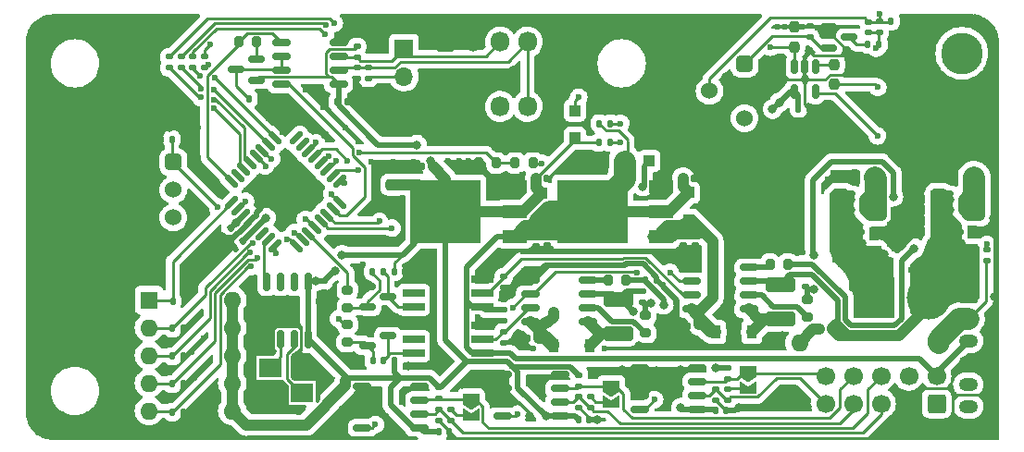
<source format=gbr>
%TF.GenerationSoftware,KiCad,Pcbnew,(6.0.11)*%
%TF.CreationDate,2024-02-10T16:45:40+09:00*%
%TF.ProjectId,SmallMD,536d616c-6c4d-4442-9e6b-696361645f70,rev?*%
%TF.SameCoordinates,Original*%
%TF.FileFunction,Copper,L2,Bot*%
%TF.FilePolarity,Positive*%
%FSLAX46Y46*%
G04 Gerber Fmt 4.6, Leading zero omitted, Abs format (unit mm)*
G04 Created by KiCad (PCBNEW (6.0.11)) date 2024-02-10 16:45:40*
%MOMM*%
%LPD*%
G01*
G04 APERTURE LIST*
G04 Aperture macros list*
%AMRoundRect*
0 Rectangle with rounded corners*
0 $1 Rounding radius*
0 $2 $3 $4 $5 $6 $7 $8 $9 X,Y pos of 4 corners*
0 Add a 4 corners polygon primitive as box body*
4,1,4,$2,$3,$4,$5,$6,$7,$8,$9,$2,$3,0*
0 Add four circle primitives for the rounded corners*
1,1,$1+$1,$2,$3*
1,1,$1+$1,$4,$5*
1,1,$1+$1,$6,$7*
1,1,$1+$1,$8,$9*
0 Add four rect primitives between the rounded corners*
20,1,$1+$1,$2,$3,$4,$5,0*
20,1,$1+$1,$4,$5,$6,$7,0*
20,1,$1+$1,$6,$7,$8,$9,0*
20,1,$1+$1,$8,$9,$2,$3,0*%
%AMFreePoly0*
4,1,6,1.000000,0.000000,0.500000,-0.750000,-0.500000,-0.750000,-0.500000,0.750000,0.500000,0.750000,1.000000,0.000000,1.000000,0.000000,$1*%
%AMFreePoly1*
4,1,6,0.500000,-0.750000,-0.650000,-0.750000,-0.150000,0.000000,-0.650000,0.750000,0.500000,0.750000,0.500000,-0.750000,0.500000,-0.750000,$1*%
G04 Aperture macros list end*
%TA.AperFunction,ComponentPad*%
%ADD10RoundRect,0.381000X-0.381000X-0.381000X0.381000X-0.381000X0.381000X0.381000X-0.381000X0.381000X0*%
%TD*%
%TA.AperFunction,ComponentPad*%
%ADD11C,1.524000*%
%TD*%
%TA.AperFunction,ComponentPad*%
%ADD12R,3.800000X3.800000*%
%TD*%
%TA.AperFunction,ComponentPad*%
%ADD13C,3.800000*%
%TD*%
%TA.AperFunction,ComponentPad*%
%ADD14C,2.000000*%
%TD*%
%TA.AperFunction,ComponentPad*%
%ADD15R,1.700000X1.700000*%
%TD*%
%TA.AperFunction,ComponentPad*%
%ADD16O,1.700000X1.700000*%
%TD*%
%TA.AperFunction,ComponentPad*%
%ADD17C,1.600000*%
%TD*%
%TA.AperFunction,ComponentPad*%
%ADD18O,1.600000X1.600000*%
%TD*%
%TA.AperFunction,ComponentPad*%
%ADD19R,1.600000X1.600000*%
%TD*%
%TA.AperFunction,SMDPad,CuDef*%
%ADD20R,0.900000X1.200000*%
%TD*%
%TA.AperFunction,SMDPad,CuDef*%
%ADD21RoundRect,0.135000X0.135000X0.185000X-0.135000X0.185000X-0.135000X-0.185000X0.135000X-0.185000X0*%
%TD*%
%TA.AperFunction,SMDPad,CuDef*%
%ADD22RoundRect,0.150000X-0.675000X-0.150000X0.675000X-0.150000X0.675000X0.150000X-0.675000X0.150000X0*%
%TD*%
%TA.AperFunction,SMDPad,CuDef*%
%ADD23RoundRect,0.250000X-0.475000X0.250000X-0.475000X-0.250000X0.475000X-0.250000X0.475000X0.250000X0*%
%TD*%
%TA.AperFunction,SMDPad,CuDef*%
%ADD24RoundRect,0.135000X-0.185000X0.135000X-0.185000X-0.135000X0.185000X-0.135000X0.185000X0.135000X0*%
%TD*%
%TA.AperFunction,SMDPad,CuDef*%
%ADD25RoundRect,0.140000X0.170000X-0.140000X0.170000X0.140000X-0.170000X0.140000X-0.170000X-0.140000X0*%
%TD*%
%TA.AperFunction,SMDPad,CuDef*%
%ADD26R,1.000000X1.000000*%
%TD*%
%TA.AperFunction,ComponentPad*%
%ADD27RoundRect,0.250000X-0.600000X-0.675000X0.600000X-0.675000X0.600000X0.675000X-0.600000X0.675000X0*%
%TD*%
%TA.AperFunction,ComponentPad*%
%ADD28O,1.700000X1.850000*%
%TD*%
%TA.AperFunction,SMDPad,CuDef*%
%ADD29RoundRect,0.140000X-0.170000X0.140000X-0.170000X-0.140000X0.170000X-0.140000X0.170000X0.140000X0*%
%TD*%
%TA.AperFunction,SMDPad,CuDef*%
%ADD30RoundRect,0.237500X0.237500X-0.250000X0.237500X0.250000X-0.237500X0.250000X-0.237500X-0.250000X0*%
%TD*%
%TA.AperFunction,SMDPad,CuDef*%
%ADD31R,2.000000X0.640000*%
%TD*%
%TA.AperFunction,SMDPad,CuDef*%
%ADD32R,2.200000X1.200000*%
%TD*%
%TA.AperFunction,SMDPad,CuDef*%
%ADD33R,6.400000X5.800000*%
%TD*%
%TA.AperFunction,SMDPad,CuDef*%
%ADD34RoundRect,0.200000X-0.200000X-0.275000X0.200000X-0.275000X0.200000X0.275000X-0.200000X0.275000X0*%
%TD*%
%TA.AperFunction,SMDPad,CuDef*%
%ADD35RoundRect,0.200000X-0.275000X0.200000X-0.275000X-0.200000X0.275000X-0.200000X0.275000X0.200000X0*%
%TD*%
%TA.AperFunction,SMDPad,CuDef*%
%ADD36RoundRect,0.135000X0.185000X-0.135000X0.185000X0.135000X-0.185000X0.135000X-0.185000X-0.135000X0*%
%TD*%
%TA.AperFunction,ComponentPad*%
%ADD37C,4.000000*%
%TD*%
%TA.AperFunction,SMDPad,CuDef*%
%ADD38R,2.100000X1.800000*%
%TD*%
%TA.AperFunction,SMDPad,CuDef*%
%ADD39RoundRect,0.135000X-0.135000X-0.185000X0.135000X-0.185000X0.135000X0.185000X-0.135000X0.185000X0*%
%TD*%
%TA.AperFunction,SMDPad,CuDef*%
%ADD40RoundRect,0.150000X-0.150000X0.512500X-0.150000X-0.512500X0.150000X-0.512500X0.150000X0.512500X0*%
%TD*%
%TA.AperFunction,ComponentPad*%
%ADD41RoundRect,0.250000X0.600000X-0.600000X0.600000X0.600000X-0.600000X0.600000X-0.600000X-0.600000X0*%
%TD*%
%TA.AperFunction,ComponentPad*%
%ADD42C,1.700000*%
%TD*%
%TA.AperFunction,SMDPad,CuDef*%
%ADD43RoundRect,0.140000X-0.140000X-0.170000X0.140000X-0.170000X0.140000X0.170000X-0.140000X0.170000X0*%
%TD*%
%TA.AperFunction,SMDPad,CuDef*%
%ADD44RoundRect,0.150000X0.150000X-0.675000X0.150000X0.675000X-0.150000X0.675000X-0.150000X-0.675000X0*%
%TD*%
%TA.AperFunction,SMDPad,CuDef*%
%ADD45RoundRect,0.250000X0.250000X0.475000X-0.250000X0.475000X-0.250000X-0.475000X0.250000X-0.475000X0*%
%TD*%
%TA.AperFunction,SMDPad,CuDef*%
%ADD46FreePoly0,270.000000*%
%TD*%
%TA.AperFunction,SMDPad,CuDef*%
%ADD47FreePoly1,270.000000*%
%TD*%
%TA.AperFunction,SMDPad,CuDef*%
%ADD48RoundRect,0.200000X0.200000X0.275000X-0.200000X0.275000X-0.200000X-0.275000X0.200000X-0.275000X0*%
%TD*%
%TA.AperFunction,SMDPad,CuDef*%
%ADD49RoundRect,0.140000X-0.021213X0.219203X-0.219203X0.021213X0.021213X-0.219203X0.219203X-0.021213X0*%
%TD*%
%TA.AperFunction,SMDPad,CuDef*%
%ADD50RoundRect,0.150000X-0.587500X-0.150000X0.587500X-0.150000X0.587500X0.150000X-0.587500X0.150000X0*%
%TD*%
%TA.AperFunction,SMDPad,CuDef*%
%ADD51RoundRect,0.140000X0.140000X0.170000X-0.140000X0.170000X-0.140000X-0.170000X0.140000X-0.170000X0*%
%TD*%
%TA.AperFunction,SMDPad,CuDef*%
%ADD52RoundRect,0.237500X-0.237500X0.250000X-0.237500X-0.250000X0.237500X-0.250000X0.237500X0.250000X0*%
%TD*%
%TA.AperFunction,SMDPad,CuDef*%
%ADD53RoundRect,0.250000X1.100000X-0.412500X1.100000X0.412500X-1.100000X0.412500X-1.100000X-0.412500X0*%
%TD*%
%TA.AperFunction,ComponentPad*%
%ADD54RoundRect,0.250000X-0.625000X0.350000X-0.625000X-0.350000X0.625000X-0.350000X0.625000X0.350000X0*%
%TD*%
%TA.AperFunction,ComponentPad*%
%ADD55O,1.750000X1.200000*%
%TD*%
%TA.AperFunction,SMDPad,CuDef*%
%ADD56RoundRect,0.150000X0.587500X0.150000X-0.587500X0.150000X-0.587500X-0.150000X0.587500X-0.150000X0*%
%TD*%
%TA.AperFunction,SMDPad,CuDef*%
%ADD57RoundRect,0.200000X0.275000X-0.200000X0.275000X0.200000X-0.275000X0.200000X-0.275000X-0.200000X0*%
%TD*%
%TA.AperFunction,SMDPad,CuDef*%
%ADD58RoundRect,0.125000X-0.353553X-0.530330X0.530330X0.353553X0.353553X0.530330X-0.530330X-0.353553X0*%
%TD*%
%TA.AperFunction,SMDPad,CuDef*%
%ADD59RoundRect,0.125000X0.353553X-0.530330X0.530330X-0.353553X-0.353553X0.530330X-0.530330X0.353553X0*%
%TD*%
%TA.AperFunction,ViaPad*%
%ADD60C,0.600000*%
%TD*%
%TA.AperFunction,ViaPad*%
%ADD61C,0.800000*%
%TD*%
%TA.AperFunction,ViaPad*%
%ADD62C,1.000000*%
%TD*%
%TA.AperFunction,Conductor*%
%ADD63C,0.250000*%
%TD*%
%TA.AperFunction,Conductor*%
%ADD64C,0.500000*%
%TD*%
%TA.AperFunction,Conductor*%
%ADD65C,1.000000*%
%TD*%
%TA.AperFunction,Conductor*%
%ADD66C,2.000000*%
%TD*%
G04 APERTURE END LIST*
D10*
%TO.P,SW3,1,A*%
%TO.N,\u4E3B\u96FB\u6E90\u30B9\u30A4\u30C3\u30C1*%
X147200000Y-61690000D03*
D11*
%TO.P,SW3,2,B*%
%TO.N,/S-S*%
X144000000Y-64190000D03*
%TO.P,SW3,3,C*%
%TO.N,unconnected-(SW3-Pad3)*%
X147200000Y-66690000D03*
%TD*%
D12*
%TO.P,J1,1,Pin_1*%
%TO.N,GND*%
X167070000Y-65740000D03*
D13*
%TO.P,J1,2,Pin_2*%
%TO.N,/7.4VBAT*%
X167070000Y-60740000D03*
%TD*%
D14*
%TO.P,TP5,1,1*%
%TO.N,GND*%
X115300000Y-66600000D03*
%TD*%
D10*
%TO.P,SW2,1,A*%
%TO.N,Slide_SW0*%
X94960000Y-70710000D03*
D11*
%TO.P,SW2,2,B*%
%TO.N,+3.3V*%
X94960000Y-73250000D03*
%TO.P,SW2,3,C*%
%TO.N,unconnected-(SW2-Pad3)*%
X94960000Y-75790000D03*
%TD*%
D15*
%TO.P,JP3,1,A*%
%TO.N,RS485_A*%
X116050000Y-60335000D03*
D16*
%TO.P,JP3,2,B*%
%TO.N,Net-(JP3-Pad2)*%
X116050000Y-62875000D03*
%TD*%
D17*
%TO.P,R67,1*%
%TO.N,Motor_A*%
X164930000Y-87270000D03*
D18*
%TO.P,R67,2*%
%TO.N,Net-(C29-Pad1)*%
X152230000Y-87270000D03*
%TD*%
D19*
%TO.P,SW1,1*%
%TO.N,DIP_SW0*%
X92740000Y-83345000D03*
D18*
%TO.P,SW1,2*%
%TO.N,DIP_SW1*%
X92740000Y-85885000D03*
%TO.P,SW1,3*%
%TO.N,DIP_SW2*%
X92740000Y-88425000D03*
%TO.P,SW1,4*%
%TO.N,DIP_SW3*%
X92740000Y-90965000D03*
%TO.P,SW1,5*%
%TO.N,DIP_SW4*%
X92740000Y-93505000D03*
%TO.P,SW1,6*%
%TO.N,+3.3V*%
X100360000Y-93505000D03*
%TO.P,SW1,7*%
X100360000Y-90965000D03*
%TO.P,SW1,8*%
X100360000Y-88425000D03*
%TO.P,SW1,9*%
X100360000Y-85885000D03*
%TO.P,SW1,10*%
X100360000Y-83345000D03*
%TD*%
D20*
%TO.P,D19,1,K*%
%TO.N,Vdrive*%
X159010000Y-74720000D03*
%TO.P,D19,2,A*%
%TO.N,Motor_A*%
X155710000Y-74720000D03*
%TD*%
D21*
%TO.P,R1,1*%
%TO.N,GND*%
X95930000Y-83440000D03*
%TO.P,R1,2*%
%TO.N,DIP_SW0*%
X94910000Y-83440000D03*
%TD*%
D22*
%TO.P,U10,1,VCC*%
%TO.N,VCC*%
X127644072Y-85340315D03*
%TO.P,U10,2,IN*%
%TO.N,Net-(R58-Pad2)*%
X127644072Y-84070315D03*
%TO.P,U10,3,~{SD}*%
%TO.N,SHDN*%
X127644072Y-82800315D03*
%TO.P,U10,4,COM*%
%TO.N,GND*%
X127644072Y-81530315D03*
%TO.P,U10,5,LO*%
%TO.N,Net-(R64-Pad1)*%
X132894072Y-81530315D03*
%TO.P,U10,6,VS*%
%TO.N,Motor_A*%
X132894072Y-82800315D03*
%TO.P,U10,7,HO*%
%TO.N,Net-(R63-Pad1)*%
X132894072Y-84070315D03*
%TO.P,U10,8,VB*%
%TO.N,Net-(C27-Pad1)*%
X132894072Y-85340315D03*
%TD*%
D23*
%TO.P,C7,1*%
%TO.N,+3.3V*%
X115110000Y-72770000D03*
%TO.P,C7,2*%
%TO.N,GND*%
X115110000Y-74670000D03*
%TD*%
D24*
%TO.P,R16,1*%
%TO.N,Net-(D6-Pad2)*%
X94600000Y-61060000D03*
%TO.P,R16,2*%
%TO.N,MonitorLED0*%
X94600000Y-62080000D03*
%TD*%
D25*
%TO.P,C23,1*%
%TO.N,+5V*%
X125160000Y-84230000D03*
%TO.P,C23,2*%
%TO.N,GND*%
X125160000Y-83270000D03*
%TD*%
D22*
%TO.P,U11,1,VCC*%
%TO.N,VCC*%
X142345000Y-84190000D03*
%TO.P,U11,2,IN*%
%TO.N,Net-(R59-Pad2)*%
X142345000Y-82920000D03*
%TO.P,U11,3,~{SD}*%
%TO.N,SHDN*%
X142345000Y-81650000D03*
%TO.P,U11,4,COM*%
%TO.N,GND*%
X142345000Y-80380000D03*
%TO.P,U11,5,LO*%
%TO.N,Net-(R66-Pad1)*%
X147595000Y-80380000D03*
%TO.P,U11,6,VS*%
%TO.N,Motor_B*%
X147595000Y-81650000D03*
%TO.P,U11,7,HO*%
%TO.N,Net-(R65-Pad1)*%
X147595000Y-82920000D03*
%TO.P,U11,8,VB*%
%TO.N,Net-(C28-Pad1)*%
X147595000Y-84190000D03*
%TD*%
D26*
%TO.P,D8,1,K*%
%TO.N,VCC*%
X142082000Y-76022000D03*
%TO.P,D8,2,A*%
%TO.N,+5V*%
X142082000Y-73522000D03*
%TD*%
D27*
%TO.P,J5,1,Pin_1*%
%TO.N,GND*%
X119860000Y-59720000D03*
D28*
%TO.P,J5,2,Pin_2*%
X122360000Y-59720000D03*
%TO.P,J5,3,Pin_3*%
%TO.N,RS485_A*%
X124860000Y-59720000D03*
%TO.P,J5,4,Pin_4*%
%TO.N,RS485_B*%
X127360000Y-59720000D03*
%TD*%
D21*
%TO.P,R34,1*%
%TO.N,Net-(D13-Pad2)*%
X134877500Y-68916385D03*
%TO.P,R34,2*%
%TO.N,+3.3V*%
X133857500Y-68916385D03*
%TD*%
D24*
%TO.P,R38,1*%
%TO.N,Maxon_RS422_invB*%
X132055000Y-92218249D03*
%TO.P,R38,2*%
%TO.N,GND*%
X132055000Y-93238249D03*
%TD*%
%TO.P,R43,1*%
%TO.N,Net-(JP2-Pad2)*%
X133090525Y-92218249D03*
%TO.P,R43,2*%
%TO.N,Maxon_RS422_invB*%
X133090525Y-93238249D03*
%TD*%
D22*
%TO.P,U12,1,RO*%
%TO.N,Maxon_I*%
X137605000Y-93345000D03*
%TO.P,U12,2,~{RE}*%
%TO.N,GND*%
X137605000Y-92075000D03*
%TO.P,U12,3,DE*%
X137605000Y-90805000D03*
%TO.P,U12,4,DI*%
X137605000Y-89535000D03*
%TO.P,U12,5,GND*%
X142855000Y-89535000D03*
%TO.P,U12,6,A*%
%TO.N,Maxon_RS422_I*%
X142855000Y-90805000D03*
%TO.P,U12,7,B*%
%TO.N,Maxon_RS422_invI*%
X142855000Y-92075000D03*
%TO.P,U12,8,VCC*%
%TO.N,+3.3V*%
X142855000Y-93345000D03*
%TD*%
D25*
%TO.P,C22,1*%
%TO.N,+5V*%
X125140000Y-88225000D03*
%TO.P,C22,2*%
%TO.N,GND*%
X125140000Y-87265000D03*
%TD*%
D29*
%TO.P,C3,1*%
%TO.N,+5V*%
X129170000Y-77370001D03*
%TO.P,C3,2*%
%TO.N,GND*%
X129170000Y-78330001D03*
%TD*%
D21*
%TO.P,R6,1*%
%TO.N,GND*%
X95890000Y-93620000D03*
%TO.P,R6,2*%
%TO.N,DIP_SW4*%
X94870000Y-93620000D03*
%TD*%
D24*
%TO.P,R74,1*%
%TO.N,Maxon_RS422_invI*%
X144560000Y-91510000D03*
%TO.P,R74,2*%
%TO.N,GND*%
X144560000Y-92530000D03*
%TD*%
D30*
%TO.P,R45,1*%
%TO.N,Current_Sence*%
X151760000Y-60180000D03*
%TO.P,R45,2*%
%TO.N,GND*%
X151760000Y-58355000D03*
%TD*%
D29*
%TO.P,C1,1*%
%TO.N,/S-S*%
X158510000Y-57870000D03*
%TO.P,C1,2*%
%TO.N,Net-(C1-Pad2)*%
X158510000Y-58830000D03*
%TD*%
%TO.P,C8,1*%
%TO.N,+3.3V*%
X108710000Y-81640000D03*
%TO.P,C8,2*%
%TO.N,GND*%
X108710000Y-82600000D03*
%TD*%
D27*
%TO.P,J6,1,Pin_1*%
%TO.N,GND*%
X119860000Y-65620000D03*
D28*
%TO.P,J6,2,Pin_2*%
X122360000Y-65620000D03*
%TO.P,J6,3,Pin_3*%
%TO.N,RS485_A*%
X124860000Y-65620000D03*
%TO.P,J6,4,Pin_4*%
%TO.N,RS485_B*%
X127360000Y-65620000D03*
%TD*%
D31*
%TO.P,U9,1,A*%
%TO.N,Net-(Q15-Pad3)*%
X116929999Y-83960001D03*
%TO.P,U9,2,NC*%
%TO.N,unconnected-(U9-Pad2)*%
X116929999Y-82690001D03*
%TO.P,U9,3,K*%
%TO.N,GND*%
X116929999Y-81420001D03*
%TO.P,U9,4,GND*%
X123229999Y-81420001D03*
%TO.P,U9,5,VO*%
%TO.N,Net-(R59-Pad2)*%
X123229999Y-82690001D03*
%TO.P,U9,6,VDD*%
%TO.N,+5V*%
X123229999Y-83960001D03*
%TD*%
D24*
%TO.P,R15,1*%
%TO.N,Net-(D5-Pad2)*%
X97820000Y-61070000D03*
%TO.P,R15,2*%
%TO.N,LED2*%
X97820000Y-62090000D03*
%TD*%
D32*
%TO.P,U2,1,GND*%
%TO.N,GND*%
X139600000Y-72979999D03*
D33*
%TO.P,U2,2,VO*%
%TO.N,+5V*%
X133300000Y-75259999D03*
D32*
X139600000Y-75259999D03*
%TO.P,U2,3,VI*%
%TO.N,VCC*%
X139600000Y-77539999D03*
%TD*%
D20*
%TO.P,D15,1,K*%
%TO.N,Net-(C27-Pad1)*%
X133010000Y-87515000D03*
%TO.P,D15,2,A*%
%TO.N,VCC*%
X129710000Y-87515000D03*
%TD*%
D34*
%TO.P,R66,1*%
%TO.N,Net-(R66-Pad1)*%
X149525000Y-80085000D03*
%TO.P,R66,2*%
%TO.N,Net-(Q19-Pad4)*%
X151175000Y-80085000D03*
%TD*%
D24*
%TO.P,R71,1*%
%TO.N,GND*%
X152460000Y-79025000D03*
%TO.P,R71,2*%
%TO.N,Net-(Q19-Pad4)*%
X152460000Y-80045000D03*
%TD*%
D35*
%TO.P,R41,1*%
%TO.N,PWM_B*%
X110880000Y-82430000D03*
%TO.P,R41,2*%
%TO.N,Net-(Q15-Pad1)*%
X110880000Y-84080000D03*
%TD*%
D26*
%TO.P,D7,1,K*%
%TO.N,+5V*%
X128620000Y-76070000D03*
%TO.P,D7,2,A*%
%TO.N,+3.3V*%
X128620000Y-73570000D03*
%TD*%
D24*
%TO.P,R14,1*%
%TO.N,Net-(D4-Pad2)*%
X96760000Y-61060000D03*
%TO.P,R14,2*%
%TO.N,LED1*%
X96760000Y-62080000D03*
%TD*%
%TO.P,R37,1*%
%TO.N,+3.3V*%
X132055000Y-90228249D03*
%TO.P,R37,2*%
%TO.N,Maxon_RS422_B*%
X132055000Y-91248249D03*
%TD*%
D36*
%TO.P,R17,1*%
%TO.N,GND*%
X141590000Y-78330000D03*
%TO.P,R17,2*%
%TO.N,VCC*%
X141590000Y-77310000D03*
%TD*%
D12*
%TO.P,J4,1,Pin_1*%
%TO.N,Motor_A*%
X159030000Y-83110000D03*
D37*
%TO.P,J4,2,Pin_2*%
%TO.N,Motor_B*%
X164030000Y-83110000D03*
%TD*%
D38*
%TO.P,Y1,1,1*%
%TO.N,Net-(U13-Pad2)*%
X106700000Y-91828928D03*
%TO.P,Y1,2,2*%
%TO.N,GND*%
X103800000Y-91828928D03*
%TO.P,Y1,3,3*%
%TO.N,Net-(U13-Pad3)*%
X103800000Y-89528928D03*
%TO.P,Y1,4,4*%
%TO.N,GND*%
X106700000Y-89528928D03*
%TD*%
D20*
%TO.P,D20,1,K*%
%TO.N,Motor_A*%
X155710000Y-77260000D03*
%TO.P,D20,2,A*%
%TO.N,GND*%
X159010000Y-77260000D03*
%TD*%
D36*
%TO.P,R59,1*%
%TO.N,GND*%
X125180000Y-82230000D03*
%TO.P,R59,2*%
%TO.N,Net-(R59-Pad2)*%
X125180000Y-81210000D03*
%TD*%
D39*
%TO.P,R7,1*%
%TO.N,/S-S*%
X160600000Y-57810000D03*
%TO.P,R7,2*%
%TO.N,GND*%
X161620000Y-57810000D03*
%TD*%
D24*
%TO.P,R8,1*%
%TO.N,/S-S*%
X159560000Y-57820000D03*
%TO.P,R8,2*%
%TO.N,Net-(C1-Pad2)*%
X159560000Y-58840000D03*
%TD*%
%TO.P,R42,1*%
%TO.N,Net-(JP1-Pad2)*%
X120330000Y-93400000D03*
%TO.P,R42,2*%
%TO.N,Maxon_RS422_invA*%
X120330000Y-94420000D03*
%TD*%
D39*
%TO.P,R48,1*%
%TO.N,GND*%
X112170000Y-80745000D03*
%TO.P,R48,2*%
%TO.N,Net-(Q15-Pad1)*%
X113190000Y-80745000D03*
%TD*%
%TO.P,R54,1*%
%TO.N,Net-(Q16-Pad3)*%
X101900000Y-64900000D03*
%TO.P,R54,2*%
%TO.N,GND*%
X102920000Y-64900000D03*
%TD*%
D24*
%TO.P,R72,1*%
%TO.N,Net-(D17-Pad2)*%
X169330000Y-78730000D03*
%TO.P,R72,2*%
%TO.N,Motor_A*%
X169330000Y-79750000D03*
%TD*%
D36*
%TO.P,R19,1*%
%TO.N,GND*%
X128140000Y-78370000D03*
%TO.P,R19,2*%
%TO.N,+5V*%
X128140000Y-77350000D03*
%TD*%
D40*
%TO.P,U6,1*%
%TO.N,Current_Sence*%
X151770000Y-61970000D03*
%TO.P,U6,2,V-*%
%TO.N,GND*%
X152720000Y-61970000D03*
%TO.P,U6,3,-*%
%TO.N,Net-(R44-Pad1)*%
X153670000Y-61970000D03*
%TO.P,U6,4,+*%
%TO.N,Vdrive*%
X153670000Y-64245000D03*
%TO.P,U6,5,V+*%
%TO.N,VCC*%
X151770000Y-64245000D03*
%TD*%
D41*
%TO.P,J7,1,Pin_1*%
%TO.N,unconnected-(J7-Pad1)*%
X164760000Y-92830000D03*
D42*
%TO.P,J7,2,Pin_2*%
%TO.N,+5V*%
X164760000Y-90290000D03*
%TO.P,J7,3,Pin_3*%
%TO.N,GND*%
X162220000Y-92830000D03*
%TO.P,J7,4,Pin_4*%
%TO.N,unconnected-(J7-Pad4)*%
X162220000Y-90290000D03*
%TO.P,J7,5,Pin_5*%
%TO.N,Maxon_RS422_invA*%
X159680000Y-92830000D03*
%TO.P,J7,6,Pin_6*%
%TO.N,Maxon_RS422_A*%
X159680000Y-90290000D03*
%TO.P,J7,7,Pin_7*%
%TO.N,Maxon_RS422_invB*%
X157140000Y-92830000D03*
%TO.P,J7,8,Pin_8*%
%TO.N,Maxon_RS422_B*%
X157140000Y-90290000D03*
%TO.P,J7,9,Pin_9*%
%TO.N,Maxon_RS422_invI*%
X154600000Y-92830000D03*
%TO.P,J7,10,Pin_10*%
%TO.N,Maxon_RS422_I*%
X154600000Y-90290000D03*
%TD*%
D32*
%TO.P,U1,1,GND*%
%TO.N,GND*%
X126170000Y-72970000D03*
D33*
%TO.P,U1,2,VO*%
%TO.N,+3.3V*%
X119870000Y-75250000D03*
D32*
X126170000Y-75250000D03*
%TO.P,U1,3,VI*%
%TO.N,+5V*%
X126170000Y-77530000D03*
%TD*%
D43*
%TO.P,C6,1*%
%TO.N,+5V*%
X141580000Y-72210000D03*
%TO.P,C6,2*%
%TO.N,GND*%
X142540000Y-72210000D03*
%TD*%
%TO.P,C24,1*%
%TO.N,+3.3V*%
X109930000Y-65210000D03*
%TO.P,C24,2*%
%TO.N,GND*%
X110890000Y-65210000D03*
%TD*%
D44*
%TO.P,U13,1,~{CONT}*%
%TO.N,+3.3V*%
X107285000Y-86903929D03*
%TO.P,U13,2,XT*%
%TO.N,Net-(U13-Pad2)*%
X106015000Y-86903929D03*
%TO.P,U13,3,~{XT}*%
%TO.N,Net-(U13-Pad3)*%
X104745000Y-86903929D03*
%TO.P,U13,4,VSS*%
%TO.N,GND*%
X103475000Y-86903929D03*
%TO.P,U13,5,FOUT*%
%TO.N,OSC_IN*%
X103475000Y-81653929D03*
%TO.P,U13,6,NC*%
%TO.N,unconnected-(U13-Pad6)*%
X104745000Y-81653929D03*
%TO.P,U13,7,NC*%
%TO.N,unconnected-(U13-Pad7)*%
X106015000Y-81653929D03*
%TO.P,U13,8,VDD*%
%TO.N,+3.3V*%
X107285000Y-81653929D03*
%TD*%
D45*
%TO.P,C17,1*%
%TO.N,Vdrive*%
X168160000Y-72120000D03*
%TO.P,C17,2*%
%TO.N,GND*%
X166260000Y-72120000D03*
%TD*%
D35*
%TO.P,R40,1*%
%TO.N,PWM_A*%
X110860000Y-85580000D03*
%TO.P,R40,2*%
%TO.N,Net-(Q14-Pad1)*%
X110860000Y-87230000D03*
%TD*%
D24*
%TO.P,R73,1*%
%TO.N,+3.3V*%
X145620000Y-89530000D03*
%TO.P,R73,2*%
%TO.N,Maxon_RS422_I*%
X145620000Y-90550000D03*
%TD*%
D46*
%TO.P,JP1,1,A*%
%TO.N,Maxon_RS422_A*%
X122180000Y-92435000D03*
D47*
%TO.P,JP1,2,B*%
%TO.N,Net-(JP1-Pad2)*%
X122180000Y-93885000D03*
%TD*%
D45*
%TO.P,C18,1*%
%TO.N,Vdrive*%
X159160000Y-72120000D03*
%TO.P,C18,2*%
%TO.N,GND*%
X157260000Y-72120000D03*
%TD*%
D24*
%TO.P,R13,1*%
%TO.N,Net-(D3-Pad2)*%
X95680000Y-61060000D03*
%TO.P,R13,2*%
%TO.N,LED0*%
X95680000Y-62080000D03*
%TD*%
%TO.P,R56,1*%
%TO.N,+3.3V*%
X111770000Y-60130000D03*
%TO.P,R56,2*%
%TO.N,RS485_A*%
X111770000Y-61150000D03*
%TD*%
D48*
%TO.P,R49,1*%
%TO.N,Net-(Q16-Pad1)*%
X102584048Y-59720000D03*
%TO.P,R49,2*%
%TO.N,MainTX2_RS485RX*%
X100934048Y-59720000D03*
%TD*%
D22*
%TO.P,U5,1,RO*%
%TO.N,Maxon_B*%
X125050000Y-94003249D03*
%TO.P,U5,2,~{RE}*%
%TO.N,GND*%
X125050000Y-92733249D03*
%TO.P,U5,3,DE*%
X125050000Y-91463249D03*
%TO.P,U5,4,DI*%
X125050000Y-90193249D03*
%TO.P,U5,5,GND*%
X130300000Y-90193249D03*
%TO.P,U5,6,A*%
%TO.N,Maxon_RS422_B*%
X130300000Y-91463249D03*
%TO.P,U5,7,B*%
%TO.N,Maxon_RS422_invB*%
X130300000Y-92733249D03*
%TO.P,U5,8,VCC*%
%TO.N,+3.3V*%
X130300000Y-94003249D03*
%TD*%
D48*
%TO.P,R12,1*%
%TO.N,V_Measure*%
X124510000Y-70810000D03*
%TO.P,R12,2*%
%TO.N,GND*%
X122860000Y-70810000D03*
%TD*%
D22*
%TO.P,U7,1,RO*%
%TO.N,MainRX2_RS485TX*%
X104825000Y-63575000D03*
%TO.P,U7,2,~{RE}*%
%TO.N,Net-(Q16-Pad3)*%
X104825000Y-62305000D03*
%TO.P,U7,3,DE*%
X104825000Y-61035000D03*
%TO.P,U7,4,DI*%
%TO.N,MainTX2_RS485RX*%
X104825000Y-59765000D03*
%TO.P,U7,5,GND*%
%TO.N,GND*%
X110075000Y-59765000D03*
%TO.P,U7,6,A*%
%TO.N,RS485_A*%
X110075000Y-61035000D03*
%TO.P,U7,7,B*%
%TO.N,RS485_B*%
X110075000Y-62305000D03*
%TO.P,U7,8,VCC*%
%TO.N,+3.3V*%
X110075000Y-63575000D03*
%TD*%
D34*
%TO.P,R64,1*%
%TO.N,Net-(R64-Pad1)*%
X134735000Y-81555000D03*
%TO.P,R64,2*%
%TO.N,Net-(Q18-Pad4)*%
X136385000Y-81555000D03*
%TD*%
D39*
%TO.P,R47,1*%
%TO.N,GND*%
X112190000Y-88890000D03*
%TO.P,R47,2*%
%TO.N,Net-(Q14-Pad1)*%
X113210000Y-88890000D03*
%TD*%
D49*
%TO.P,C11,1*%
%TO.N,NRST*%
X100199411Y-76780589D03*
%TO.P,C11,2*%
%TO.N,GND*%
X99520589Y-77459411D03*
%TD*%
D48*
%TO.P,R11,1*%
%TO.N,VDD*%
X127845000Y-70800000D03*
%TO.P,R11,2*%
%TO.N,V_Measure*%
X126195000Y-70800000D03*
%TD*%
D43*
%TO.P,C29,1*%
%TO.N,Net-(C29-Pad1)*%
X154250000Y-86010000D03*
%TO.P,C29,2*%
%TO.N,Motor_B*%
X155210000Y-86010000D03*
%TD*%
D26*
%TO.P,D14,1,K*%
%TO.N,+3.3V*%
X131700000Y-68500000D03*
%TO.P,D14,2,A*%
%TO.N,Current_Sence*%
X131700000Y-66000000D03*
%TD*%
D43*
%TO.P,C30,1*%
%TO.N,+3.3V*%
X144530000Y-93480000D03*
%TO.P,C30,2*%
%TO.N,GND*%
X145490000Y-93480000D03*
%TD*%
D50*
%TO.P,Q15,1,G*%
%TO.N,Net-(Q15-Pad1)*%
X112732500Y-83990000D03*
%TO.P,Q15,2,S*%
%TO.N,GND*%
X112732500Y-82090000D03*
%TO.P,Q15,3,D*%
%TO.N,Net-(Q15-Pad3)*%
X114607500Y-83040000D03*
%TD*%
D31*
%TO.P,U8,1,A*%
%TO.N,Net-(Q14-Pad3)*%
X116920000Y-88225000D03*
%TO.P,U8,2,NC*%
%TO.N,unconnected-(U8-Pad2)*%
X116920000Y-86955000D03*
%TO.P,U8,3,K*%
%TO.N,GND*%
X116920000Y-85685000D03*
%TO.P,U8,4,GND*%
X123220000Y-85685000D03*
%TO.P,U8,5,VO*%
%TO.N,Net-(R58-Pad2)*%
X123220000Y-86955000D03*
%TO.P,U8,6,VDD*%
%TO.N,+5V*%
X123220000Y-88225000D03*
%TD*%
D20*
%TO.P,D22,1,K*%
%TO.N,Motor_B*%
X164710000Y-77120000D03*
%TO.P,D22,2,A*%
%TO.N,GND*%
X168010000Y-77120000D03*
%TD*%
D24*
%TO.P,R75,1*%
%TO.N,Net-(JP4-Pad2)*%
X145630000Y-91510000D03*
%TO.P,R75,2*%
%TO.N,Maxon_RS422_invI*%
X145630000Y-92530000D03*
%TD*%
D45*
%TO.P,C2,1*%
%TO.N,+5V*%
X136240000Y-70650000D03*
%TO.P,C2,2*%
%TO.N,GND*%
X134340000Y-70650000D03*
%TD*%
D29*
%TO.P,C4,1*%
%TO.N,VCC*%
X142670000Y-77350000D03*
%TO.P,C4,2*%
%TO.N,GND*%
X142670000Y-78310000D03*
%TD*%
D49*
%TO.P,C12,1*%
%TO.N,+3.3V*%
X101279411Y-77950589D03*
%TO.P,C12,2*%
%TO.N,GND*%
X100600589Y-78629411D03*
%TD*%
D46*
%TO.P,JP2,1,A*%
%TO.N,Maxon_RS422_B*%
X135025000Y-91233249D03*
D47*
%TO.P,JP2,2,B*%
%TO.N,Net-(JP2-Pad2)*%
X135025000Y-92683249D03*
%TD*%
D43*
%TO.P,C21,1*%
%TO.N,+3.3V*%
X132025000Y-94298249D03*
%TO.P,C21,2*%
%TO.N,GND*%
X132985000Y-94298249D03*
%TD*%
D50*
%TO.P,Q14,1,G*%
%TO.N,Net-(Q14-Pad1)*%
X112712500Y-87565000D03*
%TO.P,Q14,2,S*%
%TO.N,GND*%
X112712500Y-85665000D03*
%TO.P,Q14,3,D*%
%TO.N,Net-(Q14-Pad3)*%
X114587500Y-86615000D03*
%TD*%
D43*
%TO.P,C20,1*%
%TO.N,+3.3V*%
X119254476Y-95427895D03*
%TO.P,C20,2*%
%TO.N,GND*%
X120214476Y-95427895D03*
%TD*%
D51*
%TO.P,C26,1*%
%TO.N,VCC*%
X143020000Y-85755000D03*
%TO.P,C26,2*%
%TO.N,GND*%
X142060000Y-85755000D03*
%TD*%
D24*
%TO.P,R57,1*%
%TO.N,RS485_B*%
X111780000Y-62060000D03*
%TO.P,R57,2*%
%TO.N,GND*%
X111780000Y-63080000D03*
%TD*%
%TO.P,R68,1*%
%TO.N,Motor_A*%
X137860000Y-82545000D03*
%TO.P,R68,2*%
%TO.N,Net-(Q18-Pad2)*%
X137860000Y-83565000D03*
%TD*%
D46*
%TO.P,JP4,1,A*%
%TO.N,Maxon_RS422_I*%
X147520000Y-89945000D03*
D47*
%TO.P,JP4,2,B*%
%TO.N,Net-(JP4-Pad2)*%
X147520000Y-91395000D03*
%TD*%
D52*
%TO.P,R44,1*%
%TO.N,Net-(R44-Pad1)*%
X155390000Y-61785000D03*
%TO.P,R44,2*%
%TO.N,VDD*%
X155390000Y-63610000D03*
%TD*%
D21*
%TO.P,R50,1*%
%TO.N,+3.3V*%
X115150000Y-88890000D03*
%TO.P,R50,2*%
%TO.N,Net-(Q14-Pad3)*%
X114130000Y-88890000D03*
%TD*%
%TO.P,R3,1*%
%TO.N,GND*%
X95890000Y-88500000D03*
%TO.P,R3,2*%
%TO.N,DIP_SW2*%
X94870000Y-88500000D03*
%TD*%
%TO.P,R2,1*%
%TO.N,GND*%
X95890000Y-85960000D03*
%TO.P,R2,2*%
%TO.N,DIP_SW1*%
X94870000Y-85960000D03*
%TD*%
D50*
%TO.P,Q2,1,G*%
%TO.N,\u4E3B\u96FB\u6E90\u30B9\u30A4\u30C3\u30C1*%
X154902500Y-60240000D03*
%TO.P,Q2,2,S*%
%TO.N,GND*%
X154902500Y-58340000D03*
%TO.P,Q2,3,D*%
%TO.N,Net-(Q2-Pad3)*%
X156777500Y-59290000D03*
%TD*%
D36*
%TO.P,R60,1*%
%TO.N,Net-(JP3-Pad2)*%
X112790000Y-63070000D03*
%TO.P,R60,2*%
%TO.N,RS485_B*%
X112790000Y-62050000D03*
%TD*%
%TO.P,R10,1*%
%TO.N,\u4E3B\u96FB\u6E90\u30B9\u30A4\u30C3\u30C1*%
X153180000Y-59240000D03*
%TO.P,R10,2*%
%TO.N,GND*%
X153180000Y-58220000D03*
%TD*%
D53*
%TO.P,C28,1*%
%TO.N,Net-(C28-Pad1)*%
X150460000Y-85057500D03*
%TO.P,C28,2*%
%TO.N,Motor_B*%
X150460000Y-81932500D03*
%TD*%
D26*
%TO.P,D1,1,K*%
%TO.N,VDD*%
X138500000Y-70620000D03*
%TO.P,D1,2,A*%
%TO.N,GND*%
X141000000Y-70620000D03*
%TD*%
D21*
%TO.P,R4,1*%
%TO.N,Slide_SW0*%
X94830000Y-68630000D03*
%TO.P,R4,2*%
%TO.N,GND*%
X93810000Y-68630000D03*
%TD*%
D24*
%TO.P,R35,1*%
%TO.N,+3.3V*%
X119260000Y-91370000D03*
%TO.P,R35,2*%
%TO.N,Maxon_RS422_A*%
X119260000Y-92390000D03*
%TD*%
D54*
%TO.P,J8,1,Pin_1*%
%TO.N,Motor_B*%
X167660000Y-83090000D03*
D55*
%TO.P,J8,2,Pin_2*%
%TO.N,Motor_A*%
X167660000Y-85090000D03*
%TO.P,J8,3,Pin_3*%
%TO.N,+5V*%
X167660000Y-87090000D03*
%TO.P,J8,4,Pin_4*%
%TO.N,GND*%
X167660000Y-89090000D03*
%TO.P,J8,5,Pin_5*%
%TO.N,Akitsuki_A*%
X167660000Y-91090000D03*
%TO.P,J8,6,Pin_6*%
%TO.N,Akitsuki_B*%
X167660000Y-93090000D03*
%TD*%
D56*
%TO.P,Q16,1,B*%
%TO.N,Net-(Q16-Pad1)*%
X102577500Y-61300000D03*
%TO.P,Q16,2,E*%
%TO.N,+3.3V*%
X102577500Y-63200000D03*
%TO.P,Q16,3,C*%
%TO.N,Net-(Q16-Pad3)*%
X100702500Y-62250000D03*
%TD*%
D24*
%TO.P,R36,1*%
%TO.N,Maxon_RS422_invA*%
X119270000Y-93390000D03*
%TO.P,R36,2*%
%TO.N,GND*%
X119270000Y-94410000D03*
%TD*%
D21*
%TO.P,R31,1*%
%TO.N,Net-(D10-Pad2)*%
X134930000Y-67173884D03*
%TO.P,R31,2*%
%TO.N,+5V*%
X133910000Y-67173884D03*
%TD*%
D24*
%TO.P,R58,1*%
%TO.N,GND*%
X125150000Y-85225000D03*
%TO.P,R58,2*%
%TO.N,Net-(R58-Pad2)*%
X125150000Y-86245000D03*
%TD*%
D57*
%TO.P,R65,1*%
%TO.N,Net-(R65-Pad1)*%
X152960000Y-84920000D03*
%TO.P,R65,2*%
%TO.N,Net-(Q19-Pad2)*%
X152960000Y-83270000D03*
%TD*%
D53*
%TO.P,C27,1*%
%TO.N,Net-(C27-Pad1)*%
X135670000Y-86407500D03*
%TO.P,C27,2*%
%TO.N,Motor_A*%
X135670000Y-83282500D03*
%TD*%
D58*
%TO.P,U3,1,PB9*%
%TO.N,DIP_SW4*%
X104246089Y-78386745D03*
%TO.P,U3,2,PC14-OSCX_IN*%
%TO.N,OSC_IN*%
X103680404Y-77821059D03*
%TO.P,U3,3,PC15-OSCX_OUT*%
%TO.N,unconnected-(U3-Pad3)*%
X103114718Y-77255374D03*
%TO.P,U3,4,VDD/VDDA*%
%TO.N,+3.3V*%
X102549033Y-76689689D03*
%TO.P,U3,5,VSS/VSSA*%
%TO.N,GND*%
X101983347Y-76124003D03*
%TO.P,U3,6,PF2-NRST*%
%TO.N,NRST*%
X101417662Y-75558318D03*
%TO.P,U3,7,PA0*%
%TO.N,Slide_SW0*%
X100851977Y-74992632D03*
%TO.P,U3,8,PA1*%
%TO.N,DIP_SW0*%
X100286291Y-74426947D03*
D59*
%TO.P,U3,9,PA2*%
%TO.N,MainTX2_RS485RX*%
X100286291Y-72482403D03*
%TO.P,U3,10,PA3*%
%TO.N,unconnected-(U3-Pad10)*%
X100851977Y-71916718D03*
%TO.P,U3,11,PA4*%
%TO.N,MonitorLED0*%
X101417662Y-71351032D03*
%TO.P,U3,12,PA5*%
%TO.N,LED0*%
X101983347Y-70785347D03*
%TO.P,U3,13,PA6*%
%TO.N,PWM_A*%
X102549033Y-70219661D03*
%TO.P,U3,14,PA7*%
%TO.N,Encoder_A*%
X103114718Y-69653976D03*
%TO.P,U3,15,PB0*%
%TO.N,LED1*%
X103680404Y-69088291D03*
%TO.P,U3,16,PB1*%
%TO.N,LED2*%
X104246089Y-68522605D03*
D58*
%TO.P,U3,17,PB2*%
%TO.N,unconnected-(U3-Pad17)*%
X106190633Y-68522605D03*
%TO.P,U3,18,PA8*%
%TO.N,unconnected-(U3-Pad18)*%
X106756318Y-69088291D03*
%TO.P,U3,19,PA9*%
%TO.N,MainTX1_STLinkRX*%
X107322004Y-69653976D03*
%TO.P,U3,20,PC6*%
%TO.N,Encoder_B*%
X107887689Y-70219661D03*
%TO.P,U3,21,PA10*%
%TO.N,MainRX1_STLinkTX*%
X108453375Y-70785347D03*
%TO.P,U3,22,PA11[PA9]*%
%TO.N,V_Measure*%
X109019060Y-71351032D03*
%TO.P,U3,23,PA12[PA10]*%
%TO.N,Current_Sence*%
X109584745Y-71916718D03*
%TO.P,U3,24,PA13*%
%TO.N,TMS*%
X110150431Y-72482403D03*
D59*
%TO.P,U3,25,PA14-BOOT0*%
%TO.N,TCK*%
X110150431Y-74426947D03*
%TO.P,U3,26,PA15*%
%TO.N,MainRX2_RS485TX*%
X109584745Y-74992632D03*
%TO.P,U3,27,PB3*%
%TO.N,Maxon_I*%
X109019060Y-75558318D03*
%TO.P,U3,28,PB4*%
%TO.N,SHDN*%
X108453375Y-76124003D03*
%TO.P,U3,29,PB5*%
%TO.N,DIP_SW1*%
X107887689Y-76689689D03*
%TO.P,U3,30,PB6*%
%TO.N,PWM_B*%
X107322004Y-77255374D03*
%TO.P,U3,31,PB7*%
%TO.N,DIP_SW2*%
X106756318Y-77821059D03*
%TO.P,U3,32,PB8*%
%TO.N,DIP_SW3*%
X106190633Y-78386745D03*
%TD*%
D20*
%TO.P,D16,1,K*%
%TO.N,Net-(C28-Pad1)*%
X147870000Y-86275000D03*
%TO.P,D16,2,A*%
%TO.N,VCC*%
X144570000Y-86275000D03*
%TD*%
D22*
%TO.P,U4,1,RO*%
%TO.N,Maxon_A*%
X112245000Y-95055000D03*
%TO.P,U4,2,~{RE}*%
%TO.N,GND*%
X112245000Y-93785000D03*
%TO.P,U4,3,DE*%
X112245000Y-92515000D03*
%TO.P,U4,4,DI*%
X112245000Y-91245000D03*
%TO.P,U4,5,GND*%
X117495000Y-91245000D03*
%TO.P,U4,6,A*%
%TO.N,Maxon_RS422_A*%
X117495000Y-92515000D03*
%TO.P,U4,7,B*%
%TO.N,Maxon_RS422_invA*%
X117495000Y-93785000D03*
%TO.P,U4,8,VCC*%
%TO.N,+3.3V*%
X117495000Y-95055000D03*
%TD*%
D21*
%TO.P,R5,1*%
%TO.N,GND*%
X95870000Y-91040000D03*
%TO.P,R5,2*%
%TO.N,DIP_SW3*%
X94850000Y-91040000D03*
%TD*%
D24*
%TO.P,R70,1*%
%TO.N,Motor_B*%
X152730000Y-81055000D03*
%TO.P,R70,2*%
%TO.N,Net-(Q19-Pad2)*%
X152730000Y-82075000D03*
%TD*%
D21*
%TO.P,R51,1*%
%TO.N,+3.3V*%
X115180000Y-80765000D03*
%TO.P,R51,2*%
%TO.N,Net-(Q15-Pad3)*%
X114160000Y-80765000D03*
%TD*%
%TO.P,R69,1*%
%TO.N,GND*%
X139130000Y-81510000D03*
%TO.P,R69,2*%
%TO.N,Net-(Q18-Pad4)*%
X138110000Y-81510000D03*
%TD*%
%TO.P,R9,1*%
%TO.N,Net-(C1-Pad2)*%
X159500000Y-59950000D03*
%TO.P,R9,2*%
%TO.N,Net-(Q2-Pad3)*%
X158480000Y-59950000D03*
%TD*%
D43*
%TO.P,C5,1*%
%TO.N,+3.3V*%
X128140000Y-72230000D03*
%TO.P,C5,2*%
%TO.N,GND*%
X129100000Y-72230000D03*
%TD*%
D57*
%TO.P,R63,1*%
%TO.N,Net-(R63-Pad1)*%
X138150000Y-86390000D03*
%TO.P,R63,2*%
%TO.N,Net-(Q18-Pad2)*%
X138150000Y-84740000D03*
%TD*%
D51*
%TO.P,C19,1*%
%TO.N,GND*%
X153090000Y-65837500D03*
%TO.P,C19,2*%
%TO.N,VCC*%
X152130000Y-65837500D03*
%TD*%
%TO.P,C25,1*%
%TO.N,VCC*%
X128340000Y-86845000D03*
%TO.P,C25,2*%
%TO.N,GND*%
X127380000Y-86845000D03*
%TD*%
D20*
%TO.P,D21,1,K*%
%TO.N,Vdrive*%
X168010000Y-74640000D03*
%TO.P,D21,2,A*%
%TO.N,Motor_B*%
X164710000Y-74640000D03*
%TD*%
D39*
%TO.P,R18,1*%
%TO.N,GND*%
X117680000Y-71110000D03*
%TO.P,R18,2*%
%TO.N,+3.3V*%
X118700000Y-71110000D03*
%TD*%
D60*
%TO.N,/S-S*%
X159520000Y-57170000D03*
%TO.N,Net-(C1-Pad2)*%
X159232553Y-60280670D03*
D61*
%TO.N,GND*%
X91210000Y-92370000D03*
X82960000Y-67620000D03*
D60*
X115900000Y-75240000D03*
X133950000Y-78910000D03*
D61*
X112700000Y-65970000D03*
X126110000Y-63970000D03*
X85960000Y-88620000D03*
D60*
X129080000Y-90510000D03*
D61*
X145710000Y-77120000D03*
X166560000Y-57580000D03*
X150610000Y-72310000D03*
X140570000Y-67550000D03*
X146230000Y-87410000D03*
X139170000Y-89790000D03*
D60*
X115930000Y-74010000D03*
D61*
X103380000Y-85400000D03*
X125220000Y-69160000D03*
X88960000Y-94620000D03*
X104150000Y-73420000D03*
X147140000Y-73060000D03*
X141860000Y-64120000D03*
X142550000Y-65470000D03*
D60*
X115110000Y-70660000D03*
D61*
X82960000Y-82620000D03*
X113480000Y-72740000D03*
D60*
X115890000Y-92680000D03*
X115230000Y-85210000D03*
D61*
X152350000Y-68130000D03*
X128980000Y-61280000D03*
X128870000Y-69480000D03*
D60*
X128630000Y-92210000D03*
X161610000Y-76620000D03*
X155870000Y-71870000D03*
X114850000Y-94610000D03*
X118750000Y-83360000D03*
D61*
X170030000Y-69050000D03*
X145530000Y-62870000D03*
X168260000Y-57580000D03*
D60*
X107030000Y-64060000D03*
D61*
X95960000Y-57920000D03*
D60*
X162210000Y-77020000D03*
D61*
X90970000Y-65080000D03*
X82960000Y-76620000D03*
X152900000Y-93160000D03*
D60*
X150910000Y-58340000D03*
D61*
X169970000Y-93780000D03*
D60*
X160460000Y-78220000D03*
D61*
X160720000Y-64760000D03*
D60*
X114380000Y-93970000D03*
X108690000Y-65700000D03*
X160460000Y-76420000D03*
X161060000Y-75670000D03*
X139760000Y-81990000D03*
D61*
X165360000Y-57580000D03*
D60*
X162270000Y-57580000D03*
X160460000Y-77020000D03*
D61*
X154960000Y-65620000D03*
D60*
X97760000Y-86880000D03*
D61*
X91960000Y-73620000D03*
D60*
X115650000Y-77700000D03*
D61*
X170030000Y-66020000D03*
X114000000Y-64060000D03*
D60*
X163310000Y-77020000D03*
D61*
X170020000Y-76800000D03*
X148230000Y-70300000D03*
X136590000Y-65880000D03*
X138760000Y-61210000D03*
D60*
X126060000Y-87020000D03*
D61*
X151990000Y-77090000D03*
X85960000Y-82620000D03*
X148820000Y-71870000D03*
X82960000Y-88620000D03*
X164240000Y-57560000D03*
D60*
X154790000Y-59080000D03*
X106590000Y-71870000D03*
D61*
X139960000Y-79370000D03*
D60*
X127020000Y-80720000D03*
D61*
X102890000Y-72540000D03*
D60*
X154800000Y-72330000D03*
D61*
X138080000Y-69100000D03*
D60*
X126990000Y-78910000D03*
D61*
X170030000Y-63630000D03*
D60*
X105180000Y-70410000D03*
D61*
X143160000Y-87390000D03*
X96210000Y-82370000D03*
X82960000Y-58620000D03*
X156460000Y-67120000D03*
D60*
X101960000Y-86870000D03*
D61*
X124290000Y-79890000D03*
X142710000Y-79370000D03*
X132010000Y-60550000D03*
X127560000Y-93950000D03*
X101960000Y-84370000D03*
X158410000Y-65220000D03*
X140340000Y-91850000D03*
X146650000Y-93180000D03*
X110440000Y-95640000D03*
X94210000Y-78620000D03*
X118800000Y-57700000D03*
X146130000Y-58950000D03*
X82960000Y-79620000D03*
D60*
X128370000Y-78920000D03*
D61*
X116650000Y-64650000D03*
X90960000Y-84870000D03*
X124200000Y-73610000D03*
X169910000Y-91560000D03*
D60*
X110710000Y-67570000D03*
X152530000Y-58340000D03*
D61*
X169860000Y-95440000D03*
D60*
X170150000Y-73770000D03*
D61*
X102960000Y-74390000D03*
X160140000Y-67000000D03*
X150350000Y-91780000D03*
D60*
X122840000Y-84880000D03*
D61*
X141360000Y-89750000D03*
X88960000Y-64620000D03*
D60*
X163310000Y-76420000D03*
D61*
X144300000Y-61200000D03*
D60*
X112990000Y-86510000D03*
D61*
X108800000Y-68240000D03*
X82960000Y-91620000D03*
X137550000Y-87520000D03*
X88960000Y-76620000D03*
D60*
X141370000Y-79480000D03*
D61*
X97450000Y-94530000D03*
X97690000Y-71610000D03*
X146520000Y-71340000D03*
X85960000Y-79620000D03*
X116470000Y-89400000D03*
D60*
X121930000Y-70640000D03*
D61*
X133360000Y-65900000D03*
X82960000Y-61620000D03*
X151740000Y-91530000D03*
D60*
X96880000Y-90490000D03*
X112330000Y-80100000D03*
X161060000Y-76870000D03*
D61*
X91210000Y-95370000D03*
X88960000Y-91620000D03*
D60*
X161060000Y-78070000D03*
D61*
X140160000Y-59710000D03*
X123420000Y-91180000D03*
D60*
X102210000Y-93120000D03*
D61*
X93670000Y-58150000D03*
X119330000Y-89390000D03*
X145710000Y-79620000D03*
X94210000Y-92370000D03*
X94230000Y-89690000D03*
X123460000Y-64090000D03*
X85960000Y-58620000D03*
X139430000Y-85800000D03*
D60*
X160460000Y-77620000D03*
D61*
X144800000Y-72770000D03*
X91210000Y-87120000D03*
X148180000Y-76730000D03*
X82960000Y-73620000D03*
X170070000Y-87390000D03*
X146210000Y-85870000D03*
X94600000Y-67550000D03*
X132960000Y-71120000D03*
X117750000Y-66800000D03*
X109670000Y-86260000D03*
D60*
X97230000Y-67590000D03*
D61*
X93530000Y-72050000D03*
X114090000Y-60110000D03*
D60*
X96490000Y-85640000D03*
X161060000Y-77470000D03*
D61*
X170030000Y-83070000D03*
X108140000Y-95710000D03*
X85960000Y-76620000D03*
X102460000Y-83120000D03*
X88960000Y-67620000D03*
X85960000Y-64620000D03*
D60*
X156270000Y-72310000D03*
D61*
X143280000Y-62410000D03*
X133370000Y-89950000D03*
D60*
X113060000Y-70680000D03*
D61*
X140150000Y-90750000D03*
X94200000Y-87190000D03*
D60*
X116160000Y-91560000D03*
D61*
X82960000Y-94620000D03*
X110410000Y-93390000D03*
X123430000Y-62670000D03*
X88960000Y-61620000D03*
X105960000Y-84870000D03*
X143210000Y-74870000D03*
D60*
X110270000Y-88370000D03*
D61*
X146770000Y-78390000D03*
X105960000Y-83620000D03*
X85960000Y-67620000D03*
D60*
X161610000Y-77220000D03*
X126880000Y-71890000D03*
X112080000Y-82970000D03*
X162210000Y-76420000D03*
D61*
X88960000Y-73620000D03*
D60*
X116140000Y-80730000D03*
D61*
X131140000Y-63250000D03*
D60*
X134420000Y-87760000D03*
D61*
X139450000Y-66120000D03*
X107010000Y-67160000D03*
D60*
X112170000Y-77890000D03*
D61*
X97710000Y-80620000D03*
D60*
X108220000Y-83430000D03*
X112110000Y-84960000D03*
D61*
X123300000Y-90190000D03*
D60*
X124470000Y-85270000D03*
D61*
X93590000Y-74480000D03*
D60*
X108190000Y-73440000D03*
D61*
X88960000Y-79620000D03*
X91960000Y-79620000D03*
X152490000Y-71330000D03*
X138800000Y-63580000D03*
X141170000Y-85900000D03*
D60*
X161060000Y-76270000D03*
D61*
X99230000Y-73360000D03*
D60*
X161460000Y-78520000D03*
D61*
X150590000Y-61520000D03*
D60*
X155410000Y-72280000D03*
D61*
X98960000Y-79370000D03*
X162650000Y-67190000D03*
D60*
X117490000Y-79410000D03*
D61*
X88960000Y-88620000D03*
D60*
X160860000Y-78670000D03*
X120070000Y-70630000D03*
D61*
X150960000Y-66620000D03*
X129020000Y-57960000D03*
D60*
X103680000Y-66730000D03*
D61*
X123430000Y-58050000D03*
X98210000Y-78620000D03*
D60*
X150200000Y-58350000D03*
X170170000Y-71380000D03*
X162760000Y-76770000D03*
D61*
X137430000Y-67610000D03*
X122250000Y-68420000D03*
X133730000Y-94275500D03*
D60*
X127880000Y-87830000D03*
X126250000Y-81950000D03*
D61*
X149820000Y-75140000D03*
X151260000Y-92950000D03*
X91960000Y-70620000D03*
D60*
X131100000Y-78930000D03*
D61*
X149230000Y-61540000D03*
X139050000Y-57920000D03*
X132130000Y-70170000D03*
X145220000Y-74740000D03*
X105690000Y-66380000D03*
X151650000Y-74030000D03*
X98460000Y-91870000D03*
X127432692Y-67564566D03*
X150630000Y-86630000D03*
X131030000Y-71180000D03*
D60*
X113200000Y-77870000D03*
D61*
X135980000Y-89750000D03*
X130270000Y-68230000D03*
X154350000Y-67310000D03*
D60*
X127460000Y-90990000D03*
D61*
X88960000Y-70620000D03*
X99960000Y-95370000D03*
X91310000Y-61240000D03*
D60*
X98250000Y-89070000D03*
D61*
X88960000Y-58620000D03*
X118920000Y-68650000D03*
X118660000Y-85600000D03*
X85960000Y-94620000D03*
X94250000Y-63420000D03*
X85960000Y-70620000D03*
X148750000Y-73920000D03*
D60*
X162760000Y-76170000D03*
D61*
X149110000Y-92980000D03*
X133980000Y-63620000D03*
X91960000Y-76620000D03*
X96460000Y-76620000D03*
X125470000Y-79040000D03*
X129350000Y-65550000D03*
X82960000Y-64620000D03*
X114710000Y-57720000D03*
D60*
X96610000Y-88110000D03*
D61*
X96060000Y-65350000D03*
X150550000Y-78570000D03*
D60*
X115430000Y-81870000D03*
D61*
X170000000Y-75860000D03*
D60*
X155290000Y-71680000D03*
D61*
X150920000Y-69340000D03*
X147480000Y-57850000D03*
X149230000Y-87410000D03*
X147050000Y-74770000D03*
X118010000Y-62760000D03*
X121320000Y-91120000D03*
X118930000Y-87820000D03*
D60*
X116970000Y-70680000D03*
D61*
X153880000Y-69720000D03*
X169190000Y-86070000D03*
X91620000Y-67030000D03*
X108500000Y-86430000D03*
X169910000Y-90130000D03*
X108210000Y-89620000D03*
D60*
X160810000Y-75120000D03*
X112020000Y-86380000D03*
D61*
X136280000Y-58980000D03*
X153120000Y-60530000D03*
D60*
X128360000Y-80770000D03*
D61*
X142160000Y-57810000D03*
D60*
X108470000Y-85030000D03*
X104960000Y-93370000D03*
X97230000Y-70260000D03*
D61*
X124220000Y-72620000D03*
X104210000Y-84120000D03*
D60*
X161610000Y-76020000D03*
D61*
X85960000Y-85620000D03*
X126050000Y-62320000D03*
X134240000Y-57780000D03*
X85960000Y-73620000D03*
D60*
X153870000Y-58370000D03*
X106460000Y-93620000D03*
X114320000Y-84300000D03*
D61*
X168000000Y-95710000D03*
D60*
X104910000Y-67940000D03*
X112140000Y-81420000D03*
D61*
X82960000Y-85620000D03*
X105470000Y-74850000D03*
X109210000Y-90620000D03*
X163680000Y-64520000D03*
X126170000Y-58020000D03*
X149110000Y-68620000D03*
D60*
X121090000Y-70640000D03*
X118570000Y-80440000D03*
D61*
X88960000Y-85620000D03*
X91190000Y-57960000D03*
D60*
X111910000Y-68810000D03*
D61*
X164360000Y-66970000D03*
D60*
X97370000Y-84740000D03*
D61*
X145950000Y-82700000D03*
D60*
X114140000Y-85290000D03*
X101710000Y-89870000D03*
D61*
X169980000Y-84410000D03*
X88960000Y-82620000D03*
X96210000Y-80120000D03*
X93710000Y-81370000D03*
X113400000Y-74760000D03*
X91210000Y-89870000D03*
X82960000Y-70620000D03*
X139850000Y-87380000D03*
X94110000Y-95010000D03*
X111170000Y-57670000D03*
X142960000Y-59710000D03*
D62*
%TO.N,VCC*%
X129180000Y-85460000D03*
D61*
X139924999Y-76774999D03*
X139600000Y-77539999D03*
X150370000Y-65251500D03*
X149765750Y-65855750D03*
D62*
X129710000Y-84520000D03*
D61*
X140420001Y-77539999D03*
X138750001Y-77539999D03*
X143290000Y-76960000D03*
X140990000Y-76860000D03*
X142140000Y-76750000D03*
%TO.N,NRST*%
X100680000Y-76300000D03*
%TO.N,+3.3V*%
X109721016Y-80678984D03*
X103410000Y-75820000D03*
X144570000Y-89530000D03*
X117230000Y-69135500D03*
X107950000Y-81640000D03*
X110370000Y-79220000D03*
X141374500Y-93210000D03*
X129023249Y-94003249D03*
X118465808Y-70584500D03*
%TO.N,VDD*%
X137900498Y-72935312D03*
D60*
X128644607Y-70834607D03*
X159380000Y-63870000D03*
%TO.N,Vdrive*%
X167210000Y-75120000D03*
X158210000Y-75120000D03*
X168710000Y-73620000D03*
X167210000Y-74120000D03*
X167710000Y-75620000D03*
X168210000Y-75120000D03*
X158710000Y-74620000D03*
X168210000Y-74120000D03*
X158210000Y-74120000D03*
X167710000Y-73620000D03*
X168710000Y-75620000D03*
X159210000Y-75120000D03*
X159360000Y-68320000D03*
X159710000Y-75620000D03*
X167710000Y-74620000D03*
X159710000Y-73620000D03*
X159210000Y-74120000D03*
X158710000Y-73620000D03*
X158710000Y-75620000D03*
X168710000Y-74620000D03*
X159710000Y-74620000D03*
D61*
%TO.N,Motor_A*%
X156960000Y-78120000D03*
D60*
X157460000Y-76620000D03*
X157460000Y-80620000D03*
D61*
X159960000Y-80120000D03*
D60*
X155460000Y-79620000D03*
X155460000Y-76620000D03*
X155460000Y-73620000D03*
D61*
X156960000Y-76120000D03*
X155960000Y-76120000D03*
D60*
X159460000Y-79620000D03*
D61*
X137060000Y-84445500D03*
D60*
X159460000Y-78620000D03*
X156460000Y-77620000D03*
D61*
X158960000Y-79120000D03*
D60*
X156460000Y-73620000D03*
D61*
X156960000Y-75120000D03*
D60*
X156460000Y-80620000D03*
X156460000Y-76620000D03*
D61*
X155960000Y-74120000D03*
D60*
X159460000Y-80620000D03*
X158460000Y-78620000D03*
D61*
X155960000Y-77120000D03*
D60*
X155460000Y-77620000D03*
X156460000Y-78620000D03*
X160460000Y-79620000D03*
X156460000Y-75620000D03*
X158460000Y-80620000D03*
X155460000Y-75620000D03*
D61*
X155960000Y-75120000D03*
D60*
X155960000Y-80120000D03*
X156460000Y-74620000D03*
D61*
X156960000Y-79120000D03*
X158960000Y-80120000D03*
D60*
X158460000Y-79620000D03*
D61*
X155960000Y-78120000D03*
X155960000Y-79120000D03*
X157960000Y-79120000D03*
D60*
X160460000Y-80620000D03*
D61*
X157960000Y-78120000D03*
D60*
X155460000Y-74620000D03*
X155460000Y-78620000D03*
X157460000Y-78620000D03*
D61*
X156960000Y-77120000D03*
D60*
X156460000Y-79620000D03*
D61*
X159960000Y-79120000D03*
X157960000Y-80120000D03*
D60*
X157960000Y-77120000D03*
X157460000Y-77620000D03*
D61*
X156960000Y-80120000D03*
D60*
X157460000Y-79620000D03*
D61*
X156960000Y-74120000D03*
%TO.N,Motor_B*%
X164960000Y-76120000D03*
D60*
X166460000Y-81620000D03*
X164460000Y-77620000D03*
X165460000Y-75620000D03*
X164460000Y-75620000D03*
X165460000Y-79620000D03*
X167460000Y-79620000D03*
D61*
X165960000Y-80120000D03*
D60*
X165460000Y-80620000D03*
X166460000Y-80620000D03*
X167460000Y-81620000D03*
X164460000Y-80620000D03*
D61*
X165960000Y-78120000D03*
X164960000Y-79120000D03*
X164960000Y-74120000D03*
X167960000Y-81120000D03*
D60*
X165460000Y-74620000D03*
X168460000Y-78620000D03*
X166460000Y-79620000D03*
X167460000Y-78620000D03*
X162460000Y-80620000D03*
X166460000Y-77620000D03*
X164460000Y-73620000D03*
D61*
X164960000Y-78120000D03*
D60*
X165460000Y-76620000D03*
D61*
X165960000Y-74120000D03*
X166960000Y-79120000D03*
X166960000Y-81120000D03*
D60*
X166960000Y-77120000D03*
D61*
X167960000Y-80120000D03*
D60*
X165460000Y-77620000D03*
D61*
X164960000Y-75120000D03*
X164960000Y-77120000D03*
X165960000Y-76120000D03*
D60*
X165460000Y-73620000D03*
D61*
X165960000Y-81120000D03*
D60*
X163460000Y-79620000D03*
D61*
X163960000Y-79120000D03*
X163960000Y-80120000D03*
D60*
X166460000Y-76620000D03*
D61*
X165960000Y-79120000D03*
D60*
X163460000Y-80620000D03*
X164460000Y-76620000D03*
X164460000Y-74620000D03*
X168460000Y-80620000D03*
X166460000Y-78620000D03*
D61*
X162960000Y-80120000D03*
X164960000Y-80120000D03*
D60*
X165460000Y-78620000D03*
D61*
X165960000Y-75120000D03*
X167960000Y-79120000D03*
D60*
X164460000Y-78620000D03*
X168460000Y-81620000D03*
X167460000Y-80620000D03*
D61*
X165960000Y-77120000D03*
D60*
X164460000Y-79620000D03*
D61*
X166960000Y-80120000D03*
X166960000Y-78120000D03*
D60*
X168460000Y-79620000D03*
%TO.N,Net-(D3-Pad2)*%
X108900247Y-58183891D03*
%TO.N,Net-(D4-Pad2)*%
X108861589Y-59028411D03*
%TO.N,Net-(D5-Pad2)*%
X98334647Y-59934647D03*
%TO.N,Net-(D6-Pad2)*%
X109676828Y-57993820D03*
%TO.N,Net-(D10-Pad2)*%
X135860000Y-67173884D03*
%TO.N,Net-(D13-Pad2)*%
X135860000Y-68933884D03*
%TO.N,Current_Sence*%
X149581589Y-60191589D03*
X111839401Y-71479923D03*
X132030000Y-64770000D03*
%TO.N,Net-(D17-Pad2)*%
X169349987Y-78248703D03*
%TO.N,TCK*%
X109460000Y-73620000D03*
%TO.N,TMS*%
X110589901Y-72620000D03*
%TO.N,MainRX1_STLinkTX*%
X109130000Y-70140000D03*
%TO.N,MainTX1_STLinkRX*%
X108020000Y-68950000D03*
%TO.N,Encoder_A*%
X103940000Y-70420000D03*
%TO.N,Encoder_B*%
X110885500Y-70561589D03*
D61*
%TO.N,Net-(Q18-Pad2)*%
X138605000Y-83655000D03*
%TO.N,Net-(Q18-Pad4)*%
X139800000Y-83790500D03*
%TO.N,Net-(Q19-Pad2)*%
X153544874Y-79210688D03*
X153497554Y-82407554D03*
X160809500Y-73862533D03*
%TO.N,Net-(Q19-Pad4)*%
X162710000Y-78620000D03*
D60*
%TO.N,DIP_SW1*%
X102196142Y-78103858D03*
X107030000Y-75970000D03*
%TO.N,DIP_SW2*%
X106040000Y-77170000D03*
X101998284Y-79012920D03*
%TO.N,Slide_SW0*%
X101560000Y-74310000D03*
X99005030Y-74825030D03*
%TO.N,DIP_SW3*%
X102637074Y-79493703D03*
X105353504Y-77794500D03*
%TO.N,DIP_SW4*%
X102070271Y-80290519D03*
X104370000Y-79080000D03*
%TO.N,V_Measure*%
X109810000Y-70590000D03*
X112002303Y-69875763D03*
%TO.N,LED0*%
X98694500Y-65000000D03*
X97445500Y-63970000D03*
%TO.N,LED1*%
X98694500Y-64050000D03*
X97439405Y-62828600D03*
%TO.N,LED2*%
X98744874Y-63018841D03*
X98131506Y-61826762D03*
%TO.N,MonitorLED0*%
X97445500Y-64780000D03*
X98694500Y-65799503D03*
%TO.N,PWM_A*%
X103370000Y-71070000D03*
X110080000Y-85060000D03*
%TO.N,SHDN*%
X140388678Y-80805500D03*
X114960000Y-76770000D03*
X126003411Y-84026589D03*
X137336673Y-80805500D03*
%TO.N,Maxon_A*%
X113439500Y-94750000D03*
%TO.N,Maxon_B*%
X126479500Y-93805500D03*
%TO.N,Maxon_I*%
X138970000Y-92460500D03*
X113806589Y-76145500D03*
%TD*%
D63*
%TO.N,/S-S*%
X159560000Y-57210000D02*
X159520000Y-57170000D01*
X144000000Y-63080000D02*
X144000000Y-64190000D01*
X160540000Y-57870000D02*
X160600000Y-57810000D01*
X158160000Y-57520000D02*
X149560000Y-57520000D01*
X149560000Y-57520000D02*
X144000000Y-63080000D01*
X158510000Y-57870000D02*
X158160000Y-57520000D01*
X159560000Y-57820000D02*
X159560000Y-57210000D01*
X158510000Y-57870000D02*
X160540000Y-57870000D01*
%TO.N,Net-(C1-Pad2)*%
X159500000Y-59950000D02*
X159500000Y-58900000D01*
X159500000Y-58900000D02*
X159560000Y-58840000D01*
X159500000Y-60013223D02*
X159500000Y-59950000D01*
X159232553Y-60280670D02*
X159500000Y-60013223D01*
X158510000Y-58830000D02*
X159550000Y-58830000D01*
X159550000Y-58830000D02*
X159560000Y-58840000D01*
%TO.N,GND*%
X103945000Y-88120000D02*
X103945000Y-86135000D01*
X127560000Y-93730000D02*
X126563249Y-92733249D01*
X103475000Y-88105000D02*
X103475000Y-86903929D01*
D64*
X160860000Y-78620000D02*
X160460000Y-78220000D01*
D63*
X105960000Y-90370000D02*
X105863198Y-90466802D01*
D64*
X99691178Y-77630000D02*
X99520589Y-77459411D01*
D63*
X120790000Y-95980000D02*
X159070000Y-95980000D01*
X144560000Y-92530000D02*
X145490000Y-93460000D01*
X120214476Y-95427895D02*
X120214476Y-95354476D01*
X166210000Y-92470000D02*
X166505000Y-92175000D01*
X102210000Y-90870000D02*
X102210000Y-88370000D01*
D64*
X100962082Y-77220000D02*
X100834802Y-77220000D01*
X136375000Y-80035000D02*
X137921828Y-80035000D01*
X146350000Y-93480000D02*
X145490000Y-93480000D01*
D63*
X120237895Y-95427895D02*
X120790000Y-95980000D01*
X163585000Y-91465000D02*
X165795000Y-91465000D01*
X166505000Y-92175000D02*
X166660000Y-92020000D01*
X106627840Y-87787840D02*
X106660000Y-87755680D01*
D64*
X100600589Y-78540589D02*
X100260000Y-78200000D01*
D63*
X153120000Y-60530000D02*
X153572500Y-60982500D01*
X153582500Y-60972500D02*
X157044252Y-60972500D01*
X161860000Y-62700000D02*
X163680000Y-64520000D01*
X106660000Y-85820000D02*
X106660000Y-86320000D01*
D64*
X170030000Y-83070000D02*
X170200000Y-82900000D01*
D63*
X108210000Y-92485000D02*
X108210000Y-90370000D01*
D64*
X128360000Y-80770000D02*
X128950000Y-80180000D01*
D63*
X154590000Y-63127005D02*
X155017005Y-62700000D01*
D64*
X100424802Y-77630000D02*
X99691178Y-77630000D01*
D63*
X104710000Y-90870000D02*
X102210000Y-90870000D01*
D64*
X133707251Y-94298249D02*
X133730000Y-94275500D01*
X102960000Y-74910000D02*
X102560000Y-75310000D01*
D63*
X166210000Y-93920000D02*
X166210000Y-92470000D01*
X106328018Y-88087662D02*
X106627840Y-87787840D01*
X162220000Y-92830000D02*
X163585000Y-91465000D01*
X103945000Y-86135000D02*
X104460000Y-85620000D01*
X150590000Y-61520000D02*
X150590000Y-62640000D01*
X108075000Y-92620000D02*
X108210000Y-92485000D01*
X105210000Y-92870000D02*
X105210000Y-91370000D01*
D64*
X100834802Y-77220000D02*
X100424802Y-77630000D01*
X101983347Y-76198735D02*
X100962082Y-77220000D01*
D63*
X106700000Y-89528928D02*
X105812662Y-90416266D01*
X152720000Y-65467500D02*
X153090000Y-65837500D01*
D64*
X160460000Y-76420000D02*
X160810000Y-76070000D01*
D63*
X150590000Y-62640000D02*
X151080000Y-63130000D01*
D64*
X139610000Y-81990000D02*
X139130000Y-81510000D01*
D63*
X120214476Y-95354476D02*
X119270000Y-94410000D01*
X104026072Y-88303928D02*
X102425000Y-88303928D01*
X104120000Y-87945000D02*
X104285000Y-87945000D01*
D64*
X128950000Y-80180000D02*
X136230000Y-80180000D01*
D63*
X151080000Y-63130000D02*
X154590000Y-63130000D01*
X145490000Y-93460000D02*
X145490000Y-93480000D01*
D64*
X132985000Y-94298249D02*
X133707251Y-94298249D01*
X161460000Y-78520000D02*
X162960000Y-77020000D01*
X160860000Y-78670000D02*
X161310000Y-78670000D01*
D63*
X102210000Y-88370000D02*
X102460000Y-88120000D01*
D64*
X161310000Y-78670000D02*
X161460000Y-78520000D01*
D63*
X106700000Y-89528928D02*
X105927662Y-88756590D01*
X106700000Y-89528928D02*
X105875536Y-88704464D01*
X104877532Y-90753928D02*
X105325000Y-91201396D01*
D64*
X160860000Y-78670000D02*
X160860000Y-78620000D01*
D63*
X120214476Y-95427895D02*
X120237895Y-95427895D01*
X168000000Y-95710000D02*
X166210000Y-93920000D01*
X103945000Y-88120000D02*
X104120000Y-87945000D01*
X159070000Y-95980000D02*
X162220000Y-92830000D01*
X106627840Y-87952160D02*
X106627840Y-87787840D01*
X155017005Y-62700000D02*
X157350000Y-62700000D01*
D64*
X162960000Y-77020000D02*
X163310000Y-77020000D01*
D63*
X106960000Y-93120000D02*
X105460000Y-93120000D01*
X104120000Y-86032178D02*
X104120000Y-87945000D01*
X105325000Y-91201396D02*
X105325000Y-93053928D01*
X157044252Y-60972500D02*
X157060876Y-60989124D01*
X105863198Y-90466802D02*
X106000324Y-90603928D01*
X105210000Y-91370000D02*
X104710000Y-90870000D01*
D64*
X170200000Y-76980000D02*
X170020000Y-76800000D01*
X146650000Y-93180000D02*
X146350000Y-93480000D01*
D63*
X105927662Y-88756590D02*
X105927662Y-88337662D01*
X154790000Y-59080000D02*
X155151751Y-59080000D01*
X132055000Y-93238249D02*
X132088249Y-93238249D01*
X104460000Y-85620000D02*
X104210000Y-85620000D01*
X106660000Y-86052178D02*
X106361751Y-85753929D01*
X108075000Y-90603928D02*
X108075000Y-92620000D01*
X108210000Y-90370000D02*
X105960000Y-90370000D01*
D64*
X102960000Y-74390000D02*
X102960000Y-74910000D01*
D63*
X105875536Y-88704464D02*
X105775000Y-88603928D01*
X166660000Y-92020000D02*
X169450000Y-92020000D01*
X105325000Y-93053928D02*
X106960000Y-93053928D01*
D64*
X127015000Y-78885000D02*
X139475000Y-78885000D01*
D63*
X103460000Y-88120000D02*
X103945000Y-88120000D01*
X165795000Y-91465000D02*
X166505000Y-92175000D01*
D64*
X100260000Y-78200000D02*
X100260000Y-77794802D01*
D63*
X105927662Y-88337662D02*
X106177662Y-88087662D01*
X157350000Y-62700000D02*
X161860000Y-62700000D01*
D64*
X102560000Y-75310000D02*
X102560000Y-75680000D01*
X141000000Y-83360000D02*
X141000000Y-85520000D01*
D63*
X106960000Y-93053928D02*
X106960000Y-93120000D01*
X155151751Y-59080000D02*
X157060876Y-60989124D01*
X104285000Y-87945000D02*
X104295000Y-87955000D01*
X102425000Y-88303928D02*
X102425000Y-90753928D01*
D64*
X139760000Y-81990000D02*
X139760000Y-82120000D01*
D63*
X106361751Y-85753929D02*
X104398249Y-85753929D01*
D64*
X126990000Y-78910000D02*
X127015000Y-78885000D01*
D63*
X102425000Y-90753928D02*
X104877532Y-90753928D01*
D64*
X139130000Y-81243172D02*
X139130000Y-81510000D01*
D63*
X106660000Y-86320000D02*
X106660000Y-86052178D01*
X157350000Y-61278249D02*
X157350000Y-62700000D01*
X102460000Y-88120000D02*
X103460000Y-88120000D01*
X105812662Y-90416266D02*
X105863198Y-90466802D01*
X106460000Y-85620000D02*
X106660000Y-85820000D01*
X105775000Y-88603928D02*
X105775000Y-88490324D01*
D64*
X137921828Y-80035000D02*
X139130000Y-81243172D01*
X100600589Y-78629411D02*
X100600589Y-78540589D01*
D63*
X126563249Y-92733249D02*
X125050000Y-92733249D01*
X104398249Y-85753929D02*
X104120000Y-86032178D01*
X132088249Y-93238249D02*
X132985000Y-94135000D01*
D64*
X136230000Y-80180000D02*
X136375000Y-80035000D01*
D63*
X103945000Y-85885000D02*
X103945000Y-86135000D01*
X104460000Y-85620000D02*
X106460000Y-85620000D01*
X105875536Y-88704464D02*
X106627840Y-87952160D01*
D64*
X139760000Y-81990000D02*
X139610000Y-81990000D01*
D63*
X152720000Y-61970000D02*
X152720000Y-65467500D01*
X105460000Y-93120000D02*
X105210000Y-92870000D01*
D64*
X160810000Y-76070000D02*
X160810000Y-75120000D01*
D63*
X157060876Y-60989124D02*
X157350000Y-61278249D01*
X154590000Y-63130000D02*
X154590000Y-63127005D01*
X106000324Y-90603928D02*
X108075000Y-90603928D01*
X104295000Y-88035000D02*
X104026072Y-88303928D01*
X127560000Y-93950000D02*
X127560000Y-93730000D01*
X104295000Y-87955000D02*
X104295000Y-88035000D01*
D64*
X170200000Y-82900000D02*
X170200000Y-76980000D01*
D63*
X103460000Y-88120000D02*
X103475000Y-88105000D01*
X106660000Y-87755680D02*
X106660000Y-86320000D01*
X105775000Y-88490324D02*
X105927662Y-88337662D01*
X106177662Y-88087662D02*
X106328018Y-88087662D01*
D64*
X100260000Y-77794802D02*
X100424802Y-77630000D01*
D63*
X104210000Y-85620000D02*
X103945000Y-85885000D01*
X153572500Y-60982500D02*
X153582500Y-60972500D01*
X169450000Y-92020000D02*
X169910000Y-91560000D01*
D64*
X139760000Y-82120000D02*
X141000000Y-83360000D01*
D63*
X132985000Y-94135000D02*
X132985000Y-94298249D01*
D64*
X101983347Y-76124003D02*
X101983347Y-76198735D01*
X139475000Y-78885000D02*
X139960000Y-79370000D01*
%TO.N,+5V*%
X122185000Y-79915000D02*
X124570000Y-77530000D01*
D65*
X140344001Y-75259999D02*
X139600000Y-75259999D01*
D64*
X121770000Y-83449998D02*
X121770000Y-80330000D01*
D65*
X127150000Y-76550000D02*
X126170000Y-77530000D01*
D64*
X123229999Y-83960001D02*
X122300001Y-83960001D01*
D63*
X135571116Y-67818884D02*
X135601116Y-67848884D01*
D64*
X144154669Y-88743249D02*
X126263479Y-88743249D01*
D66*
X129430001Y-75259999D02*
X128470000Y-76220000D01*
D64*
X144985331Y-88743249D02*
X144922082Y-88680000D01*
X123499998Y-84230000D02*
X123229999Y-83960001D01*
D63*
X135658884Y-67848884D02*
X136485000Y-68675000D01*
X135571116Y-67818884D02*
X135628884Y-67818884D01*
D64*
X144217918Y-88680000D02*
X144154669Y-88743249D01*
X163213249Y-88743249D02*
X144985331Y-88743249D01*
X164760000Y-90290000D02*
X164760000Y-89990000D01*
D66*
X131709998Y-76850001D02*
X129170000Y-76850001D01*
D63*
X136485000Y-70405000D02*
X136485000Y-68800000D01*
D65*
X128620000Y-76070000D02*
X128140000Y-76550000D01*
D64*
X124570000Y-77530000D02*
X126170000Y-77530000D01*
D63*
X136240000Y-70650000D02*
X136485000Y-70405000D01*
D65*
X126170000Y-77530000D02*
X126349999Y-77350001D01*
D64*
X124605000Y-88225000D02*
X125140000Y-88225000D01*
X121770000Y-87725000D02*
X122270000Y-88225000D01*
X121770000Y-83449998D02*
X121770000Y-87725000D01*
D65*
X142082000Y-73522000D02*
X141560000Y-73000000D01*
X126349999Y-77350001D02*
X129170000Y-77350001D01*
D64*
X164760000Y-89990000D02*
X167660000Y-87090000D01*
D65*
X128140000Y-76550000D02*
X127150000Y-76550000D01*
D66*
X136240000Y-70650000D02*
X136240000Y-72319999D01*
D63*
X134555000Y-67818884D02*
X135571116Y-67818884D01*
X133910000Y-67173884D02*
X134555000Y-67818884D01*
D66*
X133300000Y-75259999D02*
X129430001Y-75259999D01*
X128470000Y-76220000D02*
X128470000Y-76550000D01*
D65*
X139600000Y-75259999D02*
X133300000Y-75259999D01*
D63*
X135601116Y-67848884D02*
X135658884Y-67848884D01*
D64*
X121770000Y-80330000D02*
X122185000Y-79915000D01*
X123220000Y-88225000D02*
X124605000Y-88225000D01*
D66*
X136240000Y-72319999D02*
X133300000Y-75259999D01*
X133300000Y-75259999D02*
X131709998Y-76850001D01*
D64*
X144922082Y-88680000D02*
X144217918Y-88680000D01*
X125160000Y-84230000D02*
X123499998Y-84230000D01*
X164760000Y-90290000D02*
X163213249Y-88743249D01*
X126263479Y-88743249D02*
X125745230Y-88225000D01*
D65*
X141560000Y-73000000D02*
X141560000Y-72210000D01*
D64*
X122300001Y-83960001D02*
X121779999Y-83439999D01*
X121779999Y-83439999D02*
X121770000Y-83449998D01*
X125745230Y-88225000D02*
X125140000Y-88225000D01*
X122270000Y-88225000D02*
X123220000Y-88225000D01*
D65*
X142082000Y-73522000D02*
X140344001Y-75259999D01*
%TO.N,VCC*%
X129710000Y-84520000D02*
X129710000Y-84930000D01*
X144077939Y-86275000D02*
X143040000Y-85237061D01*
X143290000Y-76960000D02*
X144280000Y-77950000D01*
X141144000Y-76960000D02*
X140877000Y-77227000D01*
X141544001Y-76559999D02*
X140140000Y-76559999D01*
X140140000Y-76559999D02*
X139924999Y-76774999D01*
X142980000Y-77330000D02*
X139809999Y-77330000D01*
X142777500Y-84622500D02*
X142345000Y-84190000D01*
X143290000Y-76960000D02*
X143020000Y-76960000D01*
X143290000Y-76960000D02*
X142160000Y-76960000D01*
D64*
X149765750Y-65855750D02*
X150370000Y-65251500D01*
D65*
X144280000Y-83120000D02*
X142777500Y-84622500D01*
X129710000Y-87406243D02*
X128109379Y-85805621D01*
X128109379Y-85805621D02*
X128360000Y-86056242D01*
X141212000Y-76892000D02*
X142082000Y-76022000D01*
X140564001Y-77539999D02*
X140877000Y-77227000D01*
X128877939Y-86845000D02*
X128360000Y-86845000D01*
D64*
X152130000Y-65837500D02*
X152130000Y-64605000D01*
D65*
X144280000Y-77950000D02*
X144280000Y-83120000D01*
X140420001Y-77539999D02*
X140564001Y-77539999D01*
X129547939Y-87515000D02*
X128877939Y-86845000D01*
X129710000Y-87515000D02*
X129710000Y-87406243D01*
D64*
X150370000Y-65251500D02*
X151376500Y-64245000D01*
D65*
X139600000Y-77539999D02*
X140420001Y-77539999D01*
X140877000Y-77227000D02*
X141212000Y-76892000D01*
D64*
X151376500Y-64245000D02*
X151770000Y-64245000D01*
D65*
X139924999Y-76774999D02*
X139600000Y-77099999D01*
X139809999Y-77330000D02*
X139600000Y-77539999D01*
X128956242Y-85460000D02*
X128360000Y-86056242D01*
X144570000Y-86275000D02*
X144430000Y-86275000D01*
X144570000Y-86275000D02*
X144077939Y-86275000D01*
X144430000Y-86275000D02*
X142777500Y-84622500D01*
D64*
X152130000Y-64605000D02*
X151770000Y-64245000D01*
D65*
X128109379Y-85805621D02*
X127644072Y-85340315D01*
X143040000Y-85237061D02*
X143040000Y-85577061D01*
X129710000Y-84930000D02*
X129180000Y-85460000D01*
X142352000Y-76022000D02*
X143290000Y-76960000D01*
X143290000Y-77020000D02*
X142980000Y-77330000D01*
X129710000Y-87515000D02*
X129547939Y-87515000D01*
X128360000Y-86056242D02*
X128360000Y-86667061D01*
X142082000Y-76022000D02*
X142352000Y-76022000D01*
X139600000Y-77099999D02*
X139600000Y-77539999D01*
X142082000Y-76022000D02*
X141544001Y-76559999D01*
X129180000Y-85460000D02*
X128956242Y-85460000D01*
X142160000Y-76960000D02*
X141144000Y-76960000D01*
D63*
%TO.N,OSC_IN*%
X103265759Y-78235704D02*
X103680404Y-77821059D01*
X103475000Y-81653929D02*
X103265759Y-81444688D01*
X103265759Y-81444688D02*
X103265759Y-78235704D01*
D64*
%TO.N,NRST*%
X100680000Y-76300000D02*
X100199411Y-76780589D01*
X101417662Y-75558318D02*
X101417662Y-75562338D01*
X101417662Y-75562338D02*
X100680000Y-76300000D01*
D65*
%TO.N,+3.3V*%
X126170000Y-75250000D02*
X119870000Y-75250000D01*
D63*
X109203249Y-62930000D02*
X108925000Y-62651751D01*
D64*
X101288133Y-77950589D02*
X102549033Y-76689689D01*
X142855000Y-93345000D02*
X144395000Y-93345000D01*
X118700000Y-70818692D02*
X118700000Y-71110000D01*
D63*
X131446006Y-68916385D02*
X133857500Y-68916385D01*
D65*
X126940000Y-75250000D02*
X126170000Y-75250000D01*
D64*
X126420000Y-91400000D02*
X126420000Y-89889721D01*
X129023249Y-94003249D02*
X126420000Y-91400000D01*
X118418528Y-90495000D02*
X115685000Y-90495000D01*
X115150000Y-89960000D02*
X115685000Y-90495000D01*
D65*
X128120000Y-73070000D02*
X128120000Y-72230000D01*
D64*
X110075000Y-63575000D02*
X110075000Y-64625000D01*
D65*
X117390000Y-72770000D02*
X119870000Y-75250000D01*
D64*
X125795140Y-89264860D02*
X125525279Y-88995000D01*
X121805000Y-88995000D02*
X119870000Y-87060000D01*
X130300000Y-94003249D02*
X129023249Y-94003249D01*
D63*
X102577500Y-63200000D02*
X102847500Y-62930000D01*
D64*
X115685000Y-90495000D02*
X110876071Y-90495000D01*
X110370000Y-79220000D02*
X115900000Y-79220000D01*
X110075000Y-64625000D02*
X110075000Y-65065000D01*
X116925000Y-95055000D02*
X117495000Y-95055000D01*
X131730000Y-94003249D02*
X132025000Y-94298249D01*
X141374500Y-93210000D02*
X141509500Y-93345000D01*
X118465808Y-70584500D02*
X118700000Y-70818692D01*
D65*
X128620000Y-73570000D02*
X128120000Y-73070000D01*
D64*
X119260000Y-91336472D02*
X118418528Y-90495000D01*
D63*
X128140000Y-72222391D02*
X131446006Y-68916385D01*
D64*
X115685000Y-90495000D02*
X114850000Y-91330000D01*
X130300000Y-94003249D02*
X131730000Y-94003249D01*
X110075000Y-65539386D02*
X110075000Y-64625000D01*
X114850000Y-91330000D02*
X114850000Y-92980000D01*
X119260000Y-91370000D02*
X119260000Y-91336472D01*
D63*
X128140000Y-72230000D02*
X128140000Y-72222391D01*
D64*
X119254476Y-95427895D02*
X117867895Y-95427895D01*
D63*
X108925000Y-60688249D02*
X109223249Y-60390000D01*
D64*
X115900000Y-79220000D02*
X116080000Y-79040000D01*
D63*
X109223249Y-60390000D02*
X111510000Y-60390000D01*
D65*
X100360000Y-93505000D02*
X101635000Y-94780000D01*
D64*
X125525279Y-88995000D02*
X121805000Y-88995000D01*
X107950000Y-81640000D02*
X107298929Y-81640000D01*
X101279411Y-77950589D02*
X101288133Y-77950589D01*
D65*
X119870000Y-75250000D02*
X119870000Y-72280000D01*
D64*
X117230000Y-69135500D02*
X113671114Y-69135500D01*
X132055000Y-90228249D02*
X131270000Y-89443249D01*
D63*
X102847500Y-62930000D02*
X109430000Y-62930000D01*
D65*
X101635000Y-94780000D02*
X107098928Y-94780000D01*
D64*
X109671016Y-80678984D02*
X109721016Y-80678984D01*
X117867895Y-95427895D02*
X117495000Y-95055000D01*
D63*
X109430000Y-62930000D02*
X110075000Y-63575000D01*
D64*
X116080000Y-79040000D02*
X119870000Y-75250000D01*
X114850000Y-92980000D02*
X116925000Y-95055000D01*
D65*
X107098928Y-94780000D02*
X110720000Y-91158928D01*
D63*
X115180000Y-79940000D02*
X116080000Y-79040000D01*
D64*
X125973529Y-89443249D02*
X125795140Y-89264860D01*
D65*
X100360000Y-93505000D02*
X100360000Y-83345000D01*
D64*
X119870000Y-87060000D02*
X119870000Y-75250000D01*
D63*
X115180000Y-80765000D02*
X115180000Y-79940000D01*
D65*
X115110000Y-72770000D02*
X117390000Y-72770000D01*
D64*
X144395000Y-93345000D02*
X144530000Y-93480000D01*
D65*
X128620000Y-73570000D02*
X126940000Y-75250000D01*
D64*
X119430000Y-91370000D02*
X121805000Y-88995000D01*
D63*
X109430000Y-62930000D02*
X109203249Y-62930000D01*
D64*
X110876071Y-90495000D02*
X107285000Y-86903929D01*
X113671114Y-69135500D02*
X110075000Y-65539386D01*
X145620000Y-89530000D02*
X144570000Y-89530000D01*
X126420000Y-89889721D02*
X125795140Y-89264860D01*
D65*
X110720000Y-91158928D02*
X110720000Y-90742918D01*
D64*
X110075000Y-65065000D02*
X109930000Y-65210000D01*
D63*
X111510000Y-60390000D02*
X111770000Y-60130000D01*
D64*
X108710000Y-81640000D02*
X107950000Y-81640000D01*
X115150000Y-88890000D02*
X115150000Y-89960000D01*
X131270000Y-89443249D02*
X125973529Y-89443249D01*
D63*
X108925000Y-62651751D02*
X108925000Y-60688249D01*
D64*
X141509500Y-93345000D02*
X142855000Y-93345000D01*
D65*
X119870000Y-72280000D02*
X118700000Y-71110000D01*
D64*
X103410000Y-75828722D02*
X102549033Y-76689689D01*
X107285000Y-86903929D02*
X107285000Y-81653929D01*
X108710000Y-81640000D02*
X109671016Y-80678984D01*
X107298929Y-81640000D02*
X107285000Y-81653929D01*
X103410000Y-75820000D02*
X103410000Y-75828722D01*
X119260000Y-91370000D02*
X119430000Y-91370000D01*
D63*
%TO.N,VDD*%
X127879607Y-70834607D02*
X127845000Y-70800000D01*
D64*
X138050000Y-72785810D02*
X138050000Y-71070000D01*
D63*
X159120000Y-63610000D02*
X159380000Y-63870000D01*
D64*
X138050000Y-71070000D02*
X138500000Y-70620000D01*
D63*
X155390000Y-63610000D02*
X159120000Y-63610000D01*
D64*
X137900498Y-72935312D02*
X138050000Y-72785810D01*
D63*
X128644607Y-70834607D02*
X127879607Y-70834607D01*
D65*
%TO.N,Vdrive*%
X159710000Y-75620000D02*
X158710000Y-75620000D01*
X168710000Y-75620000D02*
X168710000Y-73620000D01*
D63*
X159360000Y-68320000D02*
X159360000Y-68300000D01*
D65*
X167210000Y-74120000D02*
X167710000Y-73620000D01*
X159710000Y-75620000D02*
X159710000Y-73620000D01*
X158710000Y-73620000D02*
X159710000Y-73620000D01*
X167210000Y-75120000D02*
X167210000Y-74120000D01*
D66*
X159210000Y-72170000D02*
X159160000Y-72120000D01*
X168210000Y-72170000D02*
X168160000Y-72120000D01*
X159210000Y-75120000D02*
X159210000Y-72170000D01*
D65*
X167710000Y-75620000D02*
X167210000Y-75120000D01*
X158210000Y-75120000D02*
X158710000Y-75620000D01*
D63*
X155490000Y-64422500D02*
X153847500Y-64422500D01*
D65*
X167710000Y-73620000D02*
X168710000Y-73620000D01*
D63*
X153847500Y-64422500D02*
X153670000Y-64245000D01*
D65*
X168710000Y-75620000D02*
X167710000Y-75620000D01*
D63*
X155490000Y-64430000D02*
X155490000Y-64422500D01*
X159360000Y-68300000D02*
X155490000Y-64430000D01*
D66*
X168210000Y-75120000D02*
X168210000Y-72170000D01*
D65*
X158210000Y-74120000D02*
X158710000Y-73620000D01*
X158210000Y-74120000D02*
X158210000Y-75120000D01*
%TO.N,Net-(C27-Pad1)*%
X135670000Y-86407500D02*
X134117500Y-86407500D01*
X134117500Y-86407500D02*
X133010000Y-87515000D01*
X133961257Y-86407500D02*
X132894072Y-85340315D01*
X134117500Y-86407500D02*
X133961257Y-86407500D01*
D64*
%TO.N,Motor_A*%
X135670000Y-83282500D02*
X135897000Y-83282500D01*
X135897000Y-83282500D02*
X137060000Y-84445500D01*
D63*
X169290000Y-79790000D02*
X169290000Y-83460000D01*
D64*
X132894072Y-82800315D02*
X135187815Y-82800315D01*
D66*
X166839416Y-85090000D02*
X164930000Y-86999416D01*
X167660000Y-85090000D02*
X166839416Y-85090000D01*
D64*
X135187815Y-82800315D02*
X135670000Y-83282500D01*
D63*
X169290000Y-83460000D02*
X167660000Y-85090000D01*
D64*
X136407500Y-82545000D02*
X135670000Y-83282500D01*
D66*
X164930000Y-86999416D02*
X164930000Y-87270000D01*
D63*
X169330000Y-79750000D02*
X169290000Y-79790000D01*
D64*
X137860000Y-82545000D02*
X136407500Y-82545000D01*
D65*
%TO.N,Net-(C28-Pad1)*%
X148462500Y-85057500D02*
X147595000Y-84190000D01*
X149087500Y-85057500D02*
X147870000Y-86275000D01*
X149087500Y-85057500D02*
X148462500Y-85057500D01*
X150460000Y-85057500D02*
X149087500Y-85057500D01*
%TO.N,Motor_B*%
X157510000Y-86620000D02*
X155820000Y-86620000D01*
X155230000Y-85929999D02*
X155230000Y-86030000D01*
D64*
X168460000Y-82290000D02*
X167660000Y-83090000D01*
X152345000Y-81055000D02*
X153405000Y-81055000D01*
X155710000Y-85450000D02*
X156880000Y-86620000D01*
D65*
X155533248Y-85626751D02*
X155230000Y-85929999D01*
X155905000Y-86025000D02*
X155905000Y-85998503D01*
X155230000Y-86030000D02*
X155565000Y-86365000D01*
X155565000Y-86365000D02*
X155905000Y-86025000D01*
X164030000Y-83110000D02*
X164030000Y-83913502D01*
X164030000Y-83913502D02*
X161323502Y-86620000D01*
D64*
X152345000Y-81055000D02*
X151337500Y-81055000D01*
X147595000Y-81650000D02*
X150177500Y-81650000D01*
X155710000Y-83360000D02*
X155710000Y-85450000D01*
D65*
X155820000Y-86620000D02*
X155565000Y-86365000D01*
D64*
X152730000Y-81055000D02*
X152345000Y-81055000D01*
D65*
X161323502Y-86620000D02*
X157510000Y-86620000D01*
D64*
X168460000Y-78620000D02*
X168460000Y-82290000D01*
X150177500Y-81650000D02*
X150460000Y-81932500D01*
D65*
X155905000Y-85998503D02*
X155533248Y-85626751D01*
D64*
X153405000Y-81055000D02*
X155710000Y-83360000D01*
X151337500Y-81055000D02*
X150460000Y-81932500D01*
D65*
%TO.N,Net-(C29-Pad1)*%
X153490000Y-86010000D02*
X154030000Y-86010000D01*
X152230000Y-87270000D02*
X153490000Y-86010000D01*
D63*
%TO.N,Net-(D3-Pad2)*%
X98720000Y-58020000D02*
X95680000Y-61060000D01*
X108736356Y-58020000D02*
X98720000Y-58020000D01*
X108900247Y-58183891D02*
X108736356Y-58020000D01*
%TO.N,Net-(D4-Pad2)*%
X96760000Y-60626116D02*
X96760000Y-61060000D01*
X98916116Y-58470000D02*
X96760000Y-60626116D01*
X108861589Y-59028411D02*
X108303178Y-58470000D01*
X108303178Y-58470000D02*
X98916116Y-58470000D01*
%TO.N,Net-(D5-Pad2)*%
X97820000Y-60449294D02*
X97820000Y-61070000D01*
X98334647Y-59934647D02*
X97820000Y-60449294D01*
%TO.N,Net-(D6-Pad2)*%
X109676828Y-57993820D02*
X109241899Y-57558891D01*
X109241899Y-57558891D02*
X98101109Y-57558891D01*
X98101109Y-57558891D02*
X94600000Y-61060000D01*
%TO.N,Net-(D10-Pad2)*%
X134930000Y-67173884D02*
X135860000Y-67173884D01*
%TO.N,Net-(D13-Pad2)*%
X134877500Y-68916385D02*
X135842501Y-68916385D01*
X135842501Y-68916385D02*
X135860000Y-68933884D01*
%TO.N,Current_Sence*%
X131700000Y-66000000D02*
X131700000Y-65100000D01*
X109584745Y-71885255D02*
X109990077Y-71479923D01*
X131700000Y-65100000D02*
X132030000Y-64770000D01*
X151760000Y-60180000D02*
X149593178Y-60180000D01*
X151760000Y-60180000D02*
X151760000Y-61960000D01*
X151760000Y-61960000D02*
X151770000Y-61970000D01*
X109990077Y-71479923D02*
X111839401Y-71479923D01*
X109584745Y-71916718D02*
X109584745Y-71885255D01*
X149593178Y-60180000D02*
X149581589Y-60191589D01*
%TO.N,Net-(D17-Pad2)*%
X169330000Y-78268690D02*
X169330000Y-78730000D01*
X169349987Y-78248703D02*
X169330000Y-78268690D01*
%TO.N,TCK*%
X109460000Y-73736516D02*
X110150431Y-74426947D01*
X109460000Y-73620000D02*
X109460000Y-73736516D01*
%TO.N,TMS*%
X110589901Y-72620000D02*
X110288028Y-72620000D01*
X110288028Y-72620000D02*
X110150431Y-72482403D01*
%TO.N,MainRX1_STLinkTX*%
X109130000Y-70140000D02*
X109098722Y-70140000D01*
X109098722Y-70140000D02*
X108453375Y-70785347D01*
%TO.N,MainTX1_STLinkRX*%
X108020000Y-68955980D02*
X107322004Y-69653976D01*
X108020000Y-68950000D02*
X108020000Y-68955980D01*
%TO.N,RS485_A*%
X114930000Y-61455000D02*
X115022500Y-61362500D01*
X115022500Y-61362500D02*
X115325000Y-61060000D01*
X115022500Y-61362500D02*
X116050000Y-60335000D01*
X110075000Y-61035000D02*
X110190000Y-61150000D01*
X110190000Y-61150000D02*
X111770000Y-61150000D01*
X112075000Y-61455000D02*
X114930000Y-61455000D01*
X111770000Y-61150000D02*
X112075000Y-61455000D01*
X115325000Y-61060000D02*
X123520000Y-61060000D01*
X123520000Y-61060000D02*
X124860000Y-59720000D01*
%TO.N,RS485_B*%
X125570000Y-61510000D02*
X127360000Y-59720000D01*
X112790000Y-62050000D02*
X115213299Y-62050000D01*
X115213299Y-62050000D02*
X115753299Y-61510000D01*
X112780000Y-62060000D02*
X112790000Y-62050000D01*
X127360000Y-59720000D02*
X127360000Y-65620000D01*
X115753299Y-61510000D02*
X125570000Y-61510000D01*
X110320000Y-62060000D02*
X112780000Y-62060000D01*
X110075000Y-62305000D02*
X110320000Y-62060000D01*
%TO.N,Maxon_RS422_invA*%
X159680000Y-92830000D02*
X159680000Y-93840000D01*
X157990000Y-95530000D02*
X121440000Y-95530000D01*
X121440000Y-95530000D02*
X120330000Y-94420000D01*
X117495000Y-93785000D02*
X118875000Y-93785000D01*
X119270000Y-93390000D02*
X119300000Y-93390000D01*
X118875000Y-93785000D02*
X119270000Y-93390000D01*
X159680000Y-93840000D02*
X157990000Y-95530000D01*
X119300000Y-93390000D02*
X120330000Y-94420000D01*
%TO.N,Encoder_A*%
X103940000Y-70420000D02*
X103880742Y-70420000D01*
X103880742Y-70420000D02*
X103114718Y-69653976D01*
%TO.N,Maxon_RS422_A*%
X158450000Y-93720000D02*
X158450000Y-91520000D01*
X117575000Y-92435000D02*
X117495000Y-92515000D01*
X158450000Y-91520000D02*
X159680000Y-90290000D01*
X123796396Y-95080000D02*
X157090000Y-95080000D01*
X122180000Y-92435000D02*
X122589620Y-92435000D01*
X123255000Y-93100380D02*
X123255000Y-94538604D01*
X157090000Y-95080000D02*
X158450000Y-93720000D01*
X123255000Y-94538604D02*
X123796396Y-95080000D01*
X122589620Y-92435000D02*
X123255000Y-93100380D01*
X122180000Y-92435000D02*
X117575000Y-92435000D01*
%TO.N,Encoder_B*%
X108592350Y-69515000D02*
X107887689Y-70219661D01*
X110885500Y-70561589D02*
X109838911Y-69515000D01*
X109838911Y-69515000D02*
X108592350Y-69515000D01*
%TO.N,Maxon_RS422_invB*%
X133360525Y-93508249D02*
X133090525Y-93238249D01*
X135800000Y-94630000D02*
X134678249Y-93508249D01*
X134678249Y-93508249D02*
X133360525Y-93508249D01*
X133090525Y-93238249D02*
X133075000Y-93238249D01*
X130300000Y-92733249D02*
X131540000Y-92733249D01*
X157140000Y-93360000D02*
X155870000Y-94630000D01*
X133075000Y-93238249D02*
X132055000Y-92218249D01*
X131540000Y-92733249D02*
X132055000Y-92218249D01*
X155870000Y-94630000D02*
X135800000Y-94630000D01*
X157140000Y-92830000D02*
X157140000Y-93360000D01*
%TO.N,Maxon_RS422_B*%
X131839462Y-91463249D02*
X130300000Y-91463249D01*
X155910000Y-93220000D02*
X154950000Y-94180000D01*
X132069462Y-91233249D02*
X131839462Y-91463249D01*
X135434620Y-91233249D02*
X136100000Y-91898629D01*
X135025000Y-91233249D02*
X132069462Y-91233249D01*
X136100000Y-91898629D02*
X136100000Y-93340000D01*
X154950000Y-94180000D02*
X137434188Y-94180000D01*
X155910000Y-91520000D02*
X155910000Y-93220000D01*
X135025000Y-91233249D02*
X135434620Y-91233249D01*
X136100000Y-93340000D02*
X136940000Y-94180000D01*
X136940000Y-94180000D02*
X137940000Y-94180000D01*
X157140000Y-90290000D02*
X155910000Y-91520000D01*
%TO.N,Net-(JP1-Pad2)*%
X120815000Y-93885000D02*
X120330000Y-93400000D01*
X122180000Y-93885000D02*
X120815000Y-93885000D01*
%TO.N,Net-(JP2-Pad2)*%
X135025000Y-92683249D02*
X133555525Y-92683249D01*
X133555525Y-92683249D02*
X133090525Y-92218249D01*
%TO.N,Net-(JP3-Pad2)*%
X112790000Y-63070000D02*
X112985000Y-62875000D01*
X112985000Y-62875000D02*
X116050000Y-62875000D01*
%TO.N,Net-(JP4-Pad2)*%
X145745000Y-91395000D02*
X145630000Y-91510000D01*
X147520000Y-91395000D02*
X145745000Y-91395000D01*
%TO.N,\u4E3B\u96FB\u6E90\u30B9\u30A4\u30C3\u30C1*%
X154902500Y-60240000D02*
X154180000Y-60240000D01*
X153107500Y-59167500D02*
X153180000Y-59240000D01*
X149722500Y-59167500D02*
X153107500Y-59167500D01*
X154180000Y-60240000D02*
X153180000Y-59240000D01*
X147200000Y-61690000D02*
X149722500Y-59167500D01*
%TO.N,Net-(Q2-Pad3)*%
X157437500Y-59950000D02*
X156777500Y-59290000D01*
X158480000Y-59950000D02*
X157437500Y-59950000D01*
%TO.N,Net-(Q14-Pad1)*%
X110860000Y-87230000D02*
X112377500Y-87230000D01*
X113210000Y-88890000D02*
X113210000Y-88062500D01*
X113210000Y-88062500D02*
X112712500Y-87565000D01*
X112377500Y-87230000D02*
X112712500Y-87565000D01*
%TO.N,Net-(Q14-Pad3)*%
X114795000Y-88225000D02*
X114587500Y-88432500D01*
X114587500Y-88432500D02*
X114130000Y-88890000D01*
X116920000Y-88225000D02*
X114795000Y-88225000D01*
X114587500Y-86615000D02*
X114587500Y-88432500D01*
%TO.N,Net-(Q15-Pad1)*%
X112732500Y-83990000D02*
X112732500Y-83499251D01*
X113795000Y-81495000D02*
X113190000Y-80890000D01*
X112732500Y-83499251D02*
X113795000Y-82436751D01*
X110880000Y-84080000D02*
X112642500Y-84080000D01*
X113795000Y-82436751D02*
X113795000Y-81495000D01*
X113190000Y-80890000D02*
X113190000Y-80745000D01*
X112642500Y-84080000D02*
X112732500Y-83990000D01*
%TO.N,Net-(Q15-Pad3)*%
X115527501Y-83960001D02*
X114607500Y-83040000D01*
X114607500Y-81212500D02*
X114160000Y-80765000D01*
X116929999Y-83960001D02*
X115527501Y-83960001D01*
X114607500Y-83040000D02*
X114607500Y-81212500D01*
%TO.N,Net-(Q16-Pad1)*%
X102584048Y-61293452D02*
X102577500Y-61300000D01*
X102584048Y-59720000D02*
X102584048Y-61293452D01*
%TO.N,Net-(Q16-Pad3)*%
X104825000Y-61035000D02*
X104825000Y-62305000D01*
X100702500Y-63702500D02*
X101900000Y-64900000D01*
X100702500Y-62250000D02*
X104770000Y-62250000D01*
X104770000Y-62250000D02*
X104825000Y-62305000D01*
X100702500Y-62250000D02*
X100702500Y-63702500D01*
D64*
%TO.N,Net-(Q18-Pad2)*%
X138150000Y-84740000D02*
X138150000Y-83855000D01*
X138350000Y-83655000D02*
X138150000Y-83855000D01*
X138150000Y-83855000D02*
X137860000Y-83565000D01*
X138605000Y-83655000D02*
X138350000Y-83655000D01*
%TO.N,Net-(Q18-Pad4)*%
X136385000Y-81555000D02*
X138017315Y-81555000D01*
X139800000Y-83337685D02*
X139800000Y-83790500D01*
X138017315Y-81555000D02*
X139800000Y-83337685D01*
%TO.N,Net-(Q19-Pad2)*%
X153497554Y-82407554D02*
X153062554Y-82407554D01*
X152960000Y-83270000D02*
X152960000Y-82305000D01*
X152960000Y-82305000D02*
X152730000Y-82075000D01*
X159760610Y-70670000D02*
X160809500Y-71718890D01*
X155160000Y-70670000D02*
X159760610Y-70670000D01*
X153460000Y-72370000D02*
X155160000Y-70670000D01*
X153460000Y-79125814D02*
X153460000Y-72370000D01*
X160809500Y-71718890D02*
X160809500Y-73862533D01*
X153062554Y-82407554D02*
X152960000Y-82305000D01*
X153544874Y-79210688D02*
X153460000Y-79125814D01*
%TO.N,Net-(Q19-Pad4)*%
X151175000Y-80085000D02*
X152420000Y-80085000D01*
X161560000Y-85040000D02*
X160930000Y-85670000D01*
X156410000Y-85160000D02*
X156410000Y-83070050D01*
X162710000Y-78620000D02*
X161560000Y-79770000D01*
X153384950Y-80045000D02*
X152460000Y-80045000D01*
X156920000Y-85670000D02*
X156410000Y-85160000D01*
X156410000Y-83070050D02*
X153384950Y-80045000D01*
X160930000Y-85670000D02*
X156920000Y-85670000D01*
X161560000Y-79770000D02*
X161560000Y-85040000D01*
D63*
%TO.N,DIP_SW0*%
X94910000Y-79803238D02*
X100286291Y-74426947D01*
X92740000Y-83345000D02*
X94815000Y-83345000D01*
X94910000Y-83440000D02*
X94910000Y-79803238D01*
X94815000Y-83345000D02*
X94910000Y-83440000D01*
%TO.N,DIP_SW1*%
X94795000Y-85885000D02*
X94870000Y-85960000D01*
X92740000Y-85885000D02*
X94795000Y-85885000D01*
X97885000Y-82243026D02*
X102024168Y-78103858D01*
X107030000Y-75970000D02*
X107168000Y-75970000D01*
X94870000Y-85960000D02*
X94870000Y-85890000D01*
X107168000Y-75970000D02*
X107887689Y-76689689D01*
X94870000Y-85890000D02*
X97885000Y-82875000D01*
X97885000Y-82875000D02*
X97885000Y-82243026D01*
X102024168Y-78103858D02*
X102196142Y-78103858D01*
%TO.N,DIP_SW2*%
X92740000Y-88425000D02*
X94795000Y-88425000D01*
X101828297Y-79012920D02*
X98335000Y-82506217D01*
X98335000Y-82506217D02*
X98335000Y-85035000D01*
X98335000Y-85035000D02*
X94870000Y-88500000D01*
X106105259Y-77170000D02*
X106756318Y-77821059D01*
X106040000Y-77170000D02*
X106105259Y-77170000D01*
X94795000Y-88425000D02*
X94870000Y-88500000D01*
X101998284Y-79012920D02*
X101828297Y-79012920D01*
%TO.N,Slide_SW0*%
X101560000Y-74310000D02*
X101534609Y-74310000D01*
X101534609Y-74310000D02*
X100851977Y-74992632D01*
X94830000Y-70580000D02*
X94960000Y-70710000D01*
X94830000Y-68630000D02*
X94830000Y-70580000D01*
X94960000Y-70710000D02*
X94960000Y-70780000D01*
X94960000Y-70780000D02*
X99005030Y-74825030D01*
%TO.N,DIP_SW3*%
X94775000Y-90965000D02*
X94850000Y-91040000D01*
X102492857Y-79637920D02*
X101839693Y-79637920D01*
X98785000Y-82692613D02*
X98785000Y-87105000D01*
X98785000Y-87105000D02*
X94850000Y-91040000D01*
X101839693Y-79637920D02*
X98785000Y-82692613D01*
X92740000Y-90965000D02*
X94775000Y-90965000D01*
X102637074Y-79493703D02*
X102492857Y-79637920D01*
X105598388Y-77794500D02*
X106190633Y-78386745D01*
X105353504Y-77794500D02*
X105598388Y-77794500D01*
%TO.N,DIP_SW4*%
X104370000Y-79080000D02*
X104246089Y-78956089D01*
X102070271Y-80290519D02*
X101823490Y-80290519D01*
X94755000Y-93505000D02*
X94870000Y-93620000D01*
X92740000Y-93505000D02*
X94755000Y-93505000D01*
X99235000Y-89255000D02*
X94870000Y-93620000D01*
X104246089Y-78956089D02*
X104246089Y-78386745D01*
X99235000Y-82879009D02*
X99235000Y-89255000D01*
X101823490Y-80290519D02*
X99235000Y-82879009D01*
%TO.N,V_Measure*%
X124510000Y-70810000D02*
X123560000Y-69860000D01*
X112504237Y-69875763D02*
X112520000Y-69860000D01*
X112520000Y-69860000D02*
X112300000Y-69860000D01*
X124520000Y-70800000D02*
X124510000Y-70810000D01*
X123560000Y-69860000D02*
X112520000Y-69860000D01*
X109019060Y-71351032D02*
X109048968Y-71351032D01*
X126195000Y-70800000D02*
X124520000Y-70800000D01*
X109048968Y-71351032D02*
X109810000Y-70590000D01*
X112002303Y-69875763D02*
X112504237Y-69875763D01*
%TO.N,LED0*%
X95680000Y-62080000D02*
X97445500Y-63845500D01*
X101450000Y-70252000D02*
X101983347Y-70785347D01*
X97445500Y-63845500D02*
X97445500Y-63970000D01*
X98694500Y-65000000D02*
X98860000Y-65000000D01*
X101450000Y-67590000D02*
X101450000Y-70252000D01*
X98860000Y-65000000D02*
X101450000Y-67590000D01*
%TO.N,LED1*%
X98694500Y-64050000D02*
X98694500Y-64102387D01*
X98694500Y-64102387D02*
X103680404Y-69088291D01*
X96760000Y-62149195D02*
X97439405Y-62828600D01*
X96760000Y-62080000D02*
X96760000Y-62149195D01*
%TO.N,LED2*%
X98083238Y-61826762D02*
X97820000Y-62090000D01*
X98131506Y-61826762D02*
X98083238Y-61826762D01*
X104246089Y-68522605D02*
X98744874Y-63021390D01*
X98744874Y-63021390D02*
X98744874Y-63018841D01*
%TO.N,MonitorLED0*%
X101417662Y-71351032D02*
X101000000Y-70933370D01*
X101000000Y-70933370D02*
X100990000Y-70923370D01*
X101000000Y-70913370D02*
X101000000Y-68380000D01*
X101000000Y-68105003D02*
X98694500Y-65799503D01*
X97445500Y-64780000D02*
X97300000Y-64780000D01*
X97300000Y-64780000D02*
X94600000Y-62080000D01*
X101000000Y-68380000D02*
X101000000Y-68105003D01*
X100990000Y-70923370D02*
X101000000Y-70913370D01*
%TO.N,PWM_A*%
X110600000Y-85580000D02*
X110080000Y-85060000D01*
X103370000Y-71070000D02*
X103370000Y-71040628D01*
X103370000Y-71040628D02*
X102549033Y-70219661D01*
X110860000Y-85580000D02*
X110600000Y-85580000D01*
%TO.N,PWM_B*%
X110880000Y-82430000D02*
X110880000Y-80813370D01*
X110880000Y-80813370D02*
X107322004Y-77255374D01*
%TO.N,Net-(R44-Pad1)*%
X155390000Y-61785000D02*
X153855000Y-61785000D01*
X153855000Y-61785000D02*
X153670000Y-61970000D01*
%TO.N,MainTX2_RS485RX*%
X100934048Y-59946490D02*
X98070000Y-62810538D01*
X104825000Y-59765000D02*
X103980000Y-58920000D01*
X103980000Y-58920000D02*
X101734048Y-58920000D01*
X98070000Y-70266112D02*
X100286291Y-72482403D01*
X100934048Y-59720000D02*
X100934048Y-59946490D01*
X101734048Y-58920000D02*
X100934048Y-59720000D01*
X98070000Y-62810538D02*
X98070000Y-70266112D01*
%TO.N,Net-(R58-Pad2)*%
X124440000Y-86955000D02*
X125150000Y-86245000D01*
X125255000Y-86245000D02*
X126494072Y-85005928D01*
X126494072Y-85005928D02*
X126494072Y-84993564D01*
X127417321Y-84070315D02*
X127644072Y-84070315D01*
X125150000Y-86245000D02*
X125255000Y-86245000D01*
X123220000Y-86955000D02*
X124440000Y-86955000D01*
X126494072Y-84993564D02*
X127417321Y-84070315D01*
%TO.N,Net-(R59-Pad2)*%
X125180000Y-81259462D02*
X125180000Y-81210000D01*
X136136827Y-79460000D02*
X135991827Y-79605000D01*
X126785000Y-79605000D02*
X125180000Y-81210000D01*
X142345000Y-82920000D02*
X141620000Y-82920000D01*
X141620000Y-82920000D02*
X138160000Y-79460000D01*
X123229999Y-82690001D02*
X123749461Y-82690001D01*
X123749461Y-82690001D02*
X125180000Y-81259462D01*
X138160000Y-79460000D02*
X136136827Y-79460000D01*
X135991827Y-79605000D02*
X126785000Y-79605000D01*
D64*
%TO.N,Net-(R63-Pad1)*%
X133835315Y-84070315D02*
X135060000Y-85295000D01*
X137059949Y-85295000D02*
X138150000Y-86385051D01*
X132894072Y-84070315D02*
X133835315Y-84070315D01*
X135060000Y-85295000D02*
X137059949Y-85295000D01*
X138150000Y-86385051D02*
X138150000Y-86390000D01*
%TO.N,Net-(R64-Pad1)*%
X134735000Y-81555000D02*
X132918757Y-81555000D01*
X132918757Y-81555000D02*
X132894072Y-81530315D01*
%TO.N,Net-(R65-Pad1)*%
X149790000Y-83945000D02*
X151985000Y-83945000D01*
X147595000Y-82920000D02*
X148765000Y-82920000D01*
X151985000Y-83945000D02*
X152960000Y-84920000D01*
X148765000Y-82920000D02*
X149790000Y-83945000D01*
%TO.N,Net-(R66-Pad1)*%
X149230000Y-80380000D02*
X149525000Y-80085000D01*
X147595000Y-80380000D02*
X149230000Y-80380000D01*
D63*
%TO.N,Net-(U13-Pad2)*%
X106015000Y-87613928D02*
X105325000Y-88303928D01*
X106588928Y-91828928D02*
X106700000Y-91828928D01*
X105325000Y-88303928D02*
X105325000Y-90565000D01*
X105325000Y-90565000D02*
X106588928Y-91828928D01*
X106015000Y-86903929D02*
X106015000Y-87613928D01*
%TO.N,Net-(U13-Pad3)*%
X104745000Y-86903929D02*
X104745000Y-88583928D01*
X104745000Y-88583928D02*
X103800000Y-89528928D01*
%TO.N,MainRX2_RS485TX*%
X110192113Y-75600000D02*
X109584745Y-74992632D01*
X111377303Y-69427303D02*
X111377303Y-70133941D01*
X112464401Y-71221039D02*
X112464401Y-73905599D01*
X111377303Y-70133941D02*
X112464401Y-71221039D01*
X104825000Y-63575000D02*
X105525000Y-63575000D01*
X105525000Y-63575000D02*
X111377303Y-69427303D01*
X112464401Y-73905599D02*
X110770000Y-75600000D01*
X110770000Y-75600000D02*
X110192113Y-75600000D01*
%TO.N,SHDN*%
X141233178Y-81650000D02*
X142345000Y-81650000D01*
X127229685Y-82800315D02*
X126003411Y-84026589D01*
X137286173Y-80755000D02*
X129916138Y-80755000D01*
X127644072Y-82800315D02*
X127229685Y-82800315D01*
X127870823Y-82800315D02*
X127644072Y-82800315D01*
X109099372Y-76770000D02*
X108453375Y-76124003D01*
X137336673Y-80805500D02*
X137286173Y-80755000D01*
X129916138Y-80755000D02*
X127870823Y-82800315D01*
X114960000Y-76770000D02*
X109099372Y-76770000D01*
X140388678Y-80805500D02*
X141233178Y-81650000D01*
%TO.N,Maxon_RS422_invI*%
X145940000Y-92220000D02*
X145630000Y-92530000D01*
X154600000Y-92830000D02*
X152270000Y-90500000D01*
X143995000Y-92075000D02*
X144560000Y-91510000D01*
X148404620Y-92220000D02*
X145940000Y-92220000D01*
X142855000Y-92075000D02*
X143995000Y-92075000D01*
X152270000Y-90500000D02*
X150124620Y-90500000D01*
X145580000Y-92530000D02*
X144560000Y-91510000D01*
X145630000Y-92530000D02*
X145580000Y-92530000D01*
X150124620Y-90500000D02*
X148404620Y-92220000D01*
%TO.N,Maxon_RS422_I*%
X154360000Y-90050000D02*
X147005380Y-90050000D01*
X146475380Y-90580000D02*
X145650000Y-90580000D01*
X142855000Y-90805000D02*
X145365000Y-90805000D01*
X147005380Y-90050000D02*
X146475380Y-90580000D01*
X145650000Y-90580000D02*
X145620000Y-90550000D01*
X154600000Y-90290000D02*
X154360000Y-90050000D01*
X145365000Y-90805000D02*
X145620000Y-90550000D01*
%TO.N,Maxon_A*%
X113134500Y-95055000D02*
X112245000Y-95055000D01*
X113439500Y-94750000D02*
X113134500Y-95055000D01*
%TO.N,Maxon_B*%
X126479500Y-93805500D02*
X126281751Y-94003249D01*
X126281751Y-94003249D02*
X125050000Y-94003249D01*
%TO.N,Maxon_I*%
X113806589Y-76145500D02*
X113672089Y-76280000D01*
X109019060Y-75559060D02*
X109019060Y-75558318D01*
X137605000Y-93345000D02*
X138085500Y-93345000D01*
X138085500Y-93345000D02*
X138970000Y-92460500D01*
X113672089Y-76280000D02*
X109740000Y-76280000D01*
X109740000Y-76280000D02*
X109019060Y-75559060D01*
%TD*%
%TA.AperFunction,Conductor*%
%TO.N,GND*%
G36*
X163710000Y-73316579D02*
G01*
X163669197Y-73428685D01*
X163646463Y-73608640D01*
X163664163Y-73789160D01*
X163690755Y-73869098D01*
X163710000Y-73926949D01*
X163710000Y-74316579D01*
X163671606Y-74422066D01*
X163669197Y-74428685D01*
X163646463Y-74608640D01*
X163664163Y-74789160D01*
X163700048Y-74897033D01*
X163710000Y-74926949D01*
X163710000Y-75316579D01*
X163671606Y-75422066D01*
X163669197Y-75428685D01*
X163646463Y-75608640D01*
X163664163Y-75789160D01*
X163708353Y-75921998D01*
X163710000Y-75926949D01*
X163710000Y-76316579D01*
X163698601Y-76347898D01*
X163669197Y-76428685D01*
X163646463Y-76608640D01*
X163664163Y-76789160D01*
X163675200Y-76822338D01*
X163710000Y-76926949D01*
X163710000Y-77316579D01*
X163690556Y-77370000D01*
X162710000Y-77370000D01*
X162245459Y-77834541D01*
X162098747Y-77941134D01*
X162094326Y-77946044D01*
X162094325Y-77946045D01*
X162064777Y-77978862D01*
X161970960Y-78083056D01*
X161952734Y-78114624D01*
X161935465Y-78144535D01*
X161031896Y-79048104D01*
X161030988Y-79047519D01*
X160974778Y-78990915D01*
X160974774Y-78990912D01*
X160969815Y-78985918D01*
X160884498Y-78931774D01*
X160837700Y-78878386D01*
X160832180Y-78864326D01*
X160796569Y-78754728D01*
X160796568Y-78754727D01*
X160794527Y-78748444D01*
X160699040Y-78583056D01*
X160571253Y-78441134D01*
X160416752Y-78328882D01*
X160410724Y-78326198D01*
X160410722Y-78326197D01*
X160248314Y-78253889D01*
X160248315Y-78253889D01*
X160242288Y-78251206D01*
X160226203Y-78247787D01*
X160210000Y-78239040D01*
X160210000Y-76496656D01*
X160264890Y-76467960D01*
X160267658Y-76465735D01*
X160270796Y-76464066D01*
X160322293Y-76422066D01*
X160344372Y-76404059D01*
X160345056Y-76403506D01*
X160414218Y-76347898D01*
X160414224Y-76347892D01*
X160419025Y-76344032D01*
X160421308Y-76341311D01*
X160424062Y-76339065D01*
X160484619Y-76265864D01*
X160485123Y-76265259D01*
X160491015Y-76258238D01*
X160546154Y-76192526D01*
X160547866Y-76189411D01*
X160550130Y-76186675D01*
X160595318Y-76103101D01*
X160595721Y-76102363D01*
X160638465Y-76024612D01*
X160638465Y-76024611D01*
X160641433Y-76019213D01*
X160642506Y-76015830D01*
X160644198Y-76012701D01*
X160672282Y-75921974D01*
X160672538Y-75921158D01*
X160678901Y-75901099D01*
X160710000Y-75870000D01*
X160710000Y-75754138D01*
X160712604Y-75729362D01*
X160712699Y-75728486D01*
X160718500Y-75676773D01*
X160718500Y-75674200D01*
X160718820Y-75670224D01*
X160722711Y-75633204D01*
X160722711Y-75633202D01*
X160723355Y-75627075D01*
X160719019Y-75579430D01*
X160718500Y-75568010D01*
X160718500Y-74897033D01*
X160733270Y-74846730D01*
X160799089Y-74780911D01*
X160844500Y-74771033D01*
X160904987Y-74771033D01*
X160911439Y-74769661D01*
X160911444Y-74769661D01*
X160998387Y-74751180D01*
X161091788Y-74731327D01*
X161097819Y-74728642D01*
X161260222Y-74656336D01*
X161260224Y-74656335D01*
X161266252Y-74653651D01*
X161281302Y-74642717D01*
X161337830Y-74601646D01*
X161420753Y-74541399D01*
X161548540Y-74399477D01*
X161644027Y-74234089D01*
X161703042Y-74052461D01*
X161723004Y-73862533D01*
X161703042Y-73672605D01*
X161644027Y-73490977D01*
X161584881Y-73388533D01*
X161568000Y-73325534D01*
X161568000Y-71785953D01*
X161569433Y-71767004D01*
X161571597Y-71752776D01*
X161572698Y-71745541D01*
X161568415Y-71692880D01*
X161568000Y-71682667D01*
X161568000Y-71674597D01*
X161567578Y-71670977D01*
X161567577Y-71670959D01*
X161564708Y-71646351D01*
X161564275Y-71641976D01*
X161558954Y-71576551D01*
X161558953Y-71576548D01*
X161558360Y-71569253D01*
X161556104Y-71562289D01*
X161554913Y-71556330D01*
X161553529Y-71550475D01*
X161552682Y-71543209D01*
X161527765Y-71474563D01*
X161526348Y-71470435D01*
X161506107Y-71407954D01*
X161506106Y-71407952D01*
X161503851Y-71400991D01*
X161500055Y-71394736D01*
X161497549Y-71389262D01*
X161494830Y-71383832D01*
X161492333Y-71376953D01*
X161460000Y-71327637D01*
X161460000Y-71120000D01*
X163710000Y-71120000D01*
X163710000Y-73316579D01*
G37*
%TD.AperFunction*%
%TD*%
%TA.AperFunction,Conductor*%
%TO.N,Motor_B*%
G36*
X165482500Y-73144238D02*
G01*
X165503397Y-73161063D01*
X165536697Y-73194305D01*
X165687262Y-73287115D01*
X165767005Y-73313564D01*
X165848611Y-73340632D01*
X165848613Y-73340632D01*
X165855139Y-73342797D01*
X165861975Y-73343497D01*
X165861978Y-73343498D01*
X165905031Y-73347909D01*
X165959600Y-73353500D01*
X166136992Y-73353500D01*
X166205113Y-73373502D01*
X166226101Y-73390418D01*
X166310127Y-73474470D01*
X166344143Y-73536788D01*
X166339067Y-73607603D01*
X166332063Y-73623092D01*
X166324024Y-73638085D01*
X166323394Y-73639245D01*
X166281538Y-73715381D01*
X166281535Y-73715389D01*
X166278567Y-73720787D01*
X166276955Y-73725869D01*
X166274438Y-73730563D01*
X166247238Y-73819531D01*
X166246918Y-73820559D01*
X166218765Y-73909306D01*
X166218171Y-73914602D01*
X166216613Y-73919698D01*
X166214032Y-73945111D01*
X166207218Y-74012187D01*
X166207089Y-74013393D01*
X166201500Y-74063227D01*
X166201500Y-74066754D01*
X166201445Y-74067739D01*
X166200998Y-74073419D01*
X166196626Y-74116462D01*
X166197206Y-74122593D01*
X166200941Y-74162109D01*
X166201500Y-74173967D01*
X166201500Y-75058157D01*
X166200763Y-75071764D01*
X166196676Y-75109388D01*
X166197213Y-75115523D01*
X166201050Y-75159388D01*
X166201379Y-75164214D01*
X166201500Y-75166686D01*
X166201500Y-75169769D01*
X166201801Y-75172837D01*
X166205690Y-75212506D01*
X166205812Y-75213819D01*
X166213913Y-75306413D01*
X166215400Y-75311532D01*
X166215920Y-75316833D01*
X166242791Y-75405834D01*
X166243126Y-75406967D01*
X166257315Y-75455803D01*
X166269091Y-75496336D01*
X166271544Y-75501068D01*
X166273084Y-75506169D01*
X166275978Y-75511612D01*
X166316731Y-75588260D01*
X166317343Y-75589426D01*
X166335085Y-75623652D01*
X166360108Y-75671926D01*
X166363431Y-75676089D01*
X166365934Y-75680796D01*
X166424755Y-75752918D01*
X166425446Y-75753774D01*
X166456738Y-75792973D01*
X166459242Y-75795477D01*
X166459884Y-75796195D01*
X166463585Y-75800528D01*
X166490935Y-75834062D01*
X166526270Y-75863294D01*
X166535036Y-75871271D01*
X166953149Y-76289383D01*
X166962251Y-76299527D01*
X166985968Y-76329025D01*
X167008711Y-76348108D01*
X167048036Y-76407216D01*
X167052981Y-76458236D01*
X167051500Y-76471866D01*
X167051500Y-77768134D01*
X167058255Y-77830316D01*
X167109385Y-77966705D01*
X167196739Y-78083261D01*
X167313295Y-78170615D01*
X167449684Y-78221745D01*
X167511866Y-78228500D01*
X168413555Y-78228500D01*
X168481676Y-78248502D01*
X168528169Y-78302158D01*
X168538273Y-78372432D01*
X168534554Y-78389644D01*
X168504371Y-78493534D01*
X168501500Y-78530011D01*
X168501501Y-78929988D01*
X168504371Y-78966466D01*
X168549731Y-79122596D01*
X168553767Y-79129421D01*
X168553769Y-79129425D01*
X168581231Y-79175861D01*
X168598691Y-79244677D01*
X168581231Y-79304139D01*
X168553769Y-79350575D01*
X168553767Y-79350579D01*
X168549731Y-79357404D01*
X168547520Y-79365015D01*
X168547519Y-79365017D01*
X168521159Y-79455750D01*
X168504371Y-79513534D01*
X168503867Y-79519941D01*
X168503866Y-79519945D01*
X168502575Y-79536350D01*
X168501500Y-79550011D01*
X168501501Y-79949988D01*
X168504371Y-79986466D01*
X168549731Y-80142596D01*
X168630810Y-80279693D01*
X168632494Y-80282541D01*
X168632035Y-80282813D01*
X168656006Y-80343866D01*
X168656500Y-80355008D01*
X168656500Y-83145406D01*
X168636498Y-83213527D01*
X168619595Y-83234501D01*
X168266765Y-83587331D01*
X168204453Y-83621357D01*
X168177670Y-83624236D01*
X168047735Y-83624236D01*
X168026289Y-83622397D01*
X167801074Y-83583496D01*
X167801068Y-83583495D01*
X167797164Y-83582821D01*
X167793203Y-83582641D01*
X167793202Y-83582641D01*
X167769494Y-83581564D01*
X167769475Y-83581564D01*
X167768075Y-83581500D01*
X166863432Y-83581500D01*
X166859914Y-83581451D01*
X166765266Y-83578807D01*
X166765263Y-83578807D01*
X166760211Y-83578666D01*
X166682318Y-83589059D01*
X166675777Y-83589758D01*
X166647084Y-83592067D01*
X166602493Y-83595654D01*
X166602489Y-83595655D01*
X166597451Y-83596060D01*
X166565538Y-83603899D01*
X166552158Y-83606426D01*
X166519596Y-83610771D01*
X166514755Y-83612232D01*
X166514753Y-83612233D01*
X166444387Y-83633478D01*
X166438026Y-83635219D01*
X166361710Y-83653963D01*
X166357050Y-83655941D01*
X166331465Y-83666801D01*
X166318655Y-83671438D01*
X166287208Y-83680933D01*
X166282660Y-83683151D01*
X166282653Y-83683154D01*
X166216598Y-83715371D01*
X166210596Y-83718107D01*
X166165912Y-83737075D01*
X166138260Y-83748812D01*
X166113948Y-83764123D01*
X166110460Y-83766319D01*
X166098556Y-83772945D01*
X166069028Y-83787346D01*
X166064891Y-83790265D01*
X166064890Y-83790265D01*
X166004819Y-83832641D01*
X165999330Y-83836301D01*
X165937130Y-83875471D01*
X165932849Y-83878167D01*
X165929060Y-83881508D01*
X165929054Y-83881512D01*
X165908199Y-83899898D01*
X165897504Y-83908344D01*
X165870669Y-83927274D01*
X165849166Y-83946909D01*
X165809450Y-83986625D01*
X165803680Y-83992044D01*
X165754558Y-84035350D01*
X165754555Y-84035353D01*
X165750761Y-84038698D01*
X165747551Y-84042606D01*
X165747550Y-84042607D01*
X165724237Y-84070989D01*
X165715967Y-84080108D01*
X165209632Y-84586443D01*
X165147320Y-84620469D01*
X165120410Y-84623347D01*
X163157281Y-84621268D01*
X162512151Y-84620584D01*
X162444052Y-84600510D01*
X162423142Y-84583632D01*
X162355357Y-84515775D01*
X162321365Y-84453445D01*
X162318500Y-84426727D01*
X162318500Y-80136371D01*
X162338502Y-80068250D01*
X162355405Y-80047276D01*
X162866331Y-79536350D01*
X162929228Y-79502199D01*
X162985824Y-79490169D01*
X162985833Y-79490166D01*
X162992288Y-79488794D01*
X163013868Y-79479186D01*
X163160722Y-79413803D01*
X163160724Y-79413802D01*
X163166752Y-79411118D01*
X163321253Y-79298866D01*
X163449040Y-79156944D01*
X163544527Y-78991556D01*
X163603542Y-78809928D01*
X163612386Y-78725783D01*
X163621313Y-78690674D01*
X163955239Y-77885714D01*
X163955239Y-77885712D01*
X163960000Y-77874236D01*
X163960000Y-77861811D01*
X163962428Y-77849621D01*
X163966084Y-77850349D01*
X163980002Y-77802949D01*
X164002024Y-77779107D01*
X164001534Y-77778625D01*
X164097740Y-77680883D01*
X164104061Y-77674461D01*
X164173087Y-77545630D01*
X164192531Y-77492209D01*
X164202700Y-77461249D01*
X164210360Y-77407974D01*
X164222861Y-77321027D01*
X164222862Y-77321020D01*
X164223500Y-77316579D01*
X164223500Y-76926949D01*
X164223176Y-76908700D01*
X164197247Y-76764861D01*
X164174053Y-76695139D01*
X164168212Y-76667660D01*
X164164512Y-76629919D01*
X164164905Y-76601833D01*
X164169658Y-76564210D01*
X164176262Y-76536909D01*
X164185268Y-76512165D01*
X164192533Y-76492205D01*
X164202700Y-76461249D01*
X164212298Y-76394492D01*
X164222861Y-76321027D01*
X164222862Y-76321020D01*
X164223500Y-76316579D01*
X164223500Y-75926949D01*
X164223176Y-75908700D01*
X164209722Y-75834062D01*
X164202895Y-75796195D01*
X164197247Y-75764861D01*
X164193596Y-75753884D01*
X164174053Y-75695139D01*
X164168212Y-75667660D01*
X164164512Y-75629919D01*
X164164905Y-75601833D01*
X164169658Y-75564210D01*
X164176262Y-75536909D01*
X164185469Y-75511612D01*
X164192533Y-75492205D01*
X164202700Y-75461249D01*
X164203532Y-75455459D01*
X164222861Y-75321027D01*
X164222862Y-75321020D01*
X164223500Y-75316579D01*
X164223500Y-74926949D01*
X164223176Y-74908700D01*
X164197247Y-74764861D01*
X164193091Y-74752366D01*
X164174053Y-74695139D01*
X164168212Y-74667660D01*
X164164512Y-74629919D01*
X164164905Y-74601833D01*
X164169658Y-74564210D01*
X164176262Y-74536909D01*
X164192533Y-74492205D01*
X164202700Y-74461249D01*
X164208945Y-74417812D01*
X164222861Y-74321027D01*
X164222862Y-74321020D01*
X164223500Y-74316579D01*
X164223500Y-73926949D01*
X164223176Y-73908700D01*
X164222228Y-73903437D01*
X164198045Y-73769289D01*
X164197247Y-73764861D01*
X164185838Y-73730563D01*
X164174053Y-73695139D01*
X164168212Y-73667660D01*
X164164512Y-73629919D01*
X164164905Y-73601833D01*
X164169658Y-73564210D01*
X164176262Y-73536909D01*
X164181892Y-73521440D01*
X164192533Y-73492205D01*
X164202700Y-73461249D01*
X164210117Y-73409659D01*
X164239610Y-73345079D01*
X164245740Y-73338496D01*
X164423095Y-73161141D01*
X164485407Y-73127115D01*
X164512190Y-73124236D01*
X165414379Y-73124236D01*
X165482500Y-73144238D01*
G37*
%TD.AperFunction*%
%TD*%
%TA.AperFunction,Conductor*%
%TO.N,Motor_A*%
G36*
X156478256Y-73140002D02*
G01*
X156499152Y-73156826D01*
X156530344Y-73187963D01*
X156536697Y-73194305D01*
X156687262Y-73287115D01*
X156767005Y-73313564D01*
X156848611Y-73340632D01*
X156848613Y-73340632D01*
X156855139Y-73342797D01*
X156861975Y-73343497D01*
X156861978Y-73343498D01*
X156905031Y-73347909D01*
X156959600Y-73353500D01*
X157141310Y-73353500D01*
X157209431Y-73373502D01*
X157230405Y-73390405D01*
X157311629Y-73471629D01*
X157345655Y-73533941D01*
X157340590Y-73604756D01*
X157333581Y-73620260D01*
X157323973Y-73638179D01*
X157323394Y-73639245D01*
X157281538Y-73715381D01*
X157281535Y-73715389D01*
X157278567Y-73720787D01*
X157276955Y-73725869D01*
X157274438Y-73730563D01*
X157247238Y-73819531D01*
X157246918Y-73820559D01*
X157218765Y-73909306D01*
X157218171Y-73914602D01*
X157216613Y-73919698D01*
X157215877Y-73926949D01*
X157207218Y-74012187D01*
X157207089Y-74013393D01*
X157201500Y-74063227D01*
X157201500Y-74066754D01*
X157201445Y-74067739D01*
X157200998Y-74073419D01*
X157196626Y-74116462D01*
X157197206Y-74122593D01*
X157200941Y-74162109D01*
X157201500Y-74173967D01*
X157201500Y-75058157D01*
X157200763Y-75071764D01*
X157196676Y-75109388D01*
X157197213Y-75115523D01*
X157201050Y-75159388D01*
X157201379Y-75164214D01*
X157201500Y-75166686D01*
X157201500Y-75169769D01*
X157201801Y-75172837D01*
X157205690Y-75212506D01*
X157205812Y-75213819D01*
X157213913Y-75306413D01*
X157215400Y-75311532D01*
X157215920Y-75316833D01*
X157242791Y-75405834D01*
X157243126Y-75406967D01*
X157269091Y-75496336D01*
X157271544Y-75501068D01*
X157273084Y-75506169D01*
X157275978Y-75511612D01*
X157316731Y-75588260D01*
X157317343Y-75589426D01*
X157357271Y-75666453D01*
X157360108Y-75671926D01*
X157363431Y-75676089D01*
X157365934Y-75680796D01*
X157424755Y-75752918D01*
X157425446Y-75753774D01*
X157456738Y-75792973D01*
X157459242Y-75795477D01*
X157459884Y-75796195D01*
X157463585Y-75800528D01*
X157490935Y-75834062D01*
X157526270Y-75863294D01*
X157535036Y-75871271D01*
X157953149Y-76289383D01*
X157962251Y-76299527D01*
X157985968Y-76329025D01*
X157990696Y-76332992D01*
X158024421Y-76361291D01*
X158028069Y-76364472D01*
X158029882Y-76366116D01*
X158032075Y-76368309D01*
X158034470Y-76370276D01*
X158036737Y-76372332D01*
X158036236Y-76372885D01*
X158074385Y-76428962D01*
X158076243Y-76499934D01*
X158072441Y-76511841D01*
X158061029Y-76542282D01*
X158061027Y-76542288D01*
X158058255Y-76549684D01*
X158051500Y-76611866D01*
X158051500Y-77908134D01*
X158058255Y-77970316D01*
X158109385Y-78106705D01*
X158196739Y-78223261D01*
X158313295Y-78310615D01*
X158449684Y-78361745D01*
X158511866Y-78368500D01*
X159508134Y-78368500D01*
X159511529Y-78368131D01*
X159511533Y-78368131D01*
X159551015Y-78363842D01*
X159620897Y-78376370D01*
X159672913Y-78424691D01*
X159684180Y-78449333D01*
X159721418Y-78561273D01*
X159815380Y-78716424D01*
X159941382Y-78846902D01*
X160012064Y-78893155D01*
X160064905Y-78927733D01*
X160110954Y-78981770D01*
X160115470Y-78993393D01*
X160121418Y-79011273D01*
X160215380Y-79166424D01*
X160341382Y-79296902D01*
X160493159Y-79396222D01*
X160499763Y-79398678D01*
X160499765Y-79398679D01*
X160578163Y-79427835D01*
X160663168Y-79459448D01*
X160709945Y-79465689D01*
X160774821Y-79494524D01*
X160813810Y-79553857D01*
X160815670Y-79620529D01*
X160802192Y-79675610D01*
X160801500Y-79686764D01*
X160801464Y-79686762D01*
X160801225Y-79690755D01*
X160800851Y-79694947D01*
X160799360Y-79702115D01*
X160799558Y-79709432D01*
X160801454Y-79779521D01*
X160801500Y-79782928D01*
X160801500Y-84673629D01*
X160781498Y-84741750D01*
X160764595Y-84762724D01*
X160652724Y-84874595D01*
X160590412Y-84908621D01*
X160563629Y-84911500D01*
X157294500Y-84911500D01*
X157226379Y-84891498D01*
X157179886Y-84837842D01*
X157168500Y-84785500D01*
X157168500Y-83137120D01*
X157169933Y-83118170D01*
X157172099Y-83103935D01*
X157172099Y-83103931D01*
X157173199Y-83096701D01*
X157170508Y-83063610D01*
X157168915Y-83044032D01*
X157168500Y-83033817D01*
X157168500Y-83025757D01*
X157165209Y-82997530D01*
X157164778Y-82993171D01*
X157159453Y-82927710D01*
X157158860Y-82920414D01*
X157156605Y-82913453D01*
X157155418Y-82907513D01*
X157154029Y-82901638D01*
X157153182Y-82894369D01*
X157128264Y-82825720D01*
X157126847Y-82821592D01*
X157106607Y-82759114D01*
X157106606Y-82759112D01*
X157104351Y-82752151D01*
X157100555Y-82745896D01*
X157098049Y-82740422D01*
X157095330Y-82734992D01*
X157092833Y-82728113D01*
X157052814Y-82667074D01*
X157050467Y-82663355D01*
X157012595Y-82600943D01*
X157005197Y-82592566D01*
X157005224Y-82592542D01*
X157002571Y-82589550D01*
X156999868Y-82586317D01*
X156995856Y-82580198D01*
X156939617Y-82526922D01*
X156937175Y-82524544D01*
X156746905Y-82334274D01*
X156712879Y-82271962D01*
X156710000Y-82245179D01*
X156710000Y-81620000D01*
X156356447Y-80766447D01*
X155331277Y-79741277D01*
X155303963Y-79700400D01*
X154969591Y-78893155D01*
X154960000Y-78844937D01*
X154960000Y-73672190D01*
X154980002Y-73604069D01*
X154996905Y-73583095D01*
X155423095Y-73156905D01*
X155485407Y-73122879D01*
X155512190Y-73120000D01*
X156410135Y-73120000D01*
X156478256Y-73140002D01*
G37*
%TD.AperFunction*%
%TD*%
%TA.AperFunction,Conductor*%
%TO.N,GND*%
G36*
X120251488Y-95237847D02*
G01*
X120258071Y-95243976D01*
X120936348Y-95922253D01*
X120943888Y-95930539D01*
X120948000Y-95937018D01*
X120953778Y-95942444D01*
X120953779Y-95942445D01*
X120955064Y-95943652D01*
X120955766Y-95944848D01*
X120958831Y-95948552D01*
X120958233Y-95949046D01*
X120991028Y-96004866D01*
X120988188Y-96075806D01*
X120947447Y-96133949D01*
X120881738Y-96160835D01*
X120868809Y-96161500D01*
X120035482Y-96161500D01*
X119967361Y-96141498D01*
X119920868Y-96087842D01*
X119910764Y-96017568D01*
X119927029Y-95971361D01*
X119990332Y-95864321D01*
X119990334Y-95864317D01*
X119994370Y-95857492D01*
X120040082Y-95700149D01*
X120042222Y-95672966D01*
X120042783Y-95665835D01*
X120042783Y-95665827D01*
X120042976Y-95663379D01*
X120042976Y-95333071D01*
X120062978Y-95264950D01*
X120116634Y-95218457D01*
X120186908Y-95208353D01*
X120251488Y-95237847D01*
G37*
%TD.AperFunction*%
%TA.AperFunction,Conductor*%
G36*
X97349527Y-57198502D02*
G01*
X97396020Y-57252158D01*
X97406124Y-57322432D01*
X97376630Y-57387012D01*
X97370502Y-57393594D01*
X95923514Y-58840581D01*
X94519499Y-60244596D01*
X94457187Y-60278622D01*
X94430404Y-60281501D01*
X94350012Y-60281501D01*
X94313534Y-60284371D01*
X94258018Y-60300500D01*
X94165017Y-60327519D01*
X94165015Y-60327520D01*
X94157404Y-60329731D01*
X94150582Y-60333766D01*
X94150581Y-60333766D01*
X94121386Y-60351032D01*
X94017459Y-60412494D01*
X93902494Y-60527459D01*
X93898460Y-60534280D01*
X93832702Y-60645472D01*
X93819731Y-60667404D01*
X93817520Y-60675015D01*
X93817519Y-60675017D01*
X93798503Y-60740472D01*
X93774371Y-60823534D01*
X93773867Y-60829941D01*
X93773866Y-60829945D01*
X93772044Y-60853099D01*
X93771500Y-60860011D01*
X93771501Y-61259988D01*
X93774371Y-61296466D01*
X93790990Y-61353669D01*
X93816359Y-61440988D01*
X93819731Y-61452596D01*
X93823767Y-61459421D01*
X93823769Y-61459425D01*
X93851231Y-61505861D01*
X93868691Y-61574677D01*
X93851231Y-61634139D01*
X93823769Y-61680575D01*
X93823767Y-61680579D01*
X93819731Y-61687404D01*
X93774371Y-61843534D01*
X93771500Y-61880011D01*
X93771501Y-62279988D01*
X93774371Y-62316466D01*
X93776168Y-62322650D01*
X93814182Y-62453495D01*
X93819731Y-62472596D01*
X93823766Y-62479418D01*
X93823766Y-62479419D01*
X93891397Y-62593777D01*
X93902494Y-62612541D01*
X94017459Y-62727506D01*
X94024280Y-62731540D01*
X94102137Y-62777584D01*
X94157404Y-62810269D01*
X94165015Y-62812480D01*
X94165017Y-62812481D01*
X94220427Y-62828579D01*
X94313534Y-62855629D01*
X94319941Y-62856133D01*
X94319945Y-62856134D01*
X94347556Y-62858307D01*
X94347562Y-62858307D01*
X94350011Y-62858500D01*
X94430406Y-62858500D01*
X94498527Y-62878502D01*
X94519501Y-62895405D01*
X96666689Y-65042593D01*
X96697152Y-65091915D01*
X96706918Y-65121273D01*
X96710565Y-65127295D01*
X96710566Y-65127297D01*
X96791965Y-65261703D01*
X96800880Y-65276424D01*
X96805769Y-65281487D01*
X96805770Y-65281488D01*
X96833419Y-65310119D01*
X96926882Y-65406902D01*
X96989595Y-65447940D01*
X97054079Y-65490137D01*
X97078659Y-65506222D01*
X97085263Y-65508678D01*
X97085265Y-65508679D01*
X97242058Y-65566990D01*
X97242060Y-65566990D01*
X97248668Y-65569448D01*
X97319620Y-65578915D01*
X97327165Y-65579922D01*
X97392042Y-65608758D01*
X97431030Y-65668091D01*
X97436500Y-65704815D01*
X97436500Y-70187345D01*
X97435973Y-70198528D01*
X97434298Y-70206021D01*
X97434547Y-70213947D01*
X97434547Y-70213948D01*
X97436438Y-70274098D01*
X97436500Y-70278057D01*
X97436500Y-70305968D01*
X97436997Y-70309902D01*
X97436997Y-70309903D01*
X97437005Y-70309968D01*
X97437938Y-70321805D01*
X97439327Y-70366001D01*
X97444978Y-70385451D01*
X97448987Y-70404812D01*
X97449896Y-70412003D01*
X97451526Y-70424909D01*
X97454445Y-70432280D01*
X97454445Y-70432282D01*
X97467804Y-70466024D01*
X97471649Y-70477254D01*
X97483982Y-70519705D01*
X97488015Y-70526524D01*
X97488017Y-70526529D01*
X97494293Y-70537140D01*
X97502988Y-70554888D01*
X97510448Y-70573729D01*
X97515110Y-70580145D01*
X97515110Y-70580146D01*
X97536436Y-70609499D01*
X97542952Y-70619419D01*
X97558840Y-70646283D01*
X97565458Y-70657474D01*
X97579779Y-70671795D01*
X97592619Y-70686828D01*
X97604528Y-70703219D01*
X97611028Y-70708596D01*
X97638605Y-70731410D01*
X97647384Y-70739400D01*
X99100020Y-72192036D01*
X99132966Y-72249796D01*
X99142458Y-72286764D01*
X99162266Y-72363910D01*
X99182686Y-72401053D01*
X99232559Y-72491772D01*
X99239375Y-72504171D01*
X99262769Y-72531562D01*
X99723110Y-72991902D01*
X100096787Y-73365579D01*
X100130812Y-73427892D01*
X100125748Y-73498707D01*
X100096787Y-73543771D01*
X99798117Y-73842440D01*
X99546314Y-74094243D01*
X99484002Y-74128268D01*
X99413186Y-74123203D01*
X99389705Y-74111532D01*
X99378774Y-74104595D01*
X99361696Y-74093757D01*
X99332493Y-74083358D01*
X99197455Y-74035273D01*
X99197450Y-74035272D01*
X99190820Y-74032911D01*
X99183832Y-74032078D01*
X99183829Y-74032077D01*
X99141038Y-74026975D01*
X99075764Y-73999048D01*
X99066861Y-73990956D01*
X96267405Y-71191500D01*
X96233379Y-71129188D01*
X96230500Y-71102405D01*
X96230500Y-70266742D01*
X96229587Y-70255135D01*
X96224841Y-70194841D01*
X96224388Y-70189085D01*
X96222246Y-70181089D01*
X96177702Y-70014850D01*
X96177702Y-70014849D01*
X96175994Y-70008476D01*
X96091107Y-69841875D01*
X96078658Y-69826501D01*
X95977587Y-69701690D01*
X95973436Y-69696564D01*
X95939873Y-69669385D01*
X95833255Y-69583047D01*
X95833254Y-69583046D01*
X95828125Y-69578893D01*
X95661524Y-69494006D01*
X95655150Y-69492298D01*
X95556889Y-69465969D01*
X95496266Y-69429017D01*
X95465245Y-69365156D01*
X95463500Y-69344262D01*
X95463500Y-69270694D01*
X95481046Y-69206555D01*
X95556234Y-69079419D01*
X95556234Y-69079418D01*
X95560269Y-69072596D01*
X95563654Y-69060947D01*
X95596221Y-68948850D01*
X95605629Y-68916466D01*
X95606135Y-68910047D01*
X95608307Y-68882444D01*
X95608307Y-68882438D01*
X95608500Y-68879989D01*
X95608499Y-68380012D01*
X95605629Y-68343534D01*
X95560269Y-68187404D01*
X95531090Y-68138064D01*
X95481540Y-68054280D01*
X95477506Y-68047459D01*
X95362541Y-67932494D01*
X95343863Y-67921448D01*
X95229419Y-67853766D01*
X95229418Y-67853766D01*
X95222596Y-67849731D01*
X95214985Y-67847520D01*
X95214983Y-67847519D01*
X95072644Y-67806166D01*
X95072645Y-67806166D01*
X95066466Y-67804371D01*
X95060059Y-67803867D01*
X95060055Y-67803866D01*
X95032444Y-67801693D01*
X95032438Y-67801693D01*
X95029989Y-67801500D01*
X94830122Y-67801500D01*
X94630012Y-67801501D01*
X94593534Y-67804371D01*
X94496730Y-67832495D01*
X94445017Y-67847519D01*
X94445015Y-67847520D01*
X94437404Y-67849731D01*
X94430582Y-67853766D01*
X94430581Y-67853766D01*
X94316137Y-67921448D01*
X94297459Y-67932494D01*
X94182494Y-68047459D01*
X94178460Y-68054280D01*
X94128911Y-68138064D01*
X94099731Y-68187404D01*
X94097520Y-68195015D01*
X94097519Y-68195017D01*
X94089533Y-68222506D01*
X94054371Y-68343534D01*
X94053867Y-68349941D01*
X94053866Y-68349945D01*
X94051693Y-68377556D01*
X94051500Y-68380011D01*
X94051501Y-68879988D01*
X94054371Y-68916466D01*
X94064734Y-68952135D01*
X94096347Y-69060947D01*
X94099731Y-69072596D01*
X94103766Y-69079418D01*
X94103766Y-69079419D01*
X94178954Y-69206555D01*
X94196500Y-69270694D01*
X94196500Y-69448371D01*
X94176498Y-69516492D01*
X94127702Y-69560638D01*
X94097759Y-69575894D01*
X94097752Y-69575898D01*
X94091875Y-69578893D01*
X94086746Y-69583046D01*
X94086745Y-69583047D01*
X93980127Y-69669385D01*
X93946564Y-69696564D01*
X93942413Y-69701690D01*
X93841343Y-69826501D01*
X93828893Y-69841875D01*
X93744006Y-70008476D01*
X93742298Y-70014849D01*
X93742298Y-70014850D01*
X93697755Y-70181089D01*
X93695612Y-70189085D01*
X93695159Y-70194841D01*
X93690414Y-70255135D01*
X93689500Y-70266742D01*
X93689500Y-71153258D01*
X93689693Y-71155706D01*
X93689693Y-71155714D01*
X93693277Y-71201253D01*
X93695612Y-71230915D01*
X93697105Y-71236488D01*
X93697106Y-71236492D01*
X93742298Y-71405150D01*
X93744006Y-71411524D01*
X93828893Y-71578125D01*
X93833046Y-71583254D01*
X93833047Y-71583255D01*
X93904069Y-71670959D01*
X93946564Y-71723436D01*
X93951690Y-71727587D01*
X94083640Y-71834438D01*
X94091875Y-71841107D01*
X94258476Y-71925994D01*
X94264845Y-71927700D01*
X94264846Y-71927701D01*
X94266093Y-71928035D01*
X94270389Y-71929186D01*
X94331011Y-71966135D01*
X94362034Y-72029995D01*
X94353607Y-72100490D01*
X94310050Y-72154106D01*
X94144730Y-72269864D01*
X94144727Y-72269866D01*
X94140219Y-72273023D01*
X93983023Y-72430219D01*
X93979866Y-72434727D01*
X93979864Y-72434730D01*
X93858669Y-72607815D01*
X93855512Y-72612324D01*
X93853189Y-72617306D01*
X93853186Y-72617311D01*
X93769399Y-72796993D01*
X93761560Y-72813804D01*
X93760138Y-72819112D01*
X93760137Y-72819114D01*
X93752831Y-72846382D01*
X93704022Y-73028537D01*
X93684647Y-73250000D01*
X93704022Y-73471463D01*
X93732108Y-73576279D01*
X93759927Y-73680100D01*
X93761560Y-73686196D01*
X93763882Y-73691177D01*
X93763883Y-73691178D01*
X93853186Y-73882689D01*
X93853189Y-73882694D01*
X93855512Y-73887676D01*
X93858668Y-73892183D01*
X93858669Y-73892185D01*
X93962223Y-74040075D01*
X93983023Y-74069781D01*
X94140219Y-74226977D01*
X94144727Y-74230134D01*
X94144730Y-74230136D01*
X94215729Y-74279850D01*
X94322323Y-74354488D01*
X94327305Y-74356811D01*
X94327310Y-74356814D01*
X94432373Y-74405805D01*
X94485658Y-74452722D01*
X94505119Y-74520999D01*
X94484577Y-74588959D01*
X94432373Y-74634195D01*
X94327311Y-74683186D01*
X94327306Y-74683189D01*
X94322324Y-74685512D01*
X94317817Y-74688668D01*
X94317815Y-74688669D01*
X94144730Y-74809864D01*
X94144727Y-74809866D01*
X94140219Y-74813023D01*
X93983023Y-74970219D01*
X93979866Y-74974727D01*
X93979864Y-74974730D01*
X93859249Y-75146987D01*
X93855512Y-75152324D01*
X93853189Y-75157306D01*
X93853186Y-75157311D01*
X93771772Y-75331904D01*
X93761560Y-75353804D01*
X93704022Y-75568537D01*
X93684647Y-75790000D01*
X93704022Y-76011463D01*
X93761560Y-76226196D01*
X93763882Y-76231177D01*
X93763883Y-76231178D01*
X93853186Y-76422689D01*
X93853189Y-76422694D01*
X93855512Y-76427676D01*
X93858668Y-76432183D01*
X93858669Y-76432185D01*
X93977327Y-76601646D01*
X93983023Y-76609781D01*
X94140219Y-76766977D01*
X94144727Y-76770134D01*
X94144730Y-76770136D01*
X94208604Y-76814861D01*
X94322323Y-76894488D01*
X94327305Y-76896811D01*
X94327310Y-76896814D01*
X94489273Y-76972338D01*
X94523804Y-76988440D01*
X94529112Y-76989862D01*
X94529114Y-76989863D01*
X94572910Y-77001598D01*
X94738537Y-77045978D01*
X94960000Y-77065353D01*
X95181463Y-77045978D01*
X95347090Y-77001598D01*
X95390886Y-76989863D01*
X95390888Y-76989862D01*
X95396196Y-76988440D01*
X95430727Y-76972338D01*
X95592690Y-76896814D01*
X95592695Y-76896811D01*
X95597677Y-76894488D01*
X95711396Y-76814861D01*
X95775270Y-76770136D01*
X95775273Y-76770134D01*
X95779781Y-76766977D01*
X95936977Y-76609781D01*
X95942674Y-76601646D01*
X96061331Y-76432185D01*
X96061332Y-76432183D01*
X96064488Y-76427676D01*
X96066811Y-76422694D01*
X96066814Y-76422689D01*
X96156117Y-76231178D01*
X96156118Y-76231177D01*
X96158440Y-76226196D01*
X96215978Y-76011463D01*
X96235353Y-75790000D01*
X96215978Y-75568537D01*
X96158440Y-75353804D01*
X96148228Y-75331904D01*
X96066814Y-75157311D01*
X96066811Y-75157306D01*
X96064488Y-75152324D01*
X96060751Y-75146987D01*
X95940136Y-74974730D01*
X95940134Y-74974727D01*
X95936977Y-74970219D01*
X95779781Y-74813023D01*
X95775273Y-74809866D01*
X95775270Y-74809864D01*
X95639017Y-74714459D01*
X95597677Y-74685512D01*
X95592695Y-74683189D01*
X95592690Y-74683186D01*
X95487627Y-74634195D01*
X95434342Y-74587278D01*
X95414881Y-74519001D01*
X95435423Y-74451041D01*
X95487627Y-74405805D01*
X95592690Y-74356814D01*
X95592695Y-74356811D01*
X95597677Y-74354488D01*
X95704271Y-74279850D01*
X95775270Y-74230136D01*
X95775273Y-74230134D01*
X95779781Y-74226977D01*
X95936977Y-74069781D01*
X95957778Y-74040075D01*
X96061331Y-73892185D01*
X96061332Y-73892183D01*
X96064488Y-73887676D01*
X96066811Y-73882694D01*
X96066814Y-73882689D01*
X96156117Y-73691178D01*
X96156118Y-73691177D01*
X96158440Y-73686196D01*
X96160074Y-73680100D01*
X96187892Y-73576279D01*
X96215978Y-73471463D01*
X96235353Y-73250000D01*
X96236308Y-73250084D01*
X96254876Y-73186847D01*
X96308532Y-73140354D01*
X96378806Y-73130250D01*
X96443386Y-73159744D01*
X96449969Y-73165873D01*
X98169780Y-74885684D01*
X98203806Y-74947996D01*
X98206084Y-74962483D01*
X98206594Y-74967679D01*
X98209193Y-74994190D01*
X98266448Y-75166303D01*
X98270095Y-75172325D01*
X98270096Y-75172327D01*
X98279498Y-75187852D01*
X98350797Y-75305580D01*
X98360329Y-75321320D01*
X98378508Y-75389950D01*
X98356697Y-75457513D01*
X98341648Y-75475686D01*
X96429369Y-77387964D01*
X94517747Y-79299586D01*
X94509461Y-79307126D01*
X94502982Y-79311238D01*
X94497557Y-79317015D01*
X94456357Y-79360889D01*
X94453602Y-79363731D01*
X94433865Y-79383468D01*
X94431385Y-79386665D01*
X94423682Y-79395685D01*
X94393414Y-79427917D01*
X94389595Y-79434863D01*
X94389593Y-79434866D01*
X94383652Y-79445672D01*
X94372801Y-79462191D01*
X94360386Y-79478197D01*
X94357241Y-79485466D01*
X94357238Y-79485470D01*
X94342826Y-79518775D01*
X94337609Y-79529425D01*
X94316305Y-79568178D01*
X94314334Y-79575853D01*
X94314334Y-79575854D01*
X94311267Y-79587800D01*
X94304863Y-79606504D01*
X94304285Y-79607841D01*
X94296819Y-79625093D01*
X94295580Y-79632916D01*
X94295577Y-79632926D01*
X94289901Y-79668762D01*
X94287495Y-79680382D01*
X94276500Y-79723208D01*
X94276500Y-79743462D01*
X94274949Y-79763172D01*
X94271780Y-79783181D01*
X94272526Y-79791073D01*
X94275941Y-79827199D01*
X94276500Y-79839057D01*
X94276500Y-82365841D01*
X94256498Y-82433962D01*
X94202842Y-82480455D01*
X94132568Y-82490559D01*
X94067988Y-82461065D01*
X94032518Y-82410071D01*
X93993767Y-82306703D01*
X93990615Y-82298295D01*
X93903261Y-82181739D01*
X93786705Y-82094385D01*
X93650316Y-82043255D01*
X93588134Y-82036500D01*
X91891866Y-82036500D01*
X91829684Y-82043255D01*
X91693295Y-82094385D01*
X91576739Y-82181739D01*
X91489385Y-82298295D01*
X91438255Y-82434684D01*
X91431500Y-82496866D01*
X91431500Y-84193134D01*
X91438255Y-84255316D01*
X91489385Y-84391705D01*
X91576739Y-84508261D01*
X91693295Y-84595615D01*
X91829684Y-84646745D01*
X91840474Y-84647917D01*
X91842606Y-84648803D01*
X91845222Y-84649425D01*
X91845121Y-84649848D01*
X91906035Y-84675155D01*
X91946463Y-84733517D01*
X91948922Y-84804471D01*
X91912629Y-84865490D01*
X91903969Y-84872489D01*
X91900207Y-84875646D01*
X91895700Y-84878802D01*
X91733802Y-85040700D01*
X91730645Y-85045208D01*
X91730643Y-85045211D01*
X91686095Y-85108832D01*
X91602477Y-85228251D01*
X91600154Y-85233233D01*
X91600151Y-85233238D01*
X91508589Y-85429596D01*
X91505716Y-85435757D01*
X91504294Y-85441065D01*
X91504293Y-85441067D01*
X91451390Y-85638502D01*
X91446457Y-85656913D01*
X91426502Y-85885000D01*
X91446457Y-86113087D01*
X91447881Y-86118400D01*
X91447881Y-86118402D01*
X91495214Y-86295048D01*
X91505716Y-86334243D01*
X91508039Y-86339224D01*
X91508039Y-86339225D01*
X91600151Y-86536762D01*
X91600154Y-86536767D01*
X91602477Y-86541749D01*
X91653307Y-86614341D01*
X91727579Y-86720412D01*
X91733802Y-86729300D01*
X91895700Y-86891198D01*
X91900208Y-86894355D01*
X91900211Y-86894357D01*
X91964098Y-86939091D01*
X92083251Y-87022523D01*
X92088233Y-87024846D01*
X92088238Y-87024849D01*
X92122457Y-87040805D01*
X92175742Y-87087722D01*
X92195203Y-87155999D01*
X92174661Y-87223959D01*
X92122457Y-87269195D01*
X92088238Y-87285151D01*
X92088233Y-87285154D01*
X92083251Y-87287477D01*
X91989091Y-87353409D01*
X91900211Y-87415643D01*
X91900208Y-87415645D01*
X91895700Y-87418802D01*
X91733802Y-87580700D01*
X91730645Y-87585208D01*
X91730643Y-87585211D01*
X91688477Y-87645431D01*
X91602477Y-87768251D01*
X91600154Y-87773233D01*
X91600151Y-87773238D01*
X91509538Y-87967561D01*
X91505716Y-87975757D01*
X91504294Y-87981065D01*
X91504293Y-87981067D01*
X91452285Y-88175161D01*
X91446457Y-88196913D01*
X91426502Y-88425000D01*
X91446457Y-88653087D01*
X91447881Y-88658400D01*
X91447881Y-88658402D01*
X91464878Y-88721833D01*
X91505716Y-88874243D01*
X91508039Y-88879224D01*
X91508039Y-88879225D01*
X91600151Y-89076762D01*
X91600154Y-89076767D01*
X91602477Y-89081749D01*
X91663846Y-89169393D01*
X91722639Y-89253357D01*
X91733802Y-89269300D01*
X91895700Y-89431198D01*
X91900208Y-89434355D01*
X91900211Y-89434357D01*
X91960398Y-89476500D01*
X92083251Y-89562523D01*
X92088233Y-89564846D01*
X92088238Y-89564849D01*
X92122457Y-89580805D01*
X92175742Y-89627722D01*
X92195203Y-89695999D01*
X92174661Y-89763959D01*
X92122457Y-89809195D01*
X92088238Y-89825151D01*
X92088233Y-89825154D01*
X92083251Y-89827477D01*
X92040688Y-89857280D01*
X91900211Y-89955643D01*
X91900208Y-89955645D01*
X91895700Y-89958802D01*
X91733802Y-90120700D01*
X91730645Y-90125208D01*
X91730643Y-90125211D01*
X91677051Y-90201749D01*
X91602477Y-90308251D01*
X91600154Y-90313233D01*
X91600151Y-90313238D01*
X91513459Y-90499152D01*
X91505716Y-90515757D01*
X91504294Y-90521065D01*
X91504293Y-90521067D01*
X91458176Y-90693176D01*
X91446457Y-90736913D01*
X91426502Y-90965000D01*
X91446457Y-91193087D01*
X91447881Y-91198400D01*
X91447881Y-91198402D01*
X91503677Y-91406632D01*
X91505716Y-91414243D01*
X91508039Y-91419224D01*
X91508039Y-91419225D01*
X91600151Y-91616762D01*
X91600154Y-91616767D01*
X91602477Y-91621749D01*
X91661956Y-91706693D01*
X91723218Y-91794184D01*
X91733802Y-91809300D01*
X91895700Y-91971198D01*
X91900208Y-91974355D01*
X91900211Y-91974357D01*
X91940571Y-92002617D01*
X92083251Y-92102523D01*
X92088233Y-92104846D01*
X92088238Y-92104849D01*
X92122457Y-92120805D01*
X92175742Y-92167722D01*
X92195203Y-92235999D01*
X92174661Y-92303959D01*
X92122457Y-92349195D01*
X92088238Y-92365151D01*
X92088233Y-92365154D01*
X92083251Y-92367477D01*
X91982543Y-92437994D01*
X91900211Y-92495643D01*
X91900208Y-92495645D01*
X91895700Y-92498802D01*
X91733802Y-92660700D01*
X91730645Y-92665208D01*
X91730643Y-92665211D01*
X91725150Y-92673056D01*
X91602477Y-92848251D01*
X91600154Y-92853233D01*
X91600151Y-92853238D01*
X91515113Y-93035604D01*
X91505716Y-93055757D01*
X91504294Y-93061065D01*
X91504293Y-93061067D01*
X91451032Y-93259840D01*
X91446457Y-93276913D01*
X91426502Y-93505000D01*
X91446457Y-93733087D01*
X91447881Y-93738400D01*
X91447881Y-93738402D01*
X91494570Y-93912644D01*
X91505716Y-93954243D01*
X91508039Y-93959224D01*
X91508039Y-93959225D01*
X91600151Y-94156762D01*
X91600154Y-94156767D01*
X91602477Y-94161749D01*
X91665135Y-94251233D01*
X91727212Y-94339888D01*
X91733802Y-94349300D01*
X91895700Y-94511198D01*
X91900208Y-94514355D01*
X91900211Y-94514357D01*
X91918877Y-94527427D01*
X92083251Y-94642523D01*
X92088233Y-94644846D01*
X92088238Y-94644849D01*
X92285775Y-94736961D01*
X92290757Y-94739284D01*
X92296065Y-94740706D01*
X92296067Y-94740707D01*
X92506598Y-94797119D01*
X92506600Y-94797119D01*
X92511913Y-94798543D01*
X92740000Y-94818498D01*
X92968087Y-94798543D01*
X92973400Y-94797119D01*
X92973402Y-94797119D01*
X93183933Y-94740707D01*
X93183935Y-94740706D01*
X93189243Y-94739284D01*
X93194225Y-94736961D01*
X93391762Y-94644849D01*
X93391767Y-94644846D01*
X93396749Y-94642523D01*
X93561123Y-94527427D01*
X93579789Y-94514357D01*
X93579792Y-94514355D01*
X93584300Y-94511198D01*
X93746198Y-94349300D01*
X93750153Y-94343652D01*
X93856181Y-94192229D01*
X93911638Y-94147901D01*
X93959394Y-94138500D01*
X94112751Y-94138500D01*
X94180872Y-94158502D01*
X94211937Y-94190741D01*
X94213599Y-94189452D01*
X94218456Y-94195714D01*
X94222494Y-94202541D01*
X94337459Y-94317506D01*
X94344280Y-94321540D01*
X94434347Y-94374805D01*
X94477404Y-94400269D01*
X94485015Y-94402480D01*
X94485017Y-94402481D01*
X94535849Y-94417249D01*
X94633534Y-94445629D01*
X94639941Y-94446133D01*
X94639945Y-94446134D01*
X94667556Y-94448307D01*
X94667562Y-94448307D01*
X94670011Y-94448500D01*
X94869878Y-94448500D01*
X95069988Y-94448499D01*
X95106466Y-94445629D01*
X95238547Y-94407256D01*
X95254983Y-94402481D01*
X95254985Y-94402480D01*
X95262596Y-94400269D01*
X95305654Y-94374805D01*
X95395720Y-94321540D01*
X95402541Y-94317506D01*
X95517506Y-94202541D01*
X95523044Y-94193177D01*
X95596234Y-94069419D01*
X95596234Y-94069418D01*
X95600269Y-94062596D01*
X95607017Y-94039371D01*
X95643834Y-93912644D01*
X95645629Y-93906466D01*
X95646369Y-93897072D01*
X95648307Y-93872444D01*
X95648307Y-93872438D01*
X95648500Y-93869989D01*
X95648500Y-93789594D01*
X95668502Y-93721473D01*
X95685405Y-93700499D01*
X98886752Y-90499152D01*
X98949064Y-90465126D01*
X99019879Y-90470191D01*
X99076715Y-90512738D01*
X99101526Y-90579258D01*
X99097554Y-90620858D01*
X99080952Y-90682819D01*
X99066457Y-90736913D01*
X99046502Y-90965000D01*
X99066457Y-91193087D01*
X99067881Y-91198400D01*
X99067881Y-91198402D01*
X99123677Y-91406632D01*
X99125716Y-91414243D01*
X99128039Y-91419224D01*
X99128039Y-91419225D01*
X99220151Y-91616762D01*
X99220154Y-91616767D01*
X99222477Y-91621749D01*
X99300380Y-91733006D01*
X99328713Y-91773469D01*
X99351500Y-91845740D01*
X99351500Y-92624260D01*
X99328713Y-92696531D01*
X99222477Y-92848251D01*
X99220154Y-92853233D01*
X99220151Y-92853238D01*
X99135113Y-93035604D01*
X99125716Y-93055757D01*
X99124294Y-93061065D01*
X99124293Y-93061067D01*
X99071032Y-93259840D01*
X99066457Y-93276913D01*
X99046502Y-93505000D01*
X99066457Y-93733087D01*
X99067881Y-93738400D01*
X99067881Y-93738402D01*
X99114570Y-93912644D01*
X99125716Y-93954243D01*
X99128039Y-93959224D01*
X99128039Y-93959225D01*
X99220151Y-94156762D01*
X99220154Y-94156767D01*
X99222477Y-94161749D01*
X99285135Y-94251233D01*
X99347212Y-94339888D01*
X99353802Y-94349300D01*
X99515700Y-94511198D01*
X99520208Y-94514355D01*
X99520211Y-94514357D01*
X99538877Y-94527427D01*
X99703251Y-94642523D01*
X99708233Y-94644846D01*
X99708238Y-94644849D01*
X99905775Y-94736961D01*
X99910757Y-94739284D01*
X99916065Y-94740706D01*
X99916067Y-94740707D01*
X99984141Y-94758947D01*
X100131913Y-94798543D01*
X100190771Y-94803692D01*
X100256888Y-94829555D01*
X100268884Y-94840118D01*
X100878145Y-95449379D01*
X100887247Y-95459522D01*
X100910968Y-95489025D01*
X100949456Y-95521320D01*
X100953075Y-95524478D01*
X100954890Y-95526124D01*
X100957075Y-95528309D01*
X100959455Y-95530264D01*
X100959465Y-95530273D01*
X100990236Y-95555549D01*
X100991251Y-95556391D01*
X101001393Y-95564901D01*
X101062474Y-95616154D01*
X101067148Y-95618723D01*
X101071261Y-95622102D01*
X101076698Y-95625017D01*
X101076699Y-95625018D01*
X101091080Y-95632729D01*
X101148243Y-95663379D01*
X101153047Y-95665955D01*
X101154177Y-95666568D01*
X101166367Y-95673269D01*
X101203602Y-95693739D01*
X101235787Y-95711433D01*
X101240869Y-95713045D01*
X101245563Y-95715562D01*
X101334531Y-95742762D01*
X101335559Y-95743082D01*
X101424306Y-95771235D01*
X101429602Y-95771829D01*
X101434698Y-95773387D01*
X101527257Y-95782790D01*
X101528393Y-95782911D01*
X101562008Y-95786681D01*
X101574730Y-95788108D01*
X101574734Y-95788108D01*
X101578227Y-95788500D01*
X101581754Y-95788500D01*
X101582739Y-95788555D01*
X101588419Y-95789002D01*
X101617825Y-95791989D01*
X101625337Y-95792752D01*
X101625339Y-95792752D01*
X101631462Y-95793374D01*
X101677108Y-95789059D01*
X101688967Y-95788500D01*
X107037085Y-95788500D01*
X107050692Y-95789237D01*
X107082190Y-95792659D01*
X107082195Y-95792659D01*
X107088316Y-95793324D01*
X107114566Y-95791027D01*
X107138316Y-95788950D01*
X107143142Y-95788621D01*
X107145614Y-95788500D01*
X107148697Y-95788500D01*
X107160666Y-95787326D01*
X107191434Y-95784310D01*
X107192747Y-95784188D01*
X107237012Y-95780315D01*
X107285341Y-95776087D01*
X107290460Y-95774600D01*
X107295761Y-95774080D01*
X107384762Y-95747209D01*
X107385895Y-95746874D01*
X107469342Y-95722630D01*
X107469346Y-95722628D01*
X107475264Y-95720909D01*
X107479996Y-95718456D01*
X107485097Y-95716916D01*
X107492101Y-95713192D01*
X107567188Y-95673269D01*
X107568354Y-95672657D01*
X107645381Y-95632729D01*
X107650854Y-95629892D01*
X107655017Y-95626569D01*
X107659724Y-95624066D01*
X107731846Y-95565245D01*
X107732702Y-95564554D01*
X107771901Y-95533262D01*
X107774405Y-95530758D01*
X107775123Y-95530116D01*
X107779456Y-95526415D01*
X107812990Y-95499065D01*
X107842216Y-95463737D01*
X107850205Y-95454958D01*
X108033661Y-95271502D01*
X110911500Y-95271502D01*
X110914438Y-95308831D01*
X110931660Y-95368110D01*
X110955271Y-95449379D01*
X110960855Y-95468601D01*
X110964892Y-95475427D01*
X111041509Y-95604980D01*
X111041511Y-95604983D01*
X111045547Y-95611807D01*
X111163193Y-95729453D01*
X111170017Y-95733489D01*
X111170020Y-95733491D01*
X111271193Y-95793324D01*
X111306399Y-95814145D01*
X111314010Y-95816356D01*
X111314012Y-95816357D01*
X111366231Y-95831528D01*
X111466169Y-95860562D01*
X111472574Y-95861066D01*
X111472579Y-95861067D01*
X111501042Y-95863307D01*
X111501050Y-95863307D01*
X111503498Y-95863500D01*
X112986502Y-95863500D01*
X112988950Y-95863307D01*
X112988958Y-95863307D01*
X113017421Y-95861067D01*
X113017426Y-95861066D01*
X113023831Y-95860562D01*
X113123769Y-95831528D01*
X113175988Y-95816357D01*
X113175990Y-95816356D01*
X113183601Y-95814145D01*
X113218807Y-95793324D01*
X113319980Y-95733491D01*
X113319983Y-95733489D01*
X113326807Y-95729453D01*
X113433606Y-95622654D01*
X113448641Y-95609812D01*
X113477887Y-95588564D01*
X113487802Y-95582051D01*
X113512443Y-95567478D01*
X113565161Y-95550451D01*
X113596079Y-95547637D01*
X113603100Y-95546998D01*
X113609802Y-95544820D01*
X113609804Y-95544820D01*
X113768909Y-95493124D01*
X113768912Y-95493123D01*
X113775608Y-95490947D01*
X113931412Y-95398069D01*
X114062766Y-95272982D01*
X114163143Y-95121902D01*
X114227555Y-94952338D01*
X114243207Y-94840968D01*
X114252248Y-94776639D01*
X114252248Y-94776636D01*
X114252799Y-94772717D01*
X114253116Y-94750000D01*
X114232897Y-94569745D01*
X114221054Y-94535737D01*
X114175564Y-94405106D01*
X114175562Y-94405103D01*
X114173245Y-94398448D01*
X114157245Y-94372842D01*
X114080859Y-94250598D01*
X114077126Y-94244624D01*
X114031323Y-94198500D01*
X113954278Y-94120915D01*
X113954274Y-94120912D01*
X113949315Y-94115918D01*
X113938197Y-94108862D01*
X113865559Y-94062765D01*
X113796166Y-94018727D01*
X113746091Y-94000896D01*
X113631925Y-93960243D01*
X113631920Y-93960242D01*
X113625290Y-93957881D01*
X113618302Y-93957048D01*
X113618299Y-93957047D01*
X113495198Y-93942368D01*
X113445180Y-93936404D01*
X113438177Y-93937140D01*
X113438176Y-93937140D01*
X113271788Y-93954628D01*
X113271786Y-93954629D01*
X113264788Y-93955364D01*
X113093079Y-94013818D01*
X113041661Y-94045451D01*
X112944595Y-94105166D01*
X112944592Y-94105168D01*
X112938588Y-94108862D01*
X112933553Y-94113793D01*
X112933550Y-94113795D01*
X112834774Y-94210524D01*
X112772109Y-94243894D01*
X112746617Y-94246500D01*
X111503498Y-94246500D01*
X111501050Y-94246693D01*
X111501042Y-94246693D01*
X111472579Y-94248933D01*
X111472574Y-94248934D01*
X111466169Y-94249438D01*
X111366231Y-94278472D01*
X111314012Y-94293643D01*
X111314010Y-94293644D01*
X111306399Y-94295855D01*
X111299572Y-94299892D01*
X111299573Y-94299892D01*
X111170020Y-94376509D01*
X111170017Y-94376511D01*
X111163193Y-94380547D01*
X111045547Y-94498193D01*
X111041511Y-94505017D01*
X111041509Y-94505020D01*
X111008726Y-94560454D01*
X110960855Y-94641399D01*
X110914438Y-94801169D01*
X110913934Y-94807574D01*
X110913933Y-94807579D01*
X110912337Y-94827858D01*
X110911500Y-94838498D01*
X110911500Y-95271502D01*
X108033661Y-95271502D01*
X111389379Y-91915783D01*
X111399522Y-91906681D01*
X111424218Y-91886825D01*
X111429025Y-91882960D01*
X111461292Y-91844506D01*
X111464472Y-91840859D01*
X111466115Y-91839047D01*
X111468309Y-91836853D01*
X111495642Y-91803579D01*
X111496348Y-91802728D01*
X111497379Y-91801500D01*
X111556154Y-91731454D01*
X111558722Y-91726784D01*
X111562103Y-91722667D01*
X111594954Y-91661399D01*
X111605977Y-91640842D01*
X111606606Y-91639683D01*
X111648462Y-91563547D01*
X111648465Y-91563539D01*
X111651433Y-91558141D01*
X111653045Y-91553059D01*
X111655562Y-91548365D01*
X111682762Y-91459397D01*
X111683108Y-91458286D01*
X111683685Y-91456469D01*
X111711235Y-91369622D01*
X111711829Y-91364326D01*
X111713387Y-91359230D01*
X111713893Y-91354247D01*
X111746776Y-91291776D01*
X111808561Y-91256803D01*
X111837222Y-91253500D01*
X113965500Y-91253500D01*
X114033621Y-91273502D01*
X114080114Y-91327158D01*
X114091500Y-91379500D01*
X114091500Y-92912930D01*
X114090067Y-92931880D01*
X114086801Y-92953349D01*
X114087394Y-92960641D01*
X114087394Y-92960644D01*
X114091085Y-93006018D01*
X114091500Y-93016233D01*
X114091500Y-93024293D01*
X114091925Y-93027937D01*
X114094789Y-93052507D01*
X114095222Y-93056882D01*
X114099881Y-93114153D01*
X114101140Y-93129637D01*
X114103396Y-93136601D01*
X114104587Y-93142560D01*
X114105971Y-93148415D01*
X114106818Y-93155681D01*
X114131735Y-93224327D01*
X114133152Y-93228455D01*
X114152274Y-93287480D01*
X114155649Y-93297899D01*
X114159445Y-93304154D01*
X114161951Y-93309628D01*
X114164670Y-93315058D01*
X114167167Y-93321937D01*
X114171180Y-93328057D01*
X114171180Y-93328058D01*
X114207186Y-93382976D01*
X114209523Y-93386680D01*
X114247405Y-93449107D01*
X114251121Y-93453315D01*
X114251122Y-93453316D01*
X114254803Y-93457484D01*
X114254776Y-93457508D01*
X114257429Y-93460500D01*
X114260132Y-93463733D01*
X114264144Y-93469852D01*
X114293700Y-93497851D01*
X114320383Y-93523128D01*
X114322825Y-93525506D01*
X116165429Y-95368110D01*
X116197331Y-95422051D01*
X116210855Y-95468601D01*
X116214892Y-95475427D01*
X116291509Y-95604980D01*
X116291511Y-95604983D01*
X116295547Y-95611807D01*
X116413193Y-95729453D01*
X116420017Y-95733489D01*
X116420020Y-95733491D01*
X116521193Y-95793324D01*
X116556399Y-95814145D01*
X116564010Y-95816356D01*
X116564012Y-95816357D01*
X116616231Y-95831528D01*
X116716169Y-95860562D01*
X116722574Y-95861066D01*
X116722579Y-95861067D01*
X116751042Y-95863307D01*
X116751050Y-95863307D01*
X116753498Y-95863500D01*
X117178629Y-95863500D01*
X117246750Y-95883502D01*
X117267724Y-95900405D01*
X117284125Y-95916806D01*
X117296511Y-95931218D01*
X117305047Y-95942817D01*
X117305052Y-95942822D01*
X117309387Y-95948713D01*
X117312046Y-95950972D01*
X117343172Y-96013025D01*
X117335642Y-96083621D01*
X117291140Y-96138939D01*
X117219193Y-96161500D01*
X84009367Y-96161500D01*
X83989982Y-96160000D01*
X83975149Y-96157690D01*
X83975145Y-96157690D01*
X83966276Y-96156309D01*
X83949077Y-96158558D01*
X83925137Y-96159391D01*
X83667290Y-96143794D01*
X83652186Y-96141960D01*
X83552515Y-96123695D01*
X83371240Y-96090475D01*
X83356473Y-96086836D01*
X83300256Y-96069318D01*
X83083769Y-96001858D01*
X83069555Y-95996466D01*
X82809092Y-95879242D01*
X82795621Y-95872172D01*
X82551187Y-95724405D01*
X82538666Y-95715762D01*
X82327660Y-95550451D01*
X82313828Y-95539614D01*
X82302440Y-95529525D01*
X82100475Y-95327560D01*
X82090385Y-95316171D01*
X81914238Y-95091334D01*
X81905595Y-95078813D01*
X81757828Y-94834379D01*
X81750757Y-94820906D01*
X81740692Y-94798543D01*
X81633534Y-94560445D01*
X81628141Y-94546227D01*
X81617226Y-94511198D01*
X81543164Y-94273526D01*
X81539523Y-94258754D01*
X81539137Y-94256644D01*
X81494728Y-94014308D01*
X81488040Y-93977814D01*
X81486206Y-93962710D01*
X81471269Y-93715768D01*
X81472520Y-93692216D01*
X81472334Y-93692199D01*
X81472769Y-93687350D01*
X81473576Y-93682552D01*
X81473729Y-93670000D01*
X81469773Y-93642376D01*
X81468500Y-93624514D01*
X81468500Y-91670000D01*
X83746761Y-91670000D01*
X83747031Y-91674119D01*
X83764739Y-91944279D01*
X83765696Y-91958886D01*
X83766500Y-91962926D01*
X83766500Y-91962929D01*
X83820817Y-92235999D01*
X83822175Y-92242828D01*
X83823501Y-92246734D01*
X83823502Y-92246738D01*
X83910390Y-92502699D01*
X83915234Y-92516970D01*
X83917055Y-92520663D01*
X83917056Y-92520665D01*
X83979558Y-92647405D01*
X84043279Y-92776619D01*
X84204119Y-93017335D01*
X84206831Y-93020427D01*
X84206836Y-93020434D01*
X84367491Y-93203624D01*
X84395004Y-93234996D01*
X84398093Y-93237705D01*
X84609565Y-93423163D01*
X84609571Y-93423168D01*
X84612665Y-93425881D01*
X84853380Y-93586721D01*
X84857079Y-93588545D01*
X84857084Y-93588548D01*
X85109335Y-93712944D01*
X85113030Y-93714766D01*
X85116928Y-93716089D01*
X85116930Y-93716090D01*
X85383262Y-93806498D01*
X85383266Y-93806499D01*
X85387172Y-93807825D01*
X85391216Y-93808629D01*
X85391222Y-93808631D01*
X85667071Y-93863500D01*
X85667074Y-93863500D01*
X85671114Y-93864304D01*
X85675225Y-93864573D01*
X85675229Y-93864574D01*
X85955881Y-93882969D01*
X85960000Y-93883239D01*
X85964119Y-93882969D01*
X86244771Y-93864574D01*
X86244775Y-93864573D01*
X86248886Y-93864304D01*
X86252926Y-93863500D01*
X86252929Y-93863500D01*
X86528778Y-93808631D01*
X86528784Y-93808629D01*
X86532828Y-93807825D01*
X86536734Y-93806499D01*
X86536738Y-93806498D01*
X86803070Y-93716090D01*
X86803072Y-93716089D01*
X86806970Y-93714766D01*
X86810665Y-93712944D01*
X87062916Y-93588548D01*
X87062921Y-93588545D01*
X87066620Y-93586721D01*
X87307335Y-93425881D01*
X87310429Y-93423168D01*
X87310435Y-93423163D01*
X87521907Y-93237705D01*
X87524996Y-93234996D01*
X87552509Y-93203624D01*
X87713164Y-93020434D01*
X87713169Y-93020427D01*
X87715881Y-93017335D01*
X87876721Y-92776619D01*
X87940442Y-92647405D01*
X88002944Y-92520665D01*
X88002945Y-92520663D01*
X88004766Y-92516970D01*
X88009610Y-92502699D01*
X88096498Y-92246738D01*
X88096499Y-92246734D01*
X88097825Y-92242828D01*
X88099184Y-92235999D01*
X88153500Y-91962929D01*
X88153500Y-91962926D01*
X88154304Y-91958886D01*
X88155262Y-91944279D01*
X88172969Y-91674119D01*
X88173239Y-91670000D01*
X88165403Y-91550442D01*
X88154574Y-91385229D01*
X88154573Y-91385225D01*
X88154304Y-91381114D01*
X88153186Y-91375491D01*
X88098631Y-91101222D01*
X88098629Y-91101216D01*
X88097825Y-91097172D01*
X88076926Y-91035604D01*
X88006090Y-90826930D01*
X88006089Y-90826928D01*
X88004766Y-90823030D01*
X87998939Y-90811213D01*
X87878550Y-90567090D01*
X87876721Y-90563381D01*
X87715881Y-90322665D01*
X87713169Y-90319573D01*
X87713164Y-90319566D01*
X87527705Y-90108093D01*
X87524996Y-90105004D01*
X87469223Y-90056092D01*
X87310435Y-89916837D01*
X87310429Y-89916832D01*
X87307335Y-89914119D01*
X87066620Y-89753279D01*
X87062921Y-89751455D01*
X87062916Y-89751452D01*
X86810665Y-89627056D01*
X86810663Y-89627055D01*
X86806970Y-89625234D01*
X86781771Y-89616680D01*
X86536738Y-89533502D01*
X86536734Y-89533501D01*
X86532828Y-89532175D01*
X86528784Y-89531371D01*
X86528778Y-89531369D01*
X86252929Y-89476500D01*
X86252926Y-89476500D01*
X86248886Y-89475696D01*
X86244775Y-89475427D01*
X86244771Y-89475426D01*
X85964119Y-89457031D01*
X85960000Y-89456761D01*
X85955881Y-89457031D01*
X85675229Y-89475426D01*
X85675225Y-89475427D01*
X85671114Y-89475696D01*
X85667074Y-89476500D01*
X85667071Y-89476500D01*
X85391222Y-89531369D01*
X85391216Y-89531371D01*
X85387172Y-89532175D01*
X85383266Y-89533501D01*
X85383262Y-89533502D01*
X85138229Y-89616680D01*
X85113030Y-89625234D01*
X85109337Y-89627055D01*
X85109335Y-89627056D01*
X85021708Y-89670269D01*
X84853381Y-89753279D01*
X84612665Y-89914119D01*
X84609573Y-89916831D01*
X84609566Y-89916836D01*
X84450777Y-90056092D01*
X84395004Y-90105004D01*
X84392295Y-90108093D01*
X84206836Y-90319566D01*
X84206831Y-90319573D01*
X84204119Y-90322665D01*
X84043279Y-90563381D01*
X84041450Y-90567090D01*
X83921062Y-90811213D01*
X83915234Y-90823030D01*
X83913911Y-90826928D01*
X83913910Y-90826930D01*
X83843075Y-91035604D01*
X83822175Y-91097172D01*
X83821371Y-91101216D01*
X83821369Y-91101222D01*
X83766814Y-91375491D01*
X83765696Y-91381114D01*
X83765427Y-91385225D01*
X83765426Y-91385229D01*
X83749871Y-91622541D01*
X83748805Y-91638810D01*
X83746761Y-91670000D01*
X81468500Y-91670000D01*
X81468500Y-61670000D01*
X83746761Y-61670000D01*
X83747031Y-61674119D01*
X83764550Y-61941395D01*
X83765696Y-61958886D01*
X83766500Y-61962926D01*
X83766500Y-61962929D01*
X83818200Y-62222842D01*
X83822175Y-62242828D01*
X83823501Y-62246734D01*
X83823502Y-62246738D01*
X83890402Y-62443817D01*
X83915234Y-62516970D01*
X83917055Y-62520663D01*
X83917056Y-62520665D01*
X83965129Y-62618147D01*
X84043279Y-62776619D01*
X84204119Y-63017335D01*
X84206831Y-63020427D01*
X84206836Y-63020434D01*
X84331925Y-63163069D01*
X84395004Y-63234996D01*
X84398093Y-63237705D01*
X84609565Y-63423163D01*
X84609571Y-63423168D01*
X84612665Y-63425881D01*
X84853380Y-63586721D01*
X84857079Y-63588545D01*
X84857084Y-63588548D01*
X85062292Y-63689745D01*
X85113030Y-63714766D01*
X85116928Y-63716089D01*
X85116930Y-63716090D01*
X85383262Y-63806498D01*
X85383266Y-63806499D01*
X85387172Y-63807825D01*
X85391216Y-63808629D01*
X85391222Y-63808631D01*
X85667071Y-63863500D01*
X85667074Y-63863500D01*
X85671114Y-63864304D01*
X85675225Y-63864573D01*
X85675229Y-63864574D01*
X85955881Y-63882969D01*
X85960000Y-63883239D01*
X85964119Y-63882969D01*
X86244771Y-63864574D01*
X86244775Y-63864573D01*
X86248886Y-63864304D01*
X86252926Y-63863500D01*
X86252929Y-63863500D01*
X86528778Y-63808631D01*
X86528784Y-63808629D01*
X86532828Y-63807825D01*
X86536734Y-63806499D01*
X86536738Y-63806498D01*
X86803070Y-63716090D01*
X86803072Y-63716089D01*
X86806970Y-63714766D01*
X86857708Y-63689745D01*
X87062916Y-63588548D01*
X87062921Y-63588545D01*
X87066620Y-63586721D01*
X87307335Y-63425881D01*
X87310429Y-63423168D01*
X87310435Y-63423163D01*
X87521907Y-63237705D01*
X87524996Y-63234996D01*
X87588075Y-63163069D01*
X87713164Y-63020434D01*
X87713169Y-63020427D01*
X87715881Y-63017335D01*
X87876721Y-62776619D01*
X87954871Y-62618147D01*
X88002944Y-62520665D01*
X88002945Y-62520663D01*
X88004766Y-62516970D01*
X88029598Y-62443817D01*
X88096498Y-62246738D01*
X88096499Y-62246734D01*
X88097825Y-62242828D01*
X88101801Y-62222842D01*
X88153500Y-61962929D01*
X88153500Y-61962926D01*
X88154304Y-61958886D01*
X88155451Y-61941395D01*
X88172969Y-61674119D01*
X88173239Y-61670000D01*
X88171195Y-61638810D01*
X88154574Y-61385229D01*
X88154573Y-61385225D01*
X88154304Y-61381114D01*
X88129719Y-61257516D01*
X88098631Y-61101222D01*
X88098629Y-61101216D01*
X88097825Y-61097172D01*
X88093184Y-61083498D01*
X88006090Y-60826930D01*
X88006089Y-60826928D01*
X88004766Y-60823030D01*
X87992758Y-60798679D01*
X87898833Y-60608219D01*
X87876721Y-60563381D01*
X87715881Y-60322665D01*
X87713169Y-60319573D01*
X87713164Y-60319566D01*
X87527705Y-60108093D01*
X87524996Y-60105004D01*
X87449166Y-60038502D01*
X87310435Y-59916837D01*
X87310429Y-59916832D01*
X87307335Y-59914119D01*
X87066620Y-59753279D01*
X87062921Y-59751455D01*
X87062916Y-59751452D01*
X86810665Y-59627056D01*
X86810663Y-59627055D01*
X86806970Y-59625234D01*
X86803070Y-59623910D01*
X86536738Y-59533502D01*
X86536734Y-59533501D01*
X86532828Y-59532175D01*
X86528784Y-59531371D01*
X86528778Y-59531369D01*
X86252929Y-59476500D01*
X86252926Y-59476500D01*
X86248886Y-59475696D01*
X86244775Y-59475427D01*
X86244771Y-59475426D01*
X85964119Y-59457031D01*
X85960000Y-59456761D01*
X85955881Y-59457031D01*
X85675229Y-59475426D01*
X85675225Y-59475427D01*
X85671114Y-59475696D01*
X85667074Y-59476500D01*
X85667071Y-59476500D01*
X85391222Y-59531369D01*
X85391216Y-59531371D01*
X85387172Y-59532175D01*
X85383266Y-59533501D01*
X85383262Y-59533502D01*
X85116930Y-59623910D01*
X85113030Y-59625234D01*
X85109337Y-59627055D01*
X85109335Y-59627056D01*
X84956665Y-59702345D01*
X84853381Y-59753279D01*
X84612665Y-59914119D01*
X84609573Y-59916831D01*
X84609566Y-59916836D01*
X84470834Y-60038502D01*
X84395004Y-60105004D01*
X84392295Y-60108093D01*
X84206836Y-60319566D01*
X84206831Y-60319573D01*
X84204119Y-60322665D01*
X84043279Y-60563381D01*
X84021167Y-60608219D01*
X83927243Y-60798679D01*
X83915234Y-60823030D01*
X83913911Y-60826928D01*
X83913910Y-60826930D01*
X83826817Y-61083498D01*
X83822175Y-61097172D01*
X83821371Y-61101216D01*
X83821369Y-61101222D01*
X83790281Y-61257516D01*
X83765696Y-61381114D01*
X83765427Y-61385225D01*
X83765426Y-61385229D01*
X83753315Y-61570000D01*
X83748805Y-61638810D01*
X83746761Y-61670000D01*
X81468500Y-61670000D01*
X81468500Y-59723250D01*
X81470246Y-59702345D01*
X81472770Y-59687344D01*
X81472770Y-59687341D01*
X81473576Y-59682552D01*
X81473729Y-59670000D01*
X81473040Y-59665186D01*
X81473039Y-59665177D01*
X81471869Y-59657006D01*
X81470827Y-59631540D01*
X81486206Y-59377290D01*
X81488040Y-59362186D01*
X81501300Y-59289825D01*
X81539525Y-59081240D01*
X81543164Y-59066473D01*
X81567992Y-58986798D01*
X81628142Y-58793769D01*
X81633534Y-58779555D01*
X81750758Y-58519092D01*
X81757828Y-58505621D01*
X81760078Y-58501900D01*
X81805632Y-58426544D01*
X81905595Y-58261187D01*
X81914238Y-58248666D01*
X82090385Y-58023829D01*
X82100475Y-58012440D01*
X82302440Y-57810475D01*
X82313829Y-57800385D01*
X82538666Y-57624238D01*
X82551187Y-57615595D01*
X82795621Y-57467828D01*
X82809094Y-57460757D01*
X82851777Y-57441547D01*
X83069555Y-57343534D01*
X83083769Y-57338142D01*
X83356474Y-57253164D01*
X83371240Y-57249525D01*
X83580214Y-57211229D01*
X83652186Y-57198040D01*
X83667290Y-57196206D01*
X83917904Y-57181047D01*
X83944716Y-57182308D01*
X83944852Y-57182310D01*
X83953724Y-57183691D01*
X83962626Y-57182527D01*
X83962628Y-57182527D01*
X83977677Y-57180559D01*
X83985286Y-57179564D01*
X84001621Y-57178500D01*
X97281406Y-57178500D01*
X97349527Y-57198502D01*
G37*
%TD.AperFunction*%
%TA.AperFunction,Conductor*%
G36*
X148769526Y-57198502D02*
G01*
X148816019Y-57252158D01*
X148826123Y-57322432D01*
X148796629Y-57387012D01*
X148790500Y-57393595D01*
X143607747Y-62576348D01*
X143599461Y-62583888D01*
X143592982Y-62588000D01*
X143587557Y-62593777D01*
X143546357Y-62637651D01*
X143543602Y-62640493D01*
X143523865Y-62660230D01*
X143521385Y-62663427D01*
X143513682Y-62672447D01*
X143483414Y-62704679D01*
X143479595Y-62711625D01*
X143479593Y-62711628D01*
X143473652Y-62722434D01*
X143462801Y-62738953D01*
X143450386Y-62754959D01*
X143447241Y-62762228D01*
X143447238Y-62762232D01*
X143432826Y-62795537D01*
X143427609Y-62806187D01*
X143406305Y-62844940D01*
X143404334Y-62852615D01*
X143404334Y-62852616D01*
X143401267Y-62864562D01*
X143394863Y-62883266D01*
X143386819Y-62901855D01*
X143385580Y-62909678D01*
X143385577Y-62909688D01*
X143379901Y-62945524D01*
X143377495Y-62957144D01*
X143369703Y-62987495D01*
X143366500Y-62999970D01*
X143366500Y-63016996D01*
X143346498Y-63085117D01*
X143312771Y-63120209D01*
X143184730Y-63209864D01*
X143184727Y-63209866D01*
X143180219Y-63213023D01*
X143023023Y-63370219D01*
X143019866Y-63374727D01*
X143019864Y-63374730D01*
X142919232Y-63518448D01*
X142895512Y-63552324D01*
X142893189Y-63557306D01*
X142893186Y-63557311D01*
X142818486Y-63717506D01*
X142801560Y-63753804D01*
X142744022Y-63968537D01*
X142724647Y-64190000D01*
X142744022Y-64411463D01*
X142767949Y-64500760D01*
X142796508Y-64607340D01*
X142801560Y-64626196D01*
X142803882Y-64631177D01*
X142803883Y-64631178D01*
X142893186Y-64822689D01*
X142893189Y-64822694D01*
X142895512Y-64827676D01*
X142898668Y-64832183D01*
X142898669Y-64832185D01*
X143016734Y-65000799D01*
X143023023Y-65009781D01*
X143180219Y-65166977D01*
X143184727Y-65170134D01*
X143184730Y-65170136D01*
X143208052Y-65186466D01*
X143362323Y-65294488D01*
X143367305Y-65296811D01*
X143367310Y-65296814D01*
X143558822Y-65386117D01*
X143563804Y-65388440D01*
X143569112Y-65389862D01*
X143569114Y-65389863D01*
X143632705Y-65406902D01*
X143778537Y-65445978D01*
X144000000Y-65465353D01*
X144221463Y-65445978D01*
X144367295Y-65406902D01*
X144430886Y-65389863D01*
X144430888Y-65389862D01*
X144436196Y-65388440D01*
X144441178Y-65386117D01*
X144632690Y-65296814D01*
X144632695Y-65296811D01*
X144637677Y-65294488D01*
X144791948Y-65186466D01*
X144815270Y-65170136D01*
X144815273Y-65170134D01*
X144819781Y-65166977D01*
X144976977Y-65009781D01*
X144983267Y-65000799D01*
X145101331Y-64832185D01*
X145101332Y-64832183D01*
X145104488Y-64827676D01*
X145106811Y-64822694D01*
X145106814Y-64822689D01*
X145196117Y-64631178D01*
X145196118Y-64631177D01*
X145198440Y-64626196D01*
X145203493Y-64607340D01*
X145232051Y-64500760D01*
X145255978Y-64411463D01*
X145275353Y-64190000D01*
X145255978Y-63968537D01*
X145198440Y-63753804D01*
X145181514Y-63717506D01*
X145106814Y-63557311D01*
X145106811Y-63557306D01*
X145104488Y-63552324D01*
X145080768Y-63518448D01*
X144980136Y-63374730D01*
X144980134Y-63374727D01*
X144976977Y-63370219D01*
X144880426Y-63273668D01*
X144846400Y-63211356D01*
X144851465Y-63140541D01*
X144880426Y-63095478D01*
X145745237Y-62230667D01*
X145807549Y-62196641D01*
X145878364Y-62201706D01*
X145935200Y-62244253D01*
X145956039Y-62287150D01*
X145984006Y-62391524D01*
X146068893Y-62558125D01*
X146073046Y-62563254D01*
X146073047Y-62563255D01*
X146161471Y-62672449D01*
X146186564Y-62703436D01*
X146191690Y-62707587D01*
X146289452Y-62786753D01*
X146331875Y-62821107D01*
X146498476Y-62905994D01*
X146504849Y-62907702D01*
X146504850Y-62907702D01*
X146673508Y-62952894D01*
X146673512Y-62952895D01*
X146679085Y-62954388D01*
X146684841Y-62954841D01*
X146754286Y-62960307D01*
X146754294Y-62960307D01*
X146756742Y-62960500D01*
X147643258Y-62960500D01*
X147645706Y-62960307D01*
X147645714Y-62960307D01*
X147715159Y-62954841D01*
X147720915Y-62954388D01*
X147726488Y-62952895D01*
X147726492Y-62952894D01*
X147895150Y-62907702D01*
X147895151Y-62907702D01*
X147901524Y-62905994D01*
X148068125Y-62821107D01*
X148110549Y-62786753D01*
X148208310Y-62707587D01*
X148213436Y-62703436D01*
X148238529Y-62672449D01*
X148326953Y-62563255D01*
X148326954Y-62563254D01*
X148331107Y-62558125D01*
X148415994Y-62391524D01*
X148434449Y-62322650D01*
X148462894Y-62216492D01*
X148462895Y-62216488D01*
X148464388Y-62210915D01*
X148469734Y-62142995D01*
X148470307Y-62135714D01*
X148470307Y-62135706D01*
X148470500Y-62133258D01*
X148470500Y-61367594D01*
X148490502Y-61299473D01*
X148507405Y-61278499D01*
X148932805Y-60853099D01*
X148995117Y-60819073D01*
X149065932Y-60824138D01*
X149090889Y-60836760D01*
X149171136Y-60889272D01*
X149204997Y-60911430D01*
X149214748Y-60917811D01*
X149221352Y-60920267D01*
X149221354Y-60920268D01*
X149378147Y-60978579D01*
X149378149Y-60978579D01*
X149384757Y-60981037D01*
X149468584Y-60992222D01*
X149557569Y-61004096D01*
X149557573Y-61004096D01*
X149564550Y-61005027D01*
X149571561Y-61004389D01*
X149571565Y-61004389D01*
X149714048Y-60991421D01*
X149745189Y-60988587D01*
X149751891Y-60986409D01*
X149751893Y-60986409D01*
X149910998Y-60934713D01*
X149911001Y-60934712D01*
X149917697Y-60932536D01*
X150073501Y-60839658D01*
X150074819Y-60838403D01*
X150139238Y-60813884D01*
X150149067Y-60813500D01*
X150812301Y-60813500D01*
X150880422Y-60833502D01*
X150919445Y-60873198D01*
X150933884Y-60896531D01*
X150939066Y-60901704D01*
X150939070Y-60901709D01*
X151023630Y-60986121D01*
X151057710Y-61048403D01*
X151052707Y-61119223D01*
X151043070Y-61139426D01*
X151010855Y-61193899D01*
X151008644Y-61201510D01*
X151008643Y-61201512D01*
X150994837Y-61249033D01*
X150964438Y-61353669D01*
X150963934Y-61360074D01*
X150963933Y-61360079D01*
X150961954Y-61385229D01*
X150961500Y-61390998D01*
X150961500Y-62549002D01*
X150961693Y-62551450D01*
X150961693Y-62551458D01*
X150962622Y-62563255D01*
X150964438Y-62586331D01*
X150986816Y-62663356D01*
X151006625Y-62731540D01*
X151010855Y-62746101D01*
X151014892Y-62752927D01*
X151091509Y-62882480D01*
X151091511Y-62882483D01*
X151095547Y-62889307D01*
X151213193Y-63006953D01*
X151217002Y-63009206D01*
X151257655Y-63065496D01*
X151261506Y-63136388D01*
X151226418Y-63198109D01*
X151218724Y-63204776D01*
X151213193Y-63208047D01*
X151095547Y-63325693D01*
X151091511Y-63332517D01*
X151091509Y-63332520D01*
X151037903Y-63423163D01*
X151010855Y-63468899D01*
X151008644Y-63476510D01*
X151008642Y-63476514D01*
X150985490Y-63556206D01*
X150947277Y-63616042D01*
X150929858Y-63628773D01*
X150912194Y-63639491D01*
X150912189Y-63639495D01*
X150907393Y-63642405D01*
X150899016Y-63649803D01*
X150898992Y-63649776D01*
X150896000Y-63652429D01*
X150892767Y-63655132D01*
X150886648Y-63659144D01*
X150833956Y-63714766D01*
X150833372Y-63715383D01*
X150830994Y-63717825D01*
X150213669Y-64335150D01*
X150150772Y-64369301D01*
X150094176Y-64381331D01*
X150094167Y-64381334D01*
X150087712Y-64382706D01*
X150081682Y-64385391D01*
X150081681Y-64385391D01*
X149919278Y-64457697D01*
X149919276Y-64457698D01*
X149913248Y-64460382D01*
X149758747Y-64572634D01*
X149754326Y-64577544D01*
X149754325Y-64577545D01*
X149682793Y-64656990D01*
X149630960Y-64714556D01*
X149535473Y-64879944D01*
X149533432Y-64886227D01*
X149533431Y-64886228D01*
X149520954Y-64924628D01*
X149480881Y-64983234D01*
X149452370Y-65000799D01*
X149315028Y-65061947D01*
X149315026Y-65061948D01*
X149308998Y-65064632D01*
X149303657Y-65068512D01*
X149303656Y-65068513D01*
X149277855Y-65087259D01*
X149154497Y-65176884D01*
X149150076Y-65181794D01*
X149150075Y-65181795D01*
X149046512Y-65296814D01*
X149026710Y-65318806D01*
X148985685Y-65389863D01*
X148953011Y-65446457D01*
X148931223Y-65484194D01*
X148872208Y-65665822D01*
X148871518Y-65672383D01*
X148871518Y-65672385D01*
X148852936Y-65849185D01*
X148852246Y-65855750D01*
X148872208Y-66045678D01*
X148931223Y-66227306D01*
X148934526Y-66233027D01*
X148934527Y-66233029D01*
X148954196Y-66267097D01*
X149026710Y-66392694D01*
X149031128Y-66397601D01*
X149031129Y-66397602D01*
X149148560Y-66528022D01*
X149154497Y-66534616D01*
X149308998Y-66646868D01*
X149315026Y-66649552D01*
X149315028Y-66649553D01*
X149438233Y-66704407D01*
X149483462Y-66724544D01*
X149576862Y-66744397D01*
X149663806Y-66762878D01*
X149663811Y-66762878D01*
X149670263Y-66764250D01*
X149861237Y-66764250D01*
X149867689Y-66762878D01*
X149867694Y-66762878D01*
X149954638Y-66744397D01*
X150048038Y-66724544D01*
X150093267Y-66704407D01*
X150216472Y-66649553D01*
X150216474Y-66649552D01*
X150222502Y-66646868D01*
X150377003Y-66534616D01*
X150382940Y-66528022D01*
X150500371Y-66397602D01*
X150500372Y-66397601D01*
X150504790Y-66392694D01*
X150600277Y-66227306D01*
X150614796Y-66182622D01*
X150654869Y-66124016D01*
X150683380Y-66106451D01*
X150820722Y-66045303D01*
X150820724Y-66045302D01*
X150826752Y-66042618D01*
X150981253Y-65930366D01*
X151109040Y-65788444D01*
X151112344Y-65782722D01*
X151113565Y-65781041D01*
X151169789Y-65737688D01*
X151240525Y-65731614D01*
X151303316Y-65764747D01*
X151338226Y-65826568D01*
X151341500Y-65855104D01*
X151341500Y-66072984D01*
X151341693Y-66075432D01*
X151341693Y-66075440D01*
X151342341Y-66083665D01*
X151344394Y-66109754D01*
X151355468Y-66147872D01*
X151384797Y-66248822D01*
X151390106Y-66267097D01*
X151394141Y-66273919D01*
X151394141Y-66273920D01*
X151467856Y-66398566D01*
X151473512Y-66408129D01*
X151589371Y-66523988D01*
X151596192Y-66528022D01*
X151624561Y-66544799D01*
X151730403Y-66607394D01*
X151738014Y-66609605D01*
X151738016Y-66609606D01*
X151765928Y-66617715D01*
X151887746Y-66653106D01*
X151894151Y-66653610D01*
X151894156Y-66653611D01*
X151922060Y-66655807D01*
X151922068Y-66655807D01*
X151924516Y-66656000D01*
X152335484Y-66656000D01*
X152337932Y-66655807D01*
X152337940Y-66655807D01*
X152365844Y-66653611D01*
X152365849Y-66653610D01*
X152372254Y-66653106D01*
X152494072Y-66617715D01*
X152521984Y-66609606D01*
X152521986Y-66609605D01*
X152529597Y-66607394D01*
X152635440Y-66544799D01*
X152663808Y-66528022D01*
X152670629Y-66523988D01*
X152786488Y-66408129D01*
X152792144Y-66398566D01*
X152865859Y-66273920D01*
X152865859Y-66273919D01*
X152869894Y-66267097D01*
X152875204Y-66248822D01*
X152904532Y-66147872D01*
X152915606Y-66109754D01*
X152917660Y-66083665D01*
X152918307Y-66075440D01*
X152918307Y-66075432D01*
X152918500Y-66072984D01*
X152918500Y-65602016D01*
X152917825Y-65593438D01*
X152916111Y-65571656D01*
X152916110Y-65571651D01*
X152915606Y-65565246D01*
X152913813Y-65559074D01*
X152913812Y-65559069D01*
X152893503Y-65489167D01*
X152888500Y-65454014D01*
X152888500Y-65361450D01*
X152908502Y-65293329D01*
X152962158Y-65246836D01*
X153032432Y-65236732D01*
X153097012Y-65266226D01*
X153103595Y-65272355D01*
X153113193Y-65281953D01*
X153120017Y-65285989D01*
X153120020Y-65285991D01*
X153215734Y-65342596D01*
X153256399Y-65366645D01*
X153264010Y-65368856D01*
X153264012Y-65368857D01*
X153271499Y-65371032D01*
X153416169Y-65413062D01*
X153422574Y-65413566D01*
X153422579Y-65413567D01*
X153451042Y-65415807D01*
X153451050Y-65415807D01*
X153453498Y-65416000D01*
X153886502Y-65416000D01*
X153888950Y-65415807D01*
X153888958Y-65415807D01*
X153917421Y-65413567D01*
X153917426Y-65413566D01*
X153923831Y-65413062D01*
X154068501Y-65371032D01*
X154075988Y-65368857D01*
X154075990Y-65368856D01*
X154083601Y-65366645D01*
X154124266Y-65342596D01*
X154219980Y-65285991D01*
X154219983Y-65285989D01*
X154226807Y-65281953D01*
X154344453Y-65164307D01*
X154354232Y-65147773D01*
X154371922Y-65117860D01*
X154423815Y-65069408D01*
X154480375Y-65056000D01*
X155167906Y-65056000D01*
X155236027Y-65076002D01*
X155257001Y-65092905D01*
X158522576Y-68358480D01*
X158556602Y-68420792D01*
X158558880Y-68435280D01*
X158564163Y-68489160D01*
X158621418Y-68661273D01*
X158625065Y-68667295D01*
X158625066Y-68667297D01*
X158710183Y-68807842D01*
X158715380Y-68816424D01*
X158720269Y-68821487D01*
X158720270Y-68821488D01*
X158774376Y-68877516D01*
X158841382Y-68946902D01*
X158907542Y-68990196D01*
X158952576Y-69019665D01*
X158993159Y-69046222D01*
X158999763Y-69048678D01*
X158999765Y-69048679D01*
X159156558Y-69106990D01*
X159156560Y-69106990D01*
X159163168Y-69109448D01*
X159246995Y-69120633D01*
X159335980Y-69132507D01*
X159335984Y-69132507D01*
X159342961Y-69133438D01*
X159349972Y-69132800D01*
X159349976Y-69132800D01*
X159492459Y-69119832D01*
X159523600Y-69116998D01*
X159530302Y-69114820D01*
X159530304Y-69114820D01*
X159689409Y-69063124D01*
X159689412Y-69063123D01*
X159696108Y-69060947D01*
X159792513Y-69003478D01*
X159845860Y-68971677D01*
X159845862Y-68971676D01*
X159851912Y-68968069D01*
X159983266Y-68842982D01*
X160083643Y-68691902D01*
X160148055Y-68522338D01*
X160149035Y-68515366D01*
X160172748Y-68346639D01*
X160172748Y-68346636D01*
X160173299Y-68342717D01*
X160173616Y-68320000D01*
X160153397Y-68139745D01*
X160135338Y-68087886D01*
X160096064Y-67975106D01*
X160096062Y-67975103D01*
X160093745Y-67968448D01*
X159997626Y-67814624D01*
X159989227Y-67806166D01*
X159874778Y-67690915D01*
X159874774Y-67690912D01*
X159869815Y-67685918D01*
X159844947Y-67670136D01*
X159771149Y-67623303D01*
X159716666Y-67588727D01*
X159545790Y-67527881D01*
X159538800Y-67527047D01*
X159538798Y-67527047D01*
X159518713Y-67524652D01*
X159453440Y-67496724D01*
X159444538Y-67488633D01*
X156414500Y-64458595D01*
X156380474Y-64396283D01*
X156385539Y-64325468D01*
X156428086Y-64268632D01*
X156494606Y-64243821D01*
X156503595Y-64243500D01*
X158589938Y-64243500D01*
X158658059Y-64263502D01*
X158697713Y-64304228D01*
X158735380Y-64366424D01*
X158740269Y-64371487D01*
X158740270Y-64371488D01*
X158778874Y-64411463D01*
X158861382Y-64496902D01*
X158867278Y-64500760D01*
X159005144Y-64590977D01*
X159013159Y-64596222D01*
X159019763Y-64598678D01*
X159019765Y-64598679D01*
X159176558Y-64656990D01*
X159176560Y-64656990D01*
X159183168Y-64659448D01*
X159266995Y-64670633D01*
X159355980Y-64682507D01*
X159355984Y-64682507D01*
X159362961Y-64683438D01*
X159369972Y-64682800D01*
X159369976Y-64682800D01*
X159512459Y-64669832D01*
X159543600Y-64666998D01*
X159550302Y-64664820D01*
X159550304Y-64664820D01*
X159709409Y-64613124D01*
X159709412Y-64613123D01*
X159716108Y-64610947D01*
X159855719Y-64527722D01*
X159865860Y-64521677D01*
X159865862Y-64521676D01*
X159871912Y-64518069D01*
X160003266Y-64392982D01*
X160103643Y-64241902D01*
X160168055Y-64072338D01*
X160169688Y-64060721D01*
X160192748Y-63896639D01*
X160192748Y-63896636D01*
X160193299Y-63892717D01*
X160193616Y-63870000D01*
X160173397Y-63689745D01*
X160165988Y-63668468D01*
X160116064Y-63525106D01*
X160116062Y-63525103D01*
X160113745Y-63518448D01*
X160058857Y-63430608D01*
X160021359Y-63370598D01*
X160017626Y-63364624D01*
X160009104Y-63356042D01*
X159894778Y-63240915D01*
X159894774Y-63240912D01*
X159889815Y-63235918D01*
X159851112Y-63211356D01*
X159816812Y-63189589D01*
X159736666Y-63138727D01*
X159693496Y-63123355D01*
X159572425Y-63080243D01*
X159572420Y-63080242D01*
X159565790Y-63077881D01*
X159558804Y-63077048D01*
X159558800Y-63077047D01*
X159504498Y-63070572D01*
X159473168Y-63066836D01*
X159438048Y-63057360D01*
X159404462Y-63042826D01*
X159393813Y-63037609D01*
X159355060Y-63016305D01*
X159335437Y-63011267D01*
X159316734Y-63004863D01*
X159305420Y-62999967D01*
X159305419Y-62999967D01*
X159298145Y-62996819D01*
X159290322Y-62995580D01*
X159290312Y-62995577D01*
X159254476Y-62989901D01*
X159242856Y-62987495D01*
X159207711Y-62978472D01*
X159207710Y-62978472D01*
X159200030Y-62976500D01*
X159179776Y-62976500D01*
X159160065Y-62974949D01*
X159147886Y-62973020D01*
X159140057Y-62971780D01*
X159132165Y-62972526D01*
X159096039Y-62975941D01*
X159084181Y-62976500D01*
X156337699Y-62976500D01*
X156269578Y-62956498D01*
X156230554Y-62916801D01*
X156216116Y-62893469D01*
X156192617Y-62870011D01*
X156109214Y-62786753D01*
X156075135Y-62724470D01*
X156080138Y-62653650D01*
X156109059Y-62608563D01*
X156211754Y-62505688D01*
X156211758Y-62505683D01*
X156216929Y-62500503D01*
X156220770Y-62494272D01*
X156304369Y-62358650D01*
X156304370Y-62358648D01*
X156308209Y-62352420D01*
X156362974Y-62187309D01*
X156365616Y-62161529D01*
X156372327Y-62096018D01*
X156373500Y-62084572D01*
X156373500Y-61485428D01*
X156372738Y-61478085D01*
X156363419Y-61388265D01*
X156363418Y-61388261D01*
X156362707Y-61381407D01*
X156358182Y-61367842D01*
X156309972Y-61223341D01*
X156307654Y-61216393D01*
X156216116Y-61068469D01*
X156195053Y-61047443D01*
X156098184Y-60950742D01*
X156098179Y-60950738D01*
X156093003Y-60945571D01*
X156086775Y-60941732D01*
X156086770Y-60941728D01*
X156076272Y-60935257D01*
X156028780Y-60882483D01*
X156017359Y-60812411D01*
X156033938Y-60763860D01*
X156085600Y-60676504D01*
X156099145Y-60653601D01*
X156102545Y-60641900D01*
X156124233Y-60567245D01*
X156145562Y-60493831D01*
X156146256Y-60485022D01*
X156148307Y-60458958D01*
X156148307Y-60458950D01*
X156148500Y-60456502D01*
X156148500Y-60224500D01*
X156168502Y-60156379D01*
X156222158Y-60109886D01*
X156274500Y-60098500D01*
X156637905Y-60098500D01*
X156706026Y-60118502D01*
X156727000Y-60135405D01*
X156933848Y-60342253D01*
X156941388Y-60350539D01*
X156945500Y-60357018D01*
X156951277Y-60362443D01*
X156995151Y-60403643D01*
X156997993Y-60406398D01*
X157017730Y-60426135D01*
X157020927Y-60428615D01*
X157029947Y-60436318D01*
X157062179Y-60466586D01*
X157069125Y-60470405D01*
X157069128Y-60470407D01*
X157079934Y-60476348D01*
X157096453Y-60487199D01*
X157112459Y-60499614D01*
X157119728Y-60502759D01*
X157119732Y-60502762D01*
X157153037Y-60517174D01*
X157163687Y-60522391D01*
X157202440Y-60543695D01*
X157210115Y-60545666D01*
X157210116Y-60545666D01*
X157222062Y-60548733D01*
X157240766Y-60555137D01*
X157251168Y-60559638D01*
X157259355Y-60563181D01*
X157267178Y-60564420D01*
X157267188Y-60564423D01*
X157303024Y-60570099D01*
X157314644Y-60572505D01*
X157349789Y-60581528D01*
X157357470Y-60583500D01*
X157377724Y-60583500D01*
X157397434Y-60585051D01*
X157417443Y-60588220D01*
X157425335Y-60587474D01*
X157461461Y-60584059D01*
X157473319Y-60583500D01*
X157831263Y-60583500D01*
X157899384Y-60603502D01*
X157920358Y-60620405D01*
X157947459Y-60647506D01*
X157954280Y-60651540D01*
X158076919Y-60724068D01*
X158087404Y-60730269D01*
X158095015Y-60732480D01*
X158095017Y-60732481D01*
X158167882Y-60753650D01*
X158243534Y-60775629D01*
X158249941Y-60776133D01*
X158249945Y-60776134D01*
X158277556Y-60778307D01*
X158277562Y-60778307D01*
X158280011Y-60778500D01*
X158293658Y-60778500D01*
X158535807Y-60778499D01*
X158603926Y-60798501D01*
X158626443Y-60816972D01*
X158658170Y-60849826D01*
X158713935Y-60907572D01*
X158766131Y-60941728D01*
X158834411Y-60986409D01*
X158865712Y-61006892D01*
X158872316Y-61009348D01*
X158872318Y-61009349D01*
X159029111Y-61067660D01*
X159029113Y-61067660D01*
X159035721Y-61070118D01*
X159117591Y-61081042D01*
X159208533Y-61093177D01*
X159208537Y-61093177D01*
X159215514Y-61094108D01*
X159222525Y-61093470D01*
X159222529Y-61093470D01*
X159365012Y-61080502D01*
X159396153Y-61077668D01*
X159402855Y-61075490D01*
X159402857Y-61075490D01*
X159561962Y-61023794D01*
X159561965Y-61023793D01*
X159568661Y-61021617D01*
X159714444Y-60934713D01*
X159718413Y-60932347D01*
X159718415Y-60932346D01*
X159724465Y-60928739D01*
X159855819Y-60803652D01*
X159872530Y-60778500D01*
X159896357Y-60742637D01*
X159899136Y-60740000D01*
X164656738Y-60740000D01*
X164675767Y-61042462D01*
X164732555Y-61340154D01*
X164826206Y-61628381D01*
X164827893Y-61631967D01*
X164827895Y-61631971D01*
X164850766Y-61680575D01*
X164955242Y-61902598D01*
X165117630Y-62158480D01*
X165120149Y-62161525D01*
X165120152Y-62161529D01*
X165153390Y-62201706D01*
X165310808Y-62391992D01*
X165531729Y-62599450D01*
X165776910Y-62777584D01*
X165780379Y-62779491D01*
X165780382Y-62779493D01*
X166021694Y-62912156D01*
X166042483Y-62923585D01*
X166046152Y-62925038D01*
X166046157Y-62925040D01*
X166287095Y-63020434D01*
X166324261Y-63035149D01*
X166617800Y-63110516D01*
X166918470Y-63148500D01*
X167221530Y-63148500D01*
X167522200Y-63110516D01*
X167815739Y-63035149D01*
X167852905Y-63020434D01*
X168093843Y-62925040D01*
X168093848Y-62925038D01*
X168097517Y-62923585D01*
X168118306Y-62912156D01*
X168359618Y-62779493D01*
X168359621Y-62779491D01*
X168363090Y-62777584D01*
X168608271Y-62599450D01*
X168829192Y-62391992D01*
X168986610Y-62201706D01*
X169019848Y-62161529D01*
X169019851Y-62161525D01*
X169022370Y-62158480D01*
X169184758Y-61902598D01*
X169289234Y-61680575D01*
X169312105Y-61631971D01*
X169312107Y-61631967D01*
X169313794Y-61628381D01*
X169407445Y-61340154D01*
X169464233Y-61042462D01*
X169483262Y-60740000D01*
X169464233Y-60437538D01*
X169407445Y-60139846D01*
X169324789Y-59885458D01*
X169315020Y-59855392D01*
X169315020Y-59855391D01*
X169313794Y-59851619D01*
X169267999Y-59754298D01*
X169243551Y-59702345D01*
X169184758Y-59577402D01*
X169164530Y-59545527D01*
X169121967Y-59478460D01*
X169022370Y-59321520D01*
X169000495Y-59295077D01*
X168947278Y-59230749D01*
X168829192Y-59088008D01*
X168608271Y-58880550D01*
X168593163Y-58869573D01*
X168488832Y-58793773D01*
X168363090Y-58702416D01*
X168356164Y-58698608D01*
X168100986Y-58558322D01*
X168100985Y-58558321D01*
X168097517Y-58556415D01*
X168093848Y-58554962D01*
X168093843Y-58554960D01*
X167819409Y-58446304D01*
X167819408Y-58446304D01*
X167815739Y-58444851D01*
X167522200Y-58369484D01*
X167221530Y-58331500D01*
X166918470Y-58331500D01*
X166617800Y-58369484D01*
X166324261Y-58444851D01*
X166320592Y-58446304D01*
X166320591Y-58446304D01*
X166046157Y-58554960D01*
X166046152Y-58554962D01*
X166042483Y-58556415D01*
X166039015Y-58558321D01*
X166039014Y-58558322D01*
X165783837Y-58698608D01*
X165776910Y-58702416D01*
X165651168Y-58793773D01*
X165546838Y-58869573D01*
X165531729Y-58880550D01*
X165310808Y-59088008D01*
X165192722Y-59230749D01*
X165139506Y-59295077D01*
X165117630Y-59321520D01*
X165018033Y-59478460D01*
X164975471Y-59545527D01*
X164955242Y-59577402D01*
X164896449Y-59702345D01*
X164872002Y-59754298D01*
X164826206Y-59851619D01*
X164824980Y-59855391D01*
X164824980Y-59855392D01*
X164815211Y-59885458D01*
X164732555Y-60139846D01*
X164675767Y-60437538D01*
X164656738Y-60740000D01*
X159899136Y-60740000D01*
X159937165Y-60703912D01*
X160025718Y-60651542D01*
X160025723Y-60651538D01*
X160032541Y-60647506D01*
X160147506Y-60532541D01*
X160151540Y-60525720D01*
X160226234Y-60399419D01*
X160226234Y-60399418D01*
X160230269Y-60392596D01*
X160237739Y-60366886D01*
X160273834Y-60242644D01*
X160275629Y-60236466D01*
X160278500Y-60199989D01*
X160278499Y-59700012D01*
X160275629Y-59663534D01*
X160242208Y-59548498D01*
X160232480Y-59515013D01*
X160232479Y-59515010D01*
X160230269Y-59507404D01*
X160230482Y-59507342D01*
X160222313Y-59441155D01*
X160247089Y-59384348D01*
X160251897Y-59378150D01*
X160257506Y-59372541D01*
X160269836Y-59351693D01*
X160336234Y-59239419D01*
X160336234Y-59239418D01*
X160340269Y-59232596D01*
X160348502Y-59204260D01*
X160372700Y-59120967D01*
X160385629Y-59076466D01*
X160386259Y-59068471D01*
X160388307Y-59042444D01*
X160388307Y-59042438D01*
X160388500Y-59039989D01*
X160388499Y-58764499D01*
X160408501Y-58696380D01*
X160462156Y-58649887D01*
X160514499Y-58638500D01*
X160791534Y-58638499D01*
X160799988Y-58638499D01*
X160836466Y-58635629D01*
X160965642Y-58598100D01*
X160984983Y-58592481D01*
X160984985Y-58592480D01*
X160992596Y-58590269D01*
X161052301Y-58554960D01*
X161125720Y-58511540D01*
X161132541Y-58507506D01*
X161247506Y-58392541D01*
X161272665Y-58350000D01*
X161326234Y-58259419D01*
X161326234Y-58259418D01*
X161330269Y-58252596D01*
X161337660Y-58227158D01*
X161373834Y-58102644D01*
X161375629Y-58096466D01*
X161378500Y-58059989D01*
X161378499Y-57560012D01*
X161375629Y-57523534D01*
X161330269Y-57367404D01*
X161326234Y-57360580D01*
X161323620Y-57354541D01*
X161314923Y-57284079D01*
X161345701Y-57220101D01*
X161406182Y-57182918D01*
X161439257Y-57178500D01*
X167910633Y-57178500D01*
X167930018Y-57180000D01*
X167944851Y-57182310D01*
X167944855Y-57182310D01*
X167953724Y-57183691D01*
X167970923Y-57181442D01*
X167994863Y-57180609D01*
X168252710Y-57196206D01*
X168267814Y-57198040D01*
X168339786Y-57211229D01*
X168548760Y-57249525D01*
X168563526Y-57253164D01*
X168836231Y-57338142D01*
X168850445Y-57343534D01*
X169068223Y-57441547D01*
X169110906Y-57460757D01*
X169124379Y-57467828D01*
X169368813Y-57615595D01*
X169381334Y-57624238D01*
X169606171Y-57800385D01*
X169617560Y-57810475D01*
X169819525Y-58012440D01*
X169829615Y-58023829D01*
X170005762Y-58248666D01*
X170014405Y-58261187D01*
X170114368Y-58426544D01*
X170159923Y-58501900D01*
X170162172Y-58505621D01*
X170169242Y-58519092D01*
X170286466Y-58779555D01*
X170291858Y-58793769D01*
X170352008Y-58986798D01*
X170376836Y-59066473D01*
X170380475Y-59081240D01*
X170418700Y-59289825D01*
X170431960Y-59362186D01*
X170433794Y-59377290D01*
X170448953Y-59627904D01*
X170447692Y-59654716D01*
X170447690Y-59654852D01*
X170446309Y-59663724D01*
X170447473Y-59672626D01*
X170447473Y-59672628D01*
X170450436Y-59695283D01*
X170451500Y-59711621D01*
X170451500Y-96035500D01*
X170431498Y-96103621D01*
X170377842Y-96150114D01*
X170325500Y-96161500D01*
X158558594Y-96161500D01*
X158490473Y-96141498D01*
X158443980Y-96087842D01*
X158433876Y-96017568D01*
X158463370Y-95952988D01*
X158469499Y-95946405D01*
X160072253Y-94343652D01*
X160080539Y-94336112D01*
X160087018Y-94332000D01*
X160133644Y-94282348D01*
X160136398Y-94279507D01*
X160156135Y-94259770D01*
X160158615Y-94256573D01*
X160166320Y-94247551D01*
X160191159Y-94221100D01*
X160196586Y-94215321D01*
X160200405Y-94208375D01*
X160200407Y-94208372D01*
X160206348Y-94197566D01*
X160217199Y-94181047D01*
X160221399Y-94175632D01*
X160229614Y-94165041D01*
X160232759Y-94157772D01*
X160232762Y-94157768D01*
X160247174Y-94124463D01*
X160252391Y-94113813D01*
X160271855Y-94078407D01*
X160326835Y-94025959D01*
X160377994Y-94000896D01*
X160382198Y-93997898D01*
X160382202Y-93997895D01*
X160501719Y-93912644D01*
X160559860Y-93871173D01*
X160718096Y-93713489D01*
X160740327Y-93682552D01*
X160845435Y-93536277D01*
X160848453Y-93532077D01*
X160851211Y-93526498D01*
X160945136Y-93336453D01*
X160945137Y-93336451D01*
X160947430Y-93331811D01*
X160995489Y-93173630D01*
X161010865Y-93123023D01*
X161010865Y-93123021D01*
X161012370Y-93118069D01*
X161041529Y-92896590D01*
X161041611Y-92893240D01*
X161043074Y-92833365D01*
X161043074Y-92833361D01*
X161043156Y-92830000D01*
X161024852Y-92607361D01*
X160970431Y-92390702D01*
X160881354Y-92185840D01*
X160826714Y-92101380D01*
X160762822Y-92002617D01*
X160762820Y-92002614D01*
X160760014Y-91998277D01*
X160609670Y-91833051D01*
X160605619Y-91829852D01*
X160605615Y-91829848D01*
X160438414Y-91697800D01*
X160438410Y-91697798D01*
X160434359Y-91694598D01*
X160393053Y-91671796D01*
X160343084Y-91621364D01*
X160328312Y-91551921D01*
X160353428Y-91485516D01*
X160380780Y-91458909D01*
X160433321Y-91421432D01*
X160559860Y-91331173D01*
X160564584Y-91326466D01*
X160680466Y-91210988D01*
X160718096Y-91173489D01*
X160848453Y-90992077D01*
X160849776Y-90993028D01*
X160896645Y-90949857D01*
X160966580Y-90937625D01*
X161032026Y-90965144D01*
X161059875Y-90996994D01*
X161119987Y-91095088D01*
X161266250Y-91263938D01*
X161438126Y-91406632D01*
X161631000Y-91519338D01*
X161635825Y-91521180D01*
X161635826Y-91521181D01*
X161681049Y-91538450D01*
X161839692Y-91599030D01*
X161844760Y-91600061D01*
X161844763Y-91600062D01*
X161892829Y-91609841D01*
X162058597Y-91643567D01*
X162063772Y-91643757D01*
X162063774Y-91643757D01*
X162276673Y-91651564D01*
X162276677Y-91651564D01*
X162281837Y-91651753D01*
X162286957Y-91651097D01*
X162286959Y-91651097D01*
X162498288Y-91624025D01*
X162498289Y-91624025D01*
X162503416Y-91623368D01*
X162508366Y-91621883D01*
X162712429Y-91560661D01*
X162712434Y-91560659D01*
X162717384Y-91559174D01*
X162917994Y-91460896D01*
X163099860Y-91331173D01*
X163104584Y-91326466D01*
X163220466Y-91210988D01*
X163258096Y-91173489D01*
X163388453Y-90992077D01*
X163389776Y-90993028D01*
X163436645Y-90949857D01*
X163506580Y-90937625D01*
X163572026Y-90965144D01*
X163599875Y-90996994D01*
X163659987Y-91095088D01*
X163806250Y-91263938D01*
X163840586Y-91292444D01*
X163876344Y-91322131D01*
X163915979Y-91381033D01*
X163917477Y-91452014D01*
X163880363Y-91512537D01*
X163849312Y-91533175D01*
X163842996Y-91536134D01*
X163836054Y-91538450D01*
X163685652Y-91631522D01*
X163560695Y-91756697D01*
X163556855Y-91762927D01*
X163556854Y-91762928D01*
X163472299Y-91900102D01*
X163467885Y-91907262D01*
X163412203Y-92075139D01*
X163411503Y-92081975D01*
X163411502Y-92081978D01*
X163409159Y-92104849D01*
X163401500Y-92179600D01*
X163401500Y-93480400D01*
X163401837Y-93483646D01*
X163401837Y-93483650D01*
X163411352Y-93575349D01*
X163412474Y-93586166D01*
X163414655Y-93592702D01*
X163414655Y-93592704D01*
X163457616Y-93721473D01*
X163468450Y-93753946D01*
X163561522Y-93904348D01*
X163686697Y-94029305D01*
X163692927Y-94033145D01*
X163692928Y-94033146D01*
X163830090Y-94117694D01*
X163837262Y-94122115D01*
X163915005Y-94147901D01*
X163998611Y-94175632D01*
X163998613Y-94175632D01*
X164005139Y-94177797D01*
X164011975Y-94178497D01*
X164011978Y-94178498D01*
X164055031Y-94182909D01*
X164109600Y-94188500D01*
X165410400Y-94188500D01*
X165413646Y-94188163D01*
X165413650Y-94188163D01*
X165509308Y-94178238D01*
X165509312Y-94178237D01*
X165516166Y-94177526D01*
X165522702Y-94175345D01*
X165522704Y-94175345D01*
X165675215Y-94124463D01*
X165683946Y-94121550D01*
X165834348Y-94028478D01*
X165959305Y-93903303D01*
X165963563Y-93896396D01*
X166048275Y-93758968D01*
X166048276Y-93758966D01*
X166052115Y-93752738D01*
X166107797Y-93584861D01*
X166111006Y-93553546D01*
X166112685Y-93537158D01*
X166139527Y-93471431D01*
X166197643Y-93430650D01*
X166268580Y-93427762D01*
X166329818Y-93463685D01*
X166352728Y-93497849D01*
X166419674Y-93645087D01*
X166507303Y-93768621D01*
X166536274Y-93809462D01*
X166542054Y-93817611D01*
X166694850Y-93963881D01*
X166872548Y-94078620D01*
X166878114Y-94080863D01*
X167063168Y-94155442D01*
X167063171Y-94155443D01*
X167068737Y-94157686D01*
X167276337Y-94198228D01*
X167281899Y-94198500D01*
X167987846Y-94198500D01*
X168145566Y-94183452D01*
X168348534Y-94123908D01*
X168432544Y-94080640D01*
X168531249Y-94029804D01*
X168531252Y-94029802D01*
X168536580Y-94027058D01*
X168702920Y-93896396D01*
X168706852Y-93891865D01*
X168706855Y-93891862D01*
X168837621Y-93741167D01*
X168841552Y-93736637D01*
X168844552Y-93731451D01*
X168844555Y-93731447D01*
X168944467Y-93558742D01*
X168947473Y-93553546D01*
X169016861Y-93353729D01*
X169017722Y-93347792D01*
X169046352Y-93150336D01*
X169046352Y-93150333D01*
X169047213Y-93144396D01*
X169037433Y-92933101D01*
X168987875Y-92727466D01*
X168983995Y-92718931D01*
X168916095Y-92569595D01*
X168900326Y-92534913D01*
X168783795Y-92370634D01*
X168781412Y-92367275D01*
X168781411Y-92367274D01*
X168777946Y-92362389D01*
X168625150Y-92216119D01*
X168619255Y-92212312D01*
X168592837Y-92195254D01*
X168546460Y-92141499D01*
X168536507Y-92071203D01*
X168566139Y-92006686D01*
X168583353Y-91990317D01*
X168590446Y-91984746D01*
X168702920Y-91896396D01*
X168706852Y-91891865D01*
X168706855Y-91891862D01*
X168828640Y-91751517D01*
X168841552Y-91736637D01*
X168844552Y-91731451D01*
X168844555Y-91731447D01*
X168944467Y-91558742D01*
X168947473Y-91553546D01*
X169016861Y-91353729D01*
X169020034Y-91331844D01*
X169046352Y-91150336D01*
X169046352Y-91150333D01*
X169047213Y-91144396D01*
X169037433Y-90933101D01*
X168992101Y-90745000D01*
X168989281Y-90733299D01*
X168989280Y-90733297D01*
X168987875Y-90727466D01*
X168979089Y-90708141D01*
X168929805Y-90599749D01*
X168900326Y-90534913D01*
X168777946Y-90362389D01*
X168625150Y-90216119D01*
X168447452Y-90101380D01*
X168350586Y-90062342D01*
X168256832Y-90024558D01*
X168256829Y-90024557D01*
X168251263Y-90022314D01*
X168043663Y-89981772D01*
X168038101Y-89981500D01*
X167332154Y-89981500D01*
X167174434Y-89996548D01*
X166971466Y-90056092D01*
X166966139Y-90058836D01*
X166966138Y-90058836D01*
X166788751Y-90150196D01*
X166788748Y-90150198D01*
X166783420Y-90152942D01*
X166617080Y-90283604D01*
X166613148Y-90288135D01*
X166613145Y-90288138D01*
X166529463Y-90384573D01*
X166478448Y-90443363D01*
X166475448Y-90448549D01*
X166475445Y-90448553D01*
X166395906Y-90586042D01*
X166372527Y-90626454D01*
X166303139Y-90826271D01*
X166302278Y-90832206D01*
X166302278Y-90832208D01*
X166274476Y-91023958D01*
X166272787Y-91035604D01*
X166282567Y-91246899D01*
X166283971Y-91252724D01*
X166283971Y-91252725D01*
X166329297Y-91440798D01*
X166332125Y-91452534D01*
X166334607Y-91457992D01*
X166334608Y-91457996D01*
X166381288Y-91560661D01*
X166419674Y-91645087D01*
X166502521Y-91761880D01*
X166536159Y-91809300D01*
X166542054Y-91817611D01*
X166595346Y-91868627D01*
X166685334Y-91954771D01*
X166694850Y-91963881D01*
X166699888Y-91967134D01*
X166727163Y-91984746D01*
X166773540Y-92038501D01*
X166783493Y-92108797D01*
X166753861Y-92173314D01*
X166736649Y-92189681D01*
X166617080Y-92283604D01*
X166613148Y-92288135D01*
X166613145Y-92288138D01*
X166517492Y-92398369D01*
X166478448Y-92443363D01*
X166475448Y-92448549D01*
X166475445Y-92448553D01*
X166429917Y-92527251D01*
X166372527Y-92626454D01*
X166370559Y-92632122D01*
X166370556Y-92632128D01*
X166363527Y-92652369D01*
X166322285Y-92710158D01*
X166256347Y-92736477D01*
X166186647Y-92722968D01*
X166135316Y-92673922D01*
X166118500Y-92611035D01*
X166118500Y-92179600D01*
X166117093Y-92166041D01*
X166108238Y-92080692D01*
X166108237Y-92080688D01*
X166107526Y-92073834D01*
X166087272Y-92013124D01*
X166053868Y-91913002D01*
X166051550Y-91906054D01*
X165958478Y-91755652D01*
X165935793Y-91733006D01*
X165854398Y-91651753D01*
X165833303Y-91630695D01*
X165824926Y-91625531D01*
X165771628Y-91592678D01*
X165682738Y-91537885D01*
X165675785Y-91535579D01*
X165674904Y-91535168D01*
X165621618Y-91488252D01*
X165602156Y-91419975D01*
X165622696Y-91352015D01*
X165640529Y-91331844D01*
X165639860Y-91331173D01*
X165724429Y-91246899D01*
X165798096Y-91173489D01*
X165928453Y-90992077D01*
X165939130Y-90970475D01*
X166025136Y-90796453D01*
X166025137Y-90796451D01*
X166027430Y-90791811D01*
X166075947Y-90632122D01*
X166090865Y-90583023D01*
X166090865Y-90583021D01*
X166092370Y-90578069D01*
X166121529Y-90356590D01*
X166122631Y-90311498D01*
X166123074Y-90293365D01*
X166123074Y-90293361D01*
X166123156Y-90290000D01*
X166104852Y-90067361D01*
X166052083Y-89857279D01*
X166054887Y-89786338D01*
X166085192Y-89737489D01*
X167587276Y-88235405D01*
X167649588Y-88201379D01*
X167676371Y-88198500D01*
X167987846Y-88198500D01*
X168145566Y-88183452D01*
X168348534Y-88123908D01*
X168353862Y-88121164D01*
X168531249Y-88029804D01*
X168531252Y-88029802D01*
X168536580Y-88027058D01*
X168702920Y-87896396D01*
X168706852Y-87891865D01*
X168706855Y-87891862D01*
X168837621Y-87741167D01*
X168841552Y-87736637D01*
X168844552Y-87731451D01*
X168844555Y-87731447D01*
X168944467Y-87558742D01*
X168947473Y-87553546D01*
X169016861Y-87353729D01*
X169019792Y-87333514D01*
X169046352Y-87150336D01*
X169046352Y-87150333D01*
X169047213Y-87144396D01*
X169037433Y-86933101D01*
X168987875Y-86727466D01*
X168984441Y-86719912D01*
X168918184Y-86574190D01*
X168900326Y-86534913D01*
X168777946Y-86362389D01*
X168757782Y-86343086D01*
X168742744Y-86328690D01*
X168707368Y-86267135D01*
X168710887Y-86196226D01*
X168742408Y-86149319D01*
X168741343Y-86148291D01*
X168744870Y-86144639D01*
X168748655Y-86141302D01*
X168751855Y-86137406D01*
X168751860Y-86137401D01*
X168899526Y-85957628D01*
X168899528Y-85957625D01*
X168902734Y-85953722D01*
X169014068Y-85762432D01*
X169022299Y-85748290D01*
X169022300Y-85748288D01*
X169024841Y-85743922D01*
X169082334Y-85594146D01*
X169110020Y-85522022D01*
X169110021Y-85522018D01*
X169111833Y-85517298D01*
X169112868Y-85512345D01*
X169160440Y-85284631D01*
X169160440Y-85284627D01*
X169161474Y-85279680D01*
X169172486Y-85037183D01*
X169170571Y-85020627D01*
X169157215Y-84905198D01*
X169144585Y-84796044D01*
X169099708Y-84637452D01*
X169100407Y-84566461D01*
X169131853Y-84514052D01*
X169682253Y-83963652D01*
X169690539Y-83956112D01*
X169697018Y-83952000D01*
X169743644Y-83902348D01*
X169746398Y-83899507D01*
X169766135Y-83879770D01*
X169768615Y-83876573D01*
X169776320Y-83867551D01*
X169801159Y-83841100D01*
X169806586Y-83835321D01*
X169810405Y-83828375D01*
X169810407Y-83828372D01*
X169816348Y-83817566D01*
X169827199Y-83801047D01*
X169828612Y-83799225D01*
X169839614Y-83785041D01*
X169842759Y-83777772D01*
X169842762Y-83777768D01*
X169857174Y-83744463D01*
X169862391Y-83733813D01*
X169883695Y-83695060D01*
X169888733Y-83675437D01*
X169895137Y-83656734D01*
X169900033Y-83645420D01*
X169900033Y-83645419D01*
X169903181Y-83638145D01*
X169904420Y-83630322D01*
X169904423Y-83630312D01*
X169910099Y-83594476D01*
X169912505Y-83582856D01*
X169921528Y-83547711D01*
X169921528Y-83547710D01*
X169923500Y-83540030D01*
X169923500Y-83519776D01*
X169925051Y-83500065D01*
X169926980Y-83487886D01*
X169928220Y-83480057D01*
X169924059Y-83436038D01*
X169923500Y-83424181D01*
X169923500Y-80438737D01*
X169943502Y-80370616D01*
X169960405Y-80349642D01*
X170027506Y-80282541D01*
X170110269Y-80142596D01*
X170115042Y-80126169D01*
X170147809Y-80013381D01*
X170155629Y-79986466D01*
X170156578Y-79974415D01*
X170158307Y-79952444D01*
X170158307Y-79952438D01*
X170158500Y-79949989D01*
X170158499Y-79550012D01*
X170155629Y-79513534D01*
X170118768Y-79386657D01*
X170112481Y-79365017D01*
X170112480Y-79365015D01*
X170110269Y-79357404D01*
X170106233Y-79350579D01*
X170106231Y-79350575D01*
X170078769Y-79304139D01*
X170061309Y-79235323D01*
X170078769Y-79175861D01*
X170106231Y-79129425D01*
X170106233Y-79129421D01*
X170110269Y-79122596D01*
X170113857Y-79110248D01*
X170149978Y-78985918D01*
X170155629Y-78966466D01*
X170156496Y-78955458D01*
X170158307Y-78932444D01*
X170158307Y-78932438D01*
X170158500Y-78929989D01*
X170158499Y-78530012D01*
X170155629Y-78493534D01*
X170147287Y-78464820D01*
X170143510Y-78412132D01*
X170148237Y-78378503D01*
X170158153Y-78307942D01*
X170162735Y-78275342D01*
X170162735Y-78275339D01*
X170163286Y-78271420D01*
X170163603Y-78248703D01*
X170143384Y-78068448D01*
X170121295Y-78005016D01*
X170086051Y-77903809D01*
X170086049Y-77903806D01*
X170083732Y-77897151D01*
X170076651Y-77885819D01*
X169991346Y-77749301D01*
X169987613Y-77743327D01*
X169980541Y-77736205D01*
X169864765Y-77619618D01*
X169864761Y-77619615D01*
X169859802Y-77614621D01*
X169848684Y-77607565D01*
X169780266Y-77564146D01*
X169706653Y-77517430D01*
X169647094Y-77496222D01*
X169542412Y-77458946D01*
X169542407Y-77458945D01*
X169535777Y-77456584D01*
X169528789Y-77455751D01*
X169528786Y-77455750D01*
X169405685Y-77441071D01*
X169355667Y-77435107D01*
X169348664Y-77435843D01*
X169348663Y-77435843D01*
X169182275Y-77453331D01*
X169182273Y-77453332D01*
X169175275Y-77454067D01*
X169003566Y-77512521D01*
X168948230Y-77546564D01*
X168855082Y-77603869D01*
X168855079Y-77603871D01*
X168849075Y-77607565D01*
X168734018Y-77720238D01*
X168671353Y-77753607D01*
X168610364Y-77751109D01*
X168562551Y-77737070D01*
X168562544Y-77737069D01*
X168558224Y-77735800D01*
X168553775Y-77735160D01*
X168553769Y-77735159D01*
X168418002Y-77715639D01*
X168417997Y-77715639D01*
X168413555Y-77715000D01*
X167847964Y-77715000D01*
X167779843Y-77694998D01*
X167738845Y-77652000D01*
X167699040Y-77583056D01*
X167701615Y-77581570D01*
X167682088Y-77526924D01*
X167690091Y-77474927D01*
X167702450Y-77442394D01*
X167717444Y-77402920D01*
X167745555Y-77328920D01*
X167745556Y-77328918D01*
X167748055Y-77322338D01*
X167763605Y-77211697D01*
X167772748Y-77146639D01*
X167772748Y-77146636D01*
X167773299Y-77142717D01*
X167773616Y-77120000D01*
X167753397Y-76939745D01*
X167751080Y-76933091D01*
X167703318Y-76795937D01*
X167699804Y-76725027D01*
X167735186Y-76663475D01*
X167798228Y-76630823D01*
X167822309Y-76628500D01*
X168172188Y-76628500D01*
X168177903Y-76628630D01*
X168262817Y-76632486D01*
X168267837Y-76631905D01*
X168267841Y-76631905D01*
X168290050Y-76629335D01*
X168304532Y-76628500D01*
X168650127Y-76628500D01*
X168663297Y-76629190D01*
X168696796Y-76632711D01*
X168696798Y-76632711D01*
X168702925Y-76633355D01*
X168753173Y-76628782D01*
X168757207Y-76628500D01*
X168759769Y-76628500D01*
X168762827Y-76628200D01*
X168762831Y-76628200D01*
X168804596Y-76624105D01*
X168805471Y-76624023D01*
X168827170Y-76622048D01*
X168899888Y-76615430D01*
X168903297Y-76614427D01*
X168906833Y-76614080D01*
X168997721Y-76586639D01*
X168998390Y-76586439D01*
X169089619Y-76559590D01*
X169092772Y-76557942D01*
X169096169Y-76556916D01*
X169180101Y-76512289D01*
X169180681Y-76511984D01*
X169264890Y-76467960D01*
X169267658Y-76465735D01*
X169270796Y-76464066D01*
X169288889Y-76449310D01*
X169344372Y-76404059D01*
X169345056Y-76403506D01*
X169414218Y-76347898D01*
X169414224Y-76347892D01*
X169419025Y-76344032D01*
X169421308Y-76341311D01*
X169424062Y-76339065D01*
X169442830Y-76316379D01*
X169451373Y-76306051D01*
X169484619Y-76265864D01*
X169485123Y-76265259D01*
X169493076Y-76255782D01*
X169546154Y-76192526D01*
X169547866Y-76189411D01*
X169550130Y-76186675D01*
X169595318Y-76103101D01*
X169595721Y-76102363D01*
X169638465Y-76024612D01*
X169638465Y-76024611D01*
X169641433Y-76019213D01*
X169642506Y-76015830D01*
X169644198Y-76012701D01*
X169672282Y-75921974D01*
X169672538Y-75921158D01*
X169699373Y-75836565D01*
X169699374Y-75836561D01*
X169701235Y-75830694D01*
X169701631Y-75827163D01*
X169702682Y-75823768D01*
X169712611Y-75729293D01*
X169712699Y-75728486D01*
X169718500Y-75676773D01*
X169718500Y-75674200D01*
X169718820Y-75670224D01*
X169722711Y-75633204D01*
X169722711Y-75633202D01*
X169723355Y-75627075D01*
X169719019Y-75579430D01*
X169718500Y-75568010D01*
X169718500Y-73679873D01*
X169719190Y-73666703D01*
X169722711Y-73633204D01*
X169722711Y-73633202D01*
X169723355Y-73627075D01*
X169719019Y-73579430D01*
X169718500Y-73568010D01*
X169718500Y-72194016D01*
X169718549Y-72190498D01*
X169721193Y-72095850D01*
X169721193Y-72095847D01*
X169721334Y-72090795D01*
X169710941Y-72012902D01*
X169710241Y-72006353D01*
X169710167Y-72005425D01*
X169706339Y-71957850D01*
X169704346Y-71933077D01*
X169704345Y-71933073D01*
X169703940Y-71928035D01*
X169696101Y-71896122D01*
X169693573Y-71882738D01*
X169689898Y-71855194D01*
X169689229Y-71850180D01*
X169686720Y-71841869D01*
X169666522Y-71774971D01*
X169664781Y-71768608D01*
X169661991Y-71757248D01*
X169646037Y-71692294D01*
X169633199Y-71662048D01*
X169628561Y-71649237D01*
X169626369Y-71641976D01*
X169619067Y-71617792D01*
X169616849Y-71613244D01*
X169616846Y-71613237D01*
X169584629Y-71547182D01*
X169581893Y-71541180D01*
X169558291Y-71485578D01*
X169551188Y-71468844D01*
X169533681Y-71441044D01*
X169527052Y-71429134D01*
X169521331Y-71417404D01*
X169512654Y-71399612D01*
X169467357Y-71335400D01*
X169463699Y-71329914D01*
X169424529Y-71267714D01*
X169424528Y-71267713D01*
X169421833Y-71263433D01*
X169418492Y-71259644D01*
X169418488Y-71259638D01*
X169400102Y-71238783D01*
X169391656Y-71228088D01*
X169385344Y-71219140D01*
X169372726Y-71201253D01*
X169353091Y-71179750D01*
X169313375Y-71140034D01*
X169307956Y-71134264D01*
X169264650Y-71085142D01*
X169264647Y-71085139D01*
X169261302Y-71081345D01*
X169245140Y-71068069D01*
X169229011Y-71054821D01*
X169219892Y-71046551D01*
X169183536Y-71010195D01*
X169181626Y-71008569D01*
X169181619Y-71008563D01*
X169049132Y-70895808D01*
X169049130Y-70895806D01*
X169045280Y-70892530D01*
X168837642Y-70766779D01*
X168612571Y-70675845D01*
X168556407Y-70663085D01*
X168380787Y-70623185D01*
X168380784Y-70623184D01*
X168375856Y-70622065D01*
X168370809Y-70621747D01*
X168370806Y-70621747D01*
X168150350Y-70607877D01*
X168133587Y-70606822D01*
X167945524Y-70625263D01*
X167897025Y-70630018D01*
X167897024Y-70630018D01*
X167891998Y-70630511D01*
X167657304Y-70692519D01*
X167435544Y-70791254D01*
X167232422Y-70924174D01*
X167140004Y-71008563D01*
X167056926Y-71084423D01*
X167053164Y-71087858D01*
X166979489Y-71180813D01*
X166905527Y-71274129D01*
X166905523Y-71274135D01*
X166902382Y-71278098D01*
X166840100Y-71389538D01*
X166793719Y-71472528D01*
X166783955Y-71489998D01*
X166764588Y-71543209D01*
X166702663Y-71713344D01*
X166700930Y-71718105D01*
X166699982Y-71723074D01*
X166699981Y-71723078D01*
X166657403Y-71946285D01*
X166655444Y-71956553D01*
X166651834Y-72085781D01*
X166649392Y-72173227D01*
X166648666Y-72199205D01*
X166649334Y-72204209D01*
X166649335Y-72204220D01*
X166660349Y-72286762D01*
X166680771Y-72439820D01*
X166682233Y-72444661D01*
X166682233Y-72444663D01*
X166696122Y-72490665D01*
X166701500Y-72527083D01*
X166701500Y-72853073D01*
X166681498Y-72921194D01*
X166627842Y-72967687D01*
X166557568Y-72977791D01*
X166501802Y-72955271D01*
X166482731Y-72941518D01*
X166349782Y-72880802D01*
X166326028Y-72873827D01*
X166285984Y-72862069D01*
X166285980Y-72862068D01*
X166281661Y-72860800D01*
X166277212Y-72860160D01*
X166277206Y-72860159D01*
X166141439Y-72840639D01*
X166141434Y-72840639D01*
X166136992Y-72840000D01*
X165992280Y-72840000D01*
X165979421Y-72839342D01*
X165978256Y-72839223D01*
X165977127Y-72839107D01*
X165950323Y-72833358D01*
X165919691Y-72823198D01*
X165893244Y-72810866D01*
X165870276Y-72796709D01*
X165863455Y-72792504D01*
X165845440Y-72779042D01*
X165825430Y-72761092D01*
X165804533Y-72744267D01*
X165803169Y-72743284D01*
X165803160Y-72743277D01*
X165765139Y-72715873D01*
X165760118Y-72712254D01*
X165754492Y-72709684D01*
X165754489Y-72709683D01*
X165677985Y-72674745D01*
X165627169Y-72651538D01*
X165597127Y-72642717D01*
X165563371Y-72632805D01*
X165563367Y-72632804D01*
X165559048Y-72631536D01*
X165554599Y-72630896D01*
X165554593Y-72630895D01*
X165418826Y-72611375D01*
X165418821Y-72611375D01*
X165414379Y-72610736D01*
X164512190Y-72610736D01*
X164485990Y-72612140D01*
X164459001Y-72613586D01*
X164458991Y-72613587D01*
X164457308Y-72613677D01*
X164430525Y-72616556D01*
X164428868Y-72616824D01*
X164428857Y-72616826D01*
X164382360Y-72624361D01*
X164382355Y-72624362D01*
X164376248Y-72625352D01*
X164370451Y-72627514D01*
X164370448Y-72627515D01*
X164243521Y-72674858D01*
X164243519Y-72674859D01*
X164239307Y-72676430D01*
X164235364Y-72678583D01*
X164235362Y-72678584D01*
X164180943Y-72708300D01*
X164176995Y-72710456D01*
X164173395Y-72713151D01*
X164063598Y-72795345D01*
X164063594Y-72795349D01*
X164059996Y-72798042D01*
X163882641Y-72975397D01*
X163869941Y-72988557D01*
X163863811Y-72995140D01*
X163851534Y-73008807D01*
X163848796Y-73013067D01*
X163848794Y-73013070D01*
X163783591Y-73114528D01*
X163772515Y-73131762D01*
X163743022Y-73196342D01*
X163741755Y-73200657D01*
X163710000Y-73308804D01*
X163710000Y-71120000D01*
X161460000Y-71120000D01*
X161460000Y-71327637D01*
X161452309Y-71315906D01*
X161449972Y-71312202D01*
X161415009Y-71254583D01*
X161415005Y-71254578D01*
X161412095Y-71249782D01*
X161404697Y-71241406D01*
X161404723Y-71241383D01*
X161402074Y-71238393D01*
X161399366Y-71235154D01*
X161395356Y-71229038D01*
X161390049Y-71224011D01*
X161390046Y-71224007D01*
X161339117Y-71175762D01*
X161336675Y-71173384D01*
X160344380Y-70181089D01*
X160331994Y-70166677D01*
X160323461Y-70155082D01*
X160323456Y-70155077D01*
X160319118Y-70149182D01*
X160313540Y-70144443D01*
X160313537Y-70144440D01*
X160278842Y-70114965D01*
X160271326Y-70108035D01*
X160265631Y-70102340D01*
X160247311Y-70087846D01*
X160243359Y-70084719D01*
X160239955Y-70081928D01*
X160189907Y-70039409D01*
X160189905Y-70039408D01*
X160184325Y-70034667D01*
X160177809Y-70031339D01*
X160172760Y-70027972D01*
X160167631Y-70024805D01*
X160161894Y-70020266D01*
X160095735Y-69989345D01*
X160091835Y-69987439D01*
X160026802Y-69954231D01*
X160019694Y-69952492D01*
X160014051Y-69950393D01*
X160008288Y-69948476D01*
X160001660Y-69945378D01*
X159930193Y-69930513D01*
X159925909Y-69929543D01*
X159891568Y-69921140D01*
X159855000Y-69912192D01*
X159849398Y-69911844D01*
X159849395Y-69911844D01*
X159843846Y-69911500D01*
X159843848Y-69911464D01*
X159839855Y-69911225D01*
X159835663Y-69910851D01*
X159828495Y-69909360D01*
X159764730Y-69911085D01*
X159751089Y-69911454D01*
X159747682Y-69911500D01*
X155227070Y-69911500D01*
X155208120Y-69910067D01*
X155193885Y-69907901D01*
X155193881Y-69907901D01*
X155186651Y-69906801D01*
X155179359Y-69907394D01*
X155179356Y-69907394D01*
X155133982Y-69911085D01*
X155123767Y-69911500D01*
X155115707Y-69911500D01*
X155102417Y-69913049D01*
X155087493Y-69914789D01*
X155083118Y-69915222D01*
X155017661Y-69920546D01*
X155017658Y-69920547D01*
X155010363Y-69921140D01*
X155003399Y-69923396D01*
X154997440Y-69924587D01*
X154991585Y-69925971D01*
X154984319Y-69926818D01*
X154915673Y-69951735D01*
X154911545Y-69953152D01*
X154849064Y-69973393D01*
X154849062Y-69973394D01*
X154842101Y-69975649D01*
X154835846Y-69979445D01*
X154830372Y-69981951D01*
X154824942Y-69984670D01*
X154818063Y-69987167D01*
X154811943Y-69991180D01*
X154811942Y-69991180D01*
X154757024Y-70027186D01*
X154753320Y-70029523D01*
X154690893Y-70067405D01*
X154682516Y-70074803D01*
X154682492Y-70074776D01*
X154679500Y-70077429D01*
X154676267Y-70080132D01*
X154670148Y-70084144D01*
X154643938Y-70111812D01*
X154616872Y-70140383D01*
X154614494Y-70142825D01*
X152971089Y-71786230D01*
X152956677Y-71798616D01*
X152945082Y-71807149D01*
X152945077Y-71807154D01*
X152939182Y-71811492D01*
X152934443Y-71817070D01*
X152934440Y-71817073D01*
X152904965Y-71851768D01*
X152898035Y-71859284D01*
X152892340Y-71864979D01*
X152890060Y-71867861D01*
X152874719Y-71887251D01*
X152871928Y-71890655D01*
X152835888Y-71933077D01*
X152824667Y-71946285D01*
X152821339Y-71952801D01*
X152817972Y-71957850D01*
X152814805Y-71962979D01*
X152810266Y-71968716D01*
X152779345Y-72034875D01*
X152777442Y-72038769D01*
X152744231Y-72103808D01*
X152742492Y-72110916D01*
X152740393Y-72116559D01*
X152738476Y-72122322D01*
X152735378Y-72128950D01*
X152733888Y-72136112D01*
X152733888Y-72136113D01*
X152720514Y-72200412D01*
X152719544Y-72204696D01*
X152702192Y-72275610D01*
X152701500Y-72286764D01*
X152701464Y-72286762D01*
X152701225Y-72290755D01*
X152700851Y-72294947D01*
X152699360Y-72302115D01*
X152699558Y-72309432D01*
X152701454Y-72379521D01*
X152701500Y-72382928D01*
X152701500Y-78846404D01*
X152695333Y-78885340D01*
X152651332Y-79020760D01*
X152650642Y-79027321D01*
X152650642Y-79027323D01*
X152646372Y-79067954D01*
X152638208Y-79145634D01*
X152637363Y-79153670D01*
X152610350Y-79219327D01*
X152552129Y-79259957D01*
X152512053Y-79266500D01*
X152218285Y-79266501D01*
X152210012Y-79266501D01*
X152173534Y-79269371D01*
X152106246Y-79288920D01*
X152025017Y-79312519D01*
X152025015Y-79312520D01*
X152017404Y-79314731D01*
X152014148Y-79316657D01*
X151966616Y-79326500D01*
X151945710Y-79326500D01*
X151877589Y-79306498D01*
X151856615Y-79289595D01*
X151815381Y-79248361D01*
X151668699Y-79159528D01*
X151661452Y-79157257D01*
X151661450Y-79157256D01*
X151590012Y-79134869D01*
X151505062Y-79108247D01*
X151431635Y-79101500D01*
X151428737Y-79101500D01*
X151174335Y-79101501D01*
X150918366Y-79101501D01*
X150915508Y-79101764D01*
X150915499Y-79101764D01*
X150879996Y-79105026D01*
X150844938Y-79108247D01*
X150838560Y-79110246D01*
X150838559Y-79110246D01*
X150688550Y-79157256D01*
X150688548Y-79157257D01*
X150681301Y-79159528D01*
X150534619Y-79248361D01*
X150439095Y-79343885D01*
X150376783Y-79377911D01*
X150305968Y-79372846D01*
X150260905Y-79343885D01*
X150165381Y-79248361D01*
X150018699Y-79159528D01*
X150011452Y-79157257D01*
X150011450Y-79157256D01*
X149940012Y-79134869D01*
X149855062Y-79108247D01*
X149781635Y-79101500D01*
X149778737Y-79101500D01*
X149524335Y-79101501D01*
X149268366Y-79101501D01*
X149265508Y-79101764D01*
X149265499Y-79101764D01*
X149229996Y-79105026D01*
X149194938Y-79108247D01*
X149188560Y-79110246D01*
X149188559Y-79110246D01*
X149038550Y-79157256D01*
X149038548Y-79157257D01*
X149031301Y-79159528D01*
X148884619Y-79248361D01*
X148763361Y-79369619D01*
X148759424Y-79376120D01*
X148678464Y-79509801D01*
X148678463Y-79509804D01*
X148674528Y-79516301D01*
X148669635Y-79531915D01*
X148630178Y-79590936D01*
X148565075Y-79619256D01*
X148514249Y-79615232D01*
X148380011Y-79576233D01*
X148380007Y-79576232D01*
X148373831Y-79574438D01*
X148367426Y-79573934D01*
X148367421Y-79573933D01*
X148338958Y-79571693D01*
X148338950Y-79571693D01*
X148336502Y-79571500D01*
X146853498Y-79571500D01*
X146851050Y-79571693D01*
X146851042Y-79571693D01*
X146822579Y-79573933D01*
X146822574Y-79573934D01*
X146816169Y-79574438D01*
X146717919Y-79602982D01*
X146664012Y-79618643D01*
X146664010Y-79618644D01*
X146656399Y-79620855D01*
X146649572Y-79624892D01*
X146649573Y-79624892D01*
X146520020Y-79701509D01*
X146520017Y-79701511D01*
X146513193Y-79705547D01*
X146395547Y-79823193D01*
X146391511Y-79830017D01*
X146391509Y-79830020D01*
X146348448Y-79902833D01*
X146310855Y-79966399D01*
X146308644Y-79974010D01*
X146308643Y-79974012D01*
X146305529Y-79984731D01*
X146264438Y-80126169D01*
X146263934Y-80132574D01*
X146263933Y-80132579D01*
X146261693Y-80161042D01*
X146261500Y-80163498D01*
X146261500Y-80596502D01*
X146261693Y-80598950D01*
X146261693Y-80598958D01*
X146261952Y-80602240D01*
X146264438Y-80633831D01*
X146285367Y-80705870D01*
X146305432Y-80774933D01*
X146310855Y-80793601D01*
X146395547Y-80936807D01*
X146398229Y-80939489D01*
X146423502Y-81003861D01*
X146409600Y-81073484D01*
X146399428Y-81089312D01*
X146395547Y-81093193D01*
X146310855Y-81236399D01*
X146308644Y-81244010D01*
X146308643Y-81244012D01*
X146303995Y-81260012D01*
X146264438Y-81396169D01*
X146263934Y-81402574D01*
X146263933Y-81402579D01*
X146263467Y-81408502D01*
X146261500Y-81433498D01*
X146261500Y-81866502D01*
X146261693Y-81868950D01*
X146261693Y-81868958D01*
X146263676Y-81894143D01*
X146264438Y-81903831D01*
X146290056Y-81992008D01*
X146305864Y-82046420D01*
X146310855Y-82063601D01*
X146395547Y-82206807D01*
X146398229Y-82209489D01*
X146423502Y-82273861D01*
X146409600Y-82343484D01*
X146399428Y-82359312D01*
X146395547Y-82363193D01*
X146310855Y-82506399D01*
X146264438Y-82666169D01*
X146263934Y-82672574D01*
X146263933Y-82672579D01*
X146261693Y-82701042D01*
X146261500Y-82703498D01*
X146261500Y-83136502D01*
X146261693Y-83138950D01*
X146261693Y-83138958D01*
X146263866Y-83166559D01*
X146264438Y-83173831D01*
X146280362Y-83228642D01*
X146308621Y-83325910D01*
X146310855Y-83333601D01*
X146395547Y-83476807D01*
X146398229Y-83479489D01*
X146423502Y-83543861D01*
X146409600Y-83613484D01*
X146399428Y-83629312D01*
X146395547Y-83633193D01*
X146310855Y-83776399D01*
X146308644Y-83784010D01*
X146308643Y-83784012D01*
X146301004Y-83810307D01*
X146264438Y-83936169D01*
X146263934Y-83942574D01*
X146263933Y-83942579D01*
X146261693Y-83971042D01*
X146261500Y-83973498D01*
X146261500Y-84406502D01*
X146261693Y-84408950D01*
X146261693Y-84408958D01*
X146263629Y-84433550D01*
X146264438Y-84443831D01*
X146288515Y-84526706D01*
X146307921Y-84593501D01*
X146310855Y-84603601D01*
X146314892Y-84610427D01*
X146391509Y-84739980D01*
X146391511Y-84739983D01*
X146395547Y-84746807D01*
X146513193Y-84864453D01*
X146520017Y-84868489D01*
X146520020Y-84868491D01*
X146591272Y-84910629D01*
X146656399Y-84949145D01*
X146664010Y-84951356D01*
X146664012Y-84951357D01*
X146716231Y-84966528D01*
X146816169Y-84995562D01*
X146822574Y-84996066D01*
X146822579Y-84996067D01*
X146851042Y-84998307D01*
X146851050Y-84998307D01*
X146853498Y-84998500D01*
X146925074Y-84998500D01*
X146993195Y-85018502D01*
X147014169Y-85035405D01*
X147087596Y-85108832D01*
X147121622Y-85171144D01*
X147116557Y-85241959D01*
X147074068Y-85298752D01*
X147056739Y-85311739D01*
X146969385Y-85428295D01*
X146918255Y-85564684D01*
X146911500Y-85626866D01*
X146911500Y-85941759D01*
X146905994Y-85978598D01*
X146879135Y-86066450D01*
X146876613Y-86074698D01*
X146875990Y-86080833D01*
X146858538Y-86252644D01*
X146856626Y-86271462D01*
X146862139Y-86329779D01*
X146874176Y-86457113D01*
X146875239Y-86468362D01*
X146896705Y-86540368D01*
X146906249Y-86572384D01*
X146911500Y-86608380D01*
X146911500Y-86923134D01*
X146918255Y-86985316D01*
X146969385Y-87121705D01*
X147056739Y-87238261D01*
X147173295Y-87325615D01*
X147309684Y-87376745D01*
X147371866Y-87383500D01*
X148368134Y-87383500D01*
X148430316Y-87376745D01*
X148566705Y-87325615D01*
X148683261Y-87238261D01*
X148770615Y-87121705D01*
X148821745Y-86985316D01*
X148828500Y-86923134D01*
X148828500Y-86794926D01*
X148848502Y-86726805D01*
X148865404Y-86705831D01*
X149305829Y-86265405D01*
X149368142Y-86231380D01*
X149394925Y-86228500D01*
X151119839Y-86228500D01*
X151187960Y-86248502D01*
X151234453Y-86302158D01*
X151244557Y-86372432D01*
X151223052Y-86426771D01*
X151092477Y-86613251D01*
X151090154Y-86618233D01*
X151090151Y-86618238D01*
X150998039Y-86815775D01*
X150995716Y-86820757D01*
X150994294Y-86826065D01*
X150994293Y-86826067D01*
X150938100Y-87035782D01*
X150936457Y-87041913D01*
X150916502Y-87270000D01*
X150936457Y-87498087D01*
X150937881Y-87503400D01*
X150937881Y-87503402D01*
X150994247Y-87713759D01*
X150995716Y-87719243D01*
X151032758Y-87798679D01*
X151035938Y-87805499D01*
X151046599Y-87875690D01*
X151017619Y-87940503D01*
X150958199Y-87979360D01*
X150921743Y-87984749D01*
X145258765Y-87984749D01*
X145201465Y-87970966D01*
X145194797Y-87967561D01*
X145194791Y-87967559D01*
X145188274Y-87964231D01*
X145181168Y-87962492D01*
X145175523Y-87960393D01*
X145169760Y-87958476D01*
X145163132Y-87955378D01*
X145091665Y-87940513D01*
X145087381Y-87939543D01*
X145016472Y-87922192D01*
X145010870Y-87921844D01*
X145010867Y-87921844D01*
X145005318Y-87921500D01*
X145005320Y-87921464D01*
X145001327Y-87921225D01*
X144997135Y-87920851D01*
X144989967Y-87919360D01*
X144926202Y-87921085D01*
X144912561Y-87921454D01*
X144909154Y-87921500D01*
X144284988Y-87921500D01*
X144266038Y-87920067D01*
X144251803Y-87917901D01*
X144251799Y-87917901D01*
X144244569Y-87916801D01*
X144237277Y-87917394D01*
X144237274Y-87917394D01*
X144191900Y-87921085D01*
X144181685Y-87921500D01*
X144173625Y-87921500D01*
X144169991Y-87921924D01*
X144169985Y-87921924D01*
X144156960Y-87923443D01*
X144145398Y-87924791D01*
X144141050Y-87925221D01*
X144122264Y-87926749D01*
X144075580Y-87930546D01*
X144075577Y-87930547D01*
X144068282Y-87931140D01*
X144061318Y-87933396D01*
X144055379Y-87934583D01*
X144049509Y-87935970D01*
X144042237Y-87936818D01*
X144035359Y-87939315D01*
X144035349Y-87939317D01*
X143973610Y-87961728D01*
X143969511Y-87963136D01*
X143921720Y-87978618D01*
X143882896Y-87984749D01*
X134270676Y-87984749D01*
X134202555Y-87964747D01*
X134156062Y-87911091D01*
X134145958Y-87840817D01*
X134175452Y-87776237D01*
X134181581Y-87769654D01*
X134344030Y-87607205D01*
X134406342Y-87573179D01*
X134445967Y-87570956D01*
X134503037Y-87576803D01*
X134519600Y-87578500D01*
X136820400Y-87578500D01*
X136823646Y-87578163D01*
X136823650Y-87578163D01*
X136919308Y-87568238D01*
X136919312Y-87568237D01*
X136926166Y-87567526D01*
X136932702Y-87565345D01*
X136932704Y-87565345D01*
X137086998Y-87513868D01*
X137093946Y-87511550D01*
X137244348Y-87418478D01*
X137252090Y-87410723D01*
X137364134Y-87298483D01*
X137369305Y-87293303D01*
X137383669Y-87270000D01*
X137385047Y-87267765D01*
X137437820Y-87220271D01*
X137507891Y-87208848D01*
X137557578Y-87226105D01*
X137581301Y-87240472D01*
X137588548Y-87242743D01*
X137588550Y-87242744D01*
X137591416Y-87243642D01*
X137744938Y-87291753D01*
X137818365Y-87298500D01*
X137821263Y-87298500D01*
X138150860Y-87298499D01*
X138481634Y-87298499D01*
X138484492Y-87298236D01*
X138484501Y-87298236D01*
X138520177Y-87294958D01*
X138555062Y-87291753D01*
X138561447Y-87289
... [167114 chars truncated]
</source>
